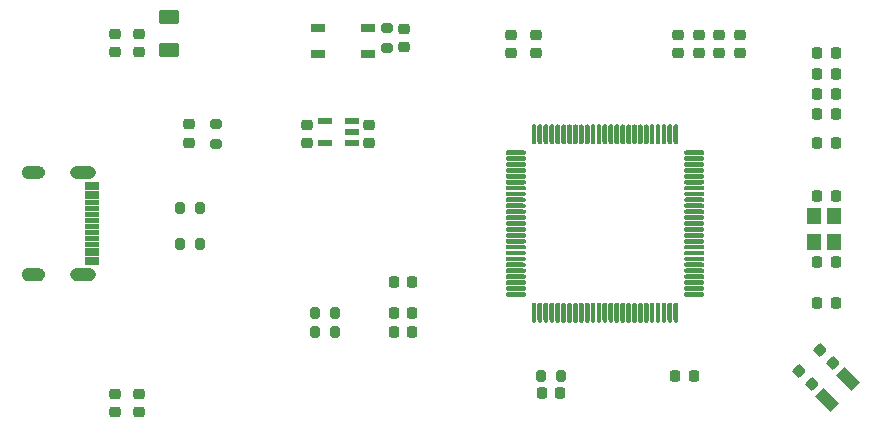
<source format=gtp>
%TF.GenerationSoftware,KiCad,Pcbnew,8.0.4*%
%TF.CreationDate,2024-08-23T17:26:40+08:00*%
%TF.ProjectId,UINIO-MCU-HC32F460PETB,55494e49-4f2d-44d4-9355-2d4843333246,Version 1.0.0*%
%TF.SameCoordinates,PX71f45d0PY4ce7800*%
%TF.FileFunction,Paste,Top*%
%TF.FilePolarity,Positive*%
%FSLAX46Y46*%
G04 Gerber Fmt 4.6, Leading zero omitted, Abs format (unit mm)*
G04 Created by KiCad (PCBNEW 8.0.4) date 2024-08-23 17:26:40*
%MOMM*%
%LPD*%
G01*
G04 APERTURE LIST*
G04 Aperture macros list*
%AMRoundRect*
0 Rectangle with rounded corners*
0 $1 Rounding radius*
0 $2 $3 $4 $5 $6 $7 $8 $9 X,Y pos of 4 corners*
0 Add a 4 corners polygon primitive as box body*
4,1,4,$2,$3,$4,$5,$6,$7,$8,$9,$2,$3,0*
0 Add four circle primitives for the rounded corners*
1,1,$1+$1,$2,$3*
1,1,$1+$1,$4,$5*
1,1,$1+$1,$6,$7*
1,1,$1+$1,$8,$9*
0 Add four rect primitives between the rounded corners*
20,1,$1+$1,$2,$3,$4,$5,0*
20,1,$1+$1,$4,$5,$6,$7,0*
20,1,$1+$1,$6,$7,$8,$9,0*
20,1,$1+$1,$8,$9,$2,$3,0*%
%AMRotRect*
0 Rectangle, with rotation*
0 The origin of the aperture is its center*
0 $1 length*
0 $2 width*
0 $3 Rotation angle, in degrees counterclockwise*
0 Add horizontal line*
21,1,$1,$2,0,0,$3*%
G04 Aperture macros list end*
%ADD10C,0.120000*%
%ADD11RoundRect,0.218750X0.218750X0.256250X-0.218750X0.256250X-0.218750X-0.256250X0.218750X-0.256250X0*%
%ADD12RoundRect,0.200000X0.200000X0.275000X-0.200000X0.275000X-0.200000X-0.275000X0.200000X-0.275000X0*%
%ADD13RoundRect,0.225000X0.250000X-0.225000X0.250000X0.225000X-0.250000X0.225000X-0.250000X-0.225000X0*%
%ADD14R,1.157000X0.490000*%
%ADD15R,1.175000X0.490000*%
%ADD16RoundRect,0.225000X-0.225000X-0.250000X0.225000X-0.250000X0.225000X0.250000X-0.225000X0.250000X0*%
%ADD17RoundRect,0.225000X0.225000X0.250000X-0.225000X0.250000X-0.225000X-0.250000X0.225000X-0.250000X0*%
%ADD18RoundRect,0.225000X-0.250000X0.225000X-0.250000X-0.225000X0.250000X-0.225000X0.250000X0.225000X0*%
%ADD19RoundRect,0.218750X-0.256250X0.218750X-0.256250X-0.218750X0.256250X-0.218750X0.256250X0.218750X0*%
%ADD20RoundRect,0.200000X-0.275000X0.200000X-0.275000X-0.200000X0.275000X-0.200000X0.275000X0.200000X0*%
%ADD21RotRect,1.000000X1.800000X45.000000*%
%ADD22R,1.150000X0.600000*%
%ADD23R,1.150000X0.300000*%
%ADD24RoundRect,0.200000X-0.200000X-0.275000X0.200000X-0.275000X0.200000X0.275000X-0.200000X0.275000X0*%
%ADD25R,1.200000X0.650000*%
%ADD26RoundRect,0.218750X0.256250X-0.218750X0.256250X0.218750X-0.256250X0.218750X-0.256250X-0.218750X0*%
%ADD27RoundRect,0.250000X-0.625000X0.375000X-0.625000X-0.375000X0.625000X-0.375000X0.625000X0.375000X0*%
%ADD28RoundRect,0.225000X-0.335876X-0.017678X-0.017678X-0.335876X0.335876X0.017678X0.017678X0.335876X0*%
%ADD29O,1.600000X0.300000*%
%ADD30O,0.300000X1.600000*%
%ADD31R,1.200000X1.400000*%
G04 APERTURE END LIST*
D10*
%TO.C,USB1*%
X-7853000Y-17545000D02*
X-9003000Y-17545000D01*
X-9003000Y-16945000D01*
X-7853000Y-16945000D01*
X-7853000Y-17545000D01*
G36*
X-7853000Y-17545000D02*
G01*
X-9003000Y-17545000D01*
X-9003000Y-16945000D01*
X-7853000Y-16945000D01*
X-7853000Y-17545000D01*
G37*
X-7853000Y-18345000D02*
X-9003000Y-18345000D01*
X-9003000Y-17745000D01*
X-7853000Y-17745000D01*
X-7853000Y-18345000D01*
G36*
X-7853000Y-18345000D02*
G01*
X-9003000Y-18345000D01*
X-9003000Y-17745000D01*
X-7853000Y-17745000D01*
X-7853000Y-18345000D01*
G37*
X-7853000Y-18845000D02*
X-9003000Y-18845000D01*
X-9003000Y-18545000D01*
X-7853000Y-18545000D01*
X-7853000Y-18845000D01*
G36*
X-7853000Y-18845000D02*
G01*
X-9003000Y-18845000D01*
X-9003000Y-18545000D01*
X-7853000Y-18545000D01*
X-7853000Y-18845000D01*
G37*
X-7853000Y-19345000D02*
X-9003000Y-19345000D01*
X-9003000Y-19045000D01*
X-7853000Y-19045000D01*
X-7853000Y-19345000D01*
G36*
X-7853000Y-19345000D02*
G01*
X-9003000Y-19345000D01*
X-9003000Y-19045000D01*
X-7853000Y-19045000D01*
X-7853000Y-19345000D01*
G37*
X-7853000Y-19845000D02*
X-9003000Y-19845000D01*
X-9003000Y-19545000D01*
X-7853000Y-19545000D01*
X-7853000Y-19845000D01*
G36*
X-7853000Y-19845000D02*
G01*
X-9003000Y-19845000D01*
X-9003000Y-19545000D01*
X-7853000Y-19545000D01*
X-7853000Y-19845000D01*
G37*
X-7853000Y-20345000D02*
X-9003000Y-20345000D01*
X-9003000Y-20045000D01*
X-7853000Y-20045000D01*
X-7853000Y-20345000D01*
G36*
X-7853000Y-20345000D02*
G01*
X-9003000Y-20345000D01*
X-9003000Y-20045000D01*
X-7853000Y-20045000D01*
X-7853000Y-20345000D01*
G37*
X-7853000Y-20845000D02*
X-9003000Y-20845000D01*
X-9003000Y-20545000D01*
X-7853000Y-20545000D01*
X-7853000Y-20845000D01*
G36*
X-7853000Y-20845000D02*
G01*
X-9003000Y-20845000D01*
X-9003000Y-20545000D01*
X-7853000Y-20545000D01*
X-7853000Y-20845000D01*
G37*
X-7853000Y-21345000D02*
X-9003000Y-21345000D01*
X-9003000Y-21045000D01*
X-7853000Y-21045000D01*
X-7853000Y-21345000D01*
G36*
X-7853000Y-21345000D02*
G01*
X-9003000Y-21345000D01*
X-9003000Y-21045000D01*
X-7853000Y-21045000D01*
X-7853000Y-21345000D01*
G37*
X-7853000Y-21845000D02*
X-9003000Y-21845000D01*
X-9003000Y-21545000D01*
X-7853000Y-21545000D01*
X-7853000Y-21845000D01*
G36*
X-7853000Y-21845000D02*
G01*
X-9003000Y-21845000D01*
X-9003000Y-21545000D01*
X-7853000Y-21545000D01*
X-7853000Y-21845000D01*
G37*
X-7853000Y-22345000D02*
X-9003000Y-22345000D01*
X-9003000Y-22045000D01*
X-7853000Y-22045000D01*
X-7853000Y-22345000D01*
G36*
X-7853000Y-22345000D02*
G01*
X-9003000Y-22345000D01*
X-9003000Y-22045000D01*
X-7853000Y-22045000D01*
X-7853000Y-22345000D01*
G37*
X-7853000Y-23145000D02*
X-9003000Y-23145000D01*
X-9003000Y-22545000D01*
X-7853000Y-22545000D01*
X-7853000Y-23145000D01*
G36*
X-7853000Y-23145000D02*
G01*
X-9003000Y-23145000D01*
X-9003000Y-22545000D01*
X-7853000Y-22545000D01*
X-7853000Y-23145000D01*
G37*
X-7853000Y-23945000D02*
X-9003000Y-23945000D01*
X-9003000Y-23345000D01*
X-7853000Y-23345000D01*
X-7853000Y-23945000D01*
G36*
X-7853000Y-23945000D02*
G01*
X-9003000Y-23945000D01*
X-9003000Y-23345000D01*
X-7853000Y-23345000D01*
X-7853000Y-23945000D01*
G37*
X-12843000Y-15630000D02*
X-12749000Y-15658000D01*
X-12663000Y-15704000D01*
X-12587000Y-15766000D01*
X-12525000Y-15842000D01*
X-12478000Y-15929000D01*
X-12450000Y-16022000D01*
X-12440000Y-16120000D01*
X-12450000Y-16218000D01*
X-12478000Y-16311000D01*
X-12525000Y-16398000D01*
X-12587000Y-16474000D01*
X-12663000Y-16536000D01*
X-12749000Y-16582000D01*
X-12843000Y-16610000D01*
X-12940000Y-16620000D01*
X-13840000Y-16620000D01*
X-13938000Y-16610000D01*
X-14032000Y-16582000D01*
X-14118000Y-16536000D01*
X-14194000Y-16474000D01*
X-14256000Y-16398000D01*
X-14302000Y-16311000D01*
X-14331000Y-16218000D01*
X-14340000Y-16120000D01*
X-14331000Y-16022000D01*
X-14302000Y-15929000D01*
X-14256000Y-15842000D01*
X-14194000Y-15766000D01*
X-14118000Y-15704000D01*
X-14032000Y-15658000D01*
X-13938000Y-15630000D01*
X-13840000Y-15620000D01*
X-12940000Y-15620000D01*
X-12843000Y-15630000D01*
G36*
X-12843000Y-15630000D02*
G01*
X-12749000Y-15658000D01*
X-12663000Y-15704000D01*
X-12587000Y-15766000D01*
X-12525000Y-15842000D01*
X-12478000Y-15929000D01*
X-12450000Y-16022000D01*
X-12440000Y-16120000D01*
X-12450000Y-16218000D01*
X-12478000Y-16311000D01*
X-12525000Y-16398000D01*
X-12587000Y-16474000D01*
X-12663000Y-16536000D01*
X-12749000Y-16582000D01*
X-12843000Y-16610000D01*
X-12940000Y-16620000D01*
X-13840000Y-16620000D01*
X-13938000Y-16610000D01*
X-14032000Y-16582000D01*
X-14118000Y-16536000D01*
X-14194000Y-16474000D01*
X-14256000Y-16398000D01*
X-14302000Y-16311000D01*
X-14331000Y-16218000D01*
X-14340000Y-16120000D01*
X-14331000Y-16022000D01*
X-14302000Y-15929000D01*
X-14256000Y-15842000D01*
X-14194000Y-15766000D01*
X-14118000Y-15704000D01*
X-14032000Y-15658000D01*
X-13938000Y-15630000D01*
X-13840000Y-15620000D01*
X-12940000Y-15620000D01*
X-12843000Y-15630000D01*
G37*
X-12843000Y-24280000D02*
X-12749000Y-24308000D01*
X-12663000Y-24354000D01*
X-12587000Y-24416000D01*
X-12525000Y-24492000D01*
X-12478000Y-24579000D01*
X-12450000Y-24672000D01*
X-12440000Y-24770000D01*
X-12450000Y-24868000D01*
X-12478000Y-24961000D01*
X-12525000Y-25048000D01*
X-12587000Y-25124000D01*
X-12663000Y-25186000D01*
X-12749000Y-25232000D01*
X-12843000Y-25260000D01*
X-12940000Y-25270000D01*
X-13840000Y-25270000D01*
X-13938000Y-25260000D01*
X-14032000Y-25232000D01*
X-14118000Y-25186000D01*
X-14194000Y-25124000D01*
X-14256000Y-25048000D01*
X-14302000Y-24961000D01*
X-14331000Y-24868000D01*
X-14340000Y-24770000D01*
X-14331000Y-24672000D01*
X-14302000Y-24579000D01*
X-14256000Y-24492000D01*
X-14194000Y-24416000D01*
X-14118000Y-24354000D01*
X-14032000Y-24308000D01*
X-13938000Y-24280000D01*
X-13840000Y-24270000D01*
X-12940000Y-24270000D01*
X-12843000Y-24280000D01*
G36*
X-12843000Y-24280000D02*
G01*
X-12749000Y-24308000D01*
X-12663000Y-24354000D01*
X-12587000Y-24416000D01*
X-12525000Y-24492000D01*
X-12478000Y-24579000D01*
X-12450000Y-24672000D01*
X-12440000Y-24770000D01*
X-12450000Y-24868000D01*
X-12478000Y-24961000D01*
X-12525000Y-25048000D01*
X-12587000Y-25124000D01*
X-12663000Y-25186000D01*
X-12749000Y-25232000D01*
X-12843000Y-25260000D01*
X-12940000Y-25270000D01*
X-13840000Y-25270000D01*
X-13938000Y-25260000D01*
X-14032000Y-25232000D01*
X-14118000Y-25186000D01*
X-14194000Y-25124000D01*
X-14256000Y-25048000D01*
X-14302000Y-24961000D01*
X-14331000Y-24868000D01*
X-14340000Y-24770000D01*
X-14331000Y-24672000D01*
X-14302000Y-24579000D01*
X-14256000Y-24492000D01*
X-14194000Y-24416000D01*
X-14118000Y-24354000D01*
X-14032000Y-24308000D01*
X-13938000Y-24280000D01*
X-13840000Y-24270000D01*
X-12940000Y-24270000D01*
X-12843000Y-24280000D01*
G37*
X-8543000Y-15630000D02*
X-8449000Y-15658000D01*
X-8363000Y-15704000D01*
X-8287000Y-15766000D01*
X-8225000Y-15842000D01*
X-8178000Y-15929000D01*
X-8150000Y-16022000D01*
X-8140000Y-16120000D01*
X-8150000Y-16218000D01*
X-8178000Y-16311000D01*
X-8225000Y-16398000D01*
X-8287000Y-16474000D01*
X-8363000Y-16536000D01*
X-8449000Y-16582000D01*
X-8543000Y-16610000D01*
X-8640000Y-16620000D01*
X-9740000Y-16620000D01*
X-9838000Y-16610000D01*
X-9932000Y-16582000D01*
X-10018000Y-16536000D01*
X-10094000Y-16474000D01*
X-10156000Y-16398000D01*
X-10202000Y-16311000D01*
X-10231000Y-16218000D01*
X-10240000Y-16120000D01*
X-10231000Y-16022000D01*
X-10202000Y-15929000D01*
X-10156000Y-15842000D01*
X-10094000Y-15766000D01*
X-10018000Y-15704000D01*
X-9932000Y-15658000D01*
X-9838000Y-15630000D01*
X-9740000Y-15620000D01*
X-8640000Y-15620000D01*
X-8543000Y-15630000D01*
G36*
X-8543000Y-15630000D02*
G01*
X-8449000Y-15658000D01*
X-8363000Y-15704000D01*
X-8287000Y-15766000D01*
X-8225000Y-15842000D01*
X-8178000Y-15929000D01*
X-8150000Y-16022000D01*
X-8140000Y-16120000D01*
X-8150000Y-16218000D01*
X-8178000Y-16311000D01*
X-8225000Y-16398000D01*
X-8287000Y-16474000D01*
X-8363000Y-16536000D01*
X-8449000Y-16582000D01*
X-8543000Y-16610000D01*
X-8640000Y-16620000D01*
X-9740000Y-16620000D01*
X-9838000Y-16610000D01*
X-9932000Y-16582000D01*
X-10018000Y-16536000D01*
X-10094000Y-16474000D01*
X-10156000Y-16398000D01*
X-10202000Y-16311000D01*
X-10231000Y-16218000D01*
X-10240000Y-16120000D01*
X-10231000Y-16022000D01*
X-10202000Y-15929000D01*
X-10156000Y-15842000D01*
X-10094000Y-15766000D01*
X-10018000Y-15704000D01*
X-9932000Y-15658000D01*
X-9838000Y-15630000D01*
X-9740000Y-15620000D01*
X-8640000Y-15620000D01*
X-8543000Y-15630000D01*
G37*
X-8543000Y-24280000D02*
X-8449000Y-24308000D01*
X-8363000Y-24354000D01*
X-8287000Y-24416000D01*
X-8225000Y-24492000D01*
X-8178000Y-24579000D01*
X-8150000Y-24672000D01*
X-8140000Y-24770000D01*
X-8150000Y-24868000D01*
X-8178000Y-24961000D01*
X-8225000Y-25048000D01*
X-8287000Y-25124000D01*
X-8363000Y-25186000D01*
X-8449000Y-25232000D01*
X-8543000Y-25260000D01*
X-8640000Y-25270000D01*
X-9740000Y-25270000D01*
X-9838000Y-25260000D01*
X-9932000Y-25232000D01*
X-10018000Y-25186000D01*
X-10094000Y-25124000D01*
X-10156000Y-25048000D01*
X-10202000Y-24961000D01*
X-10231000Y-24868000D01*
X-10240000Y-24770000D01*
X-10231000Y-24672000D01*
X-10202000Y-24579000D01*
X-10156000Y-24492000D01*
X-10094000Y-24416000D01*
X-10018000Y-24354000D01*
X-9932000Y-24308000D01*
X-9838000Y-24280000D01*
X-9740000Y-24270000D01*
X-8640000Y-24270000D01*
X-8543000Y-24280000D01*
G36*
X-8543000Y-24280000D02*
G01*
X-8449000Y-24308000D01*
X-8363000Y-24354000D01*
X-8287000Y-24416000D01*
X-8225000Y-24492000D01*
X-8178000Y-24579000D01*
X-8150000Y-24672000D01*
X-8140000Y-24770000D01*
X-8150000Y-24868000D01*
X-8178000Y-24961000D01*
X-8225000Y-25048000D01*
X-8287000Y-25124000D01*
X-8363000Y-25186000D01*
X-8449000Y-25232000D01*
X-8543000Y-25260000D01*
X-8640000Y-25270000D01*
X-9740000Y-25270000D01*
X-9838000Y-25260000D01*
X-9932000Y-25232000D01*
X-10018000Y-25186000D01*
X-10094000Y-25124000D01*
X-10156000Y-25048000D01*
X-10202000Y-24961000D01*
X-10231000Y-24868000D01*
X-10240000Y-24770000D01*
X-10231000Y-24672000D01*
X-10202000Y-24579000D01*
X-10156000Y-24492000D01*
X-10094000Y-24416000D01*
X-10018000Y-24354000D01*
X-9932000Y-24308000D01*
X-9838000Y-24280000D01*
X-9740000Y-24270000D01*
X-8640000Y-24270000D01*
X-8543000Y-24280000D01*
G37*
%TO.C,U2*%
X28116000Y-14296000D02*
X28124000Y-14297000D01*
X28132000Y-14298000D01*
X28140000Y-14300000D01*
X28147000Y-14303000D01*
X28155000Y-14305000D01*
X28162000Y-14308000D01*
X28169000Y-14312000D01*
X28176000Y-14316000D01*
X28183000Y-14320000D01*
X28190000Y-14325000D01*
X28196000Y-14330000D01*
X28202000Y-14335000D01*
X28208000Y-14340000D01*
X28213000Y-14346000D01*
X28218000Y-14352000D01*
X28223000Y-14359000D01*
X28227000Y-14365000D01*
X28231000Y-14372000D01*
X28235000Y-14379000D01*
X28238000Y-14387000D01*
X28241000Y-14394000D01*
X28244000Y-14402000D01*
X28246000Y-14409000D01*
X28248000Y-14417000D01*
X28249000Y-14425000D01*
X28250000Y-14433000D01*
X28250000Y-14441000D01*
X28250000Y-14449000D01*
X28250000Y-14457000D01*
X28249000Y-14465000D01*
X28248000Y-14473000D01*
X28246000Y-14481000D01*
X28244000Y-14488000D01*
X28241000Y-14496000D01*
X28238000Y-14503000D01*
X28235000Y-14511000D01*
X28231000Y-14518000D01*
X28227000Y-14525000D01*
X28223000Y-14531000D01*
X28218000Y-14538000D01*
X28213000Y-14544000D01*
X28208000Y-14550000D01*
X28202000Y-14555000D01*
X28196000Y-14561000D01*
X28190000Y-14565000D01*
X28183000Y-14570000D01*
X28176000Y-14574000D01*
X28169000Y-14578000D01*
X28162000Y-14582000D01*
X28155000Y-14585000D01*
X28147000Y-14587000D01*
X28140000Y-14590000D01*
X28132000Y-14592000D01*
X28124000Y-14593000D01*
X28116000Y-14594000D01*
X28108000Y-14595000D01*
X28100000Y-14595000D01*
X26800000Y-14595000D01*
X26792000Y-14595000D01*
X26784000Y-14594000D01*
X26776000Y-14593000D01*
X26768000Y-14592000D01*
X26761000Y-14590000D01*
X26753000Y-14587000D01*
X26745000Y-14585000D01*
X26738000Y-14582000D01*
X26731000Y-14578000D01*
X26724000Y-14574000D01*
X26717000Y-14570000D01*
X26711000Y-14565000D01*
X26704000Y-14561000D01*
X26698000Y-14555000D01*
X26693000Y-14550000D01*
X26687000Y-14544000D01*
X26682000Y-14538000D01*
X26677000Y-14531000D01*
X26673000Y-14525000D01*
X26669000Y-14518000D01*
X26665000Y-14511000D01*
X26662000Y-14503000D01*
X26659000Y-14496000D01*
X26656000Y-14488000D01*
X26654000Y-14481000D01*
X26653000Y-14473000D01*
X26651000Y-14465000D01*
X26651000Y-14457000D01*
X26650000Y-14449000D01*
X26650000Y-14441000D01*
X26651000Y-14433000D01*
X26651000Y-14425000D01*
X26653000Y-14417000D01*
X26654000Y-14409000D01*
X26656000Y-14402000D01*
X26659000Y-14394000D01*
X26662000Y-14387000D01*
X26665000Y-14379000D01*
X26669000Y-14372000D01*
X26673000Y-14365000D01*
X26677000Y-14359000D01*
X26682000Y-14352000D01*
X26687000Y-14346000D01*
X26693000Y-14340000D01*
X26698000Y-14335000D01*
X26704000Y-14330000D01*
X26711000Y-14325000D01*
X26717000Y-14320000D01*
X26724000Y-14316000D01*
X26731000Y-14312000D01*
X26738000Y-14308000D01*
X26745000Y-14305000D01*
X26753000Y-14303000D01*
X26761000Y-14300000D01*
X26768000Y-14298000D01*
X26776000Y-14297000D01*
X26784000Y-14296000D01*
X26792000Y-14295000D01*
X26800000Y-14295000D01*
X28100000Y-14295000D01*
X28108000Y-14295000D01*
X28116000Y-14296000D01*
G36*
X28116000Y-14296000D02*
G01*
X28124000Y-14297000D01*
X28132000Y-14298000D01*
X28140000Y-14300000D01*
X28147000Y-14303000D01*
X28155000Y-14305000D01*
X28162000Y-14308000D01*
X28169000Y-14312000D01*
X28176000Y-14316000D01*
X28183000Y-14320000D01*
X28190000Y-14325000D01*
X28196000Y-14330000D01*
X28202000Y-14335000D01*
X28208000Y-14340000D01*
X28213000Y-14346000D01*
X28218000Y-14352000D01*
X28223000Y-14359000D01*
X28227000Y-14365000D01*
X28231000Y-14372000D01*
X28235000Y-14379000D01*
X28238000Y-14387000D01*
X28241000Y-14394000D01*
X28244000Y-14402000D01*
X28246000Y-14409000D01*
X28248000Y-14417000D01*
X28249000Y-14425000D01*
X28250000Y-14433000D01*
X28250000Y-14441000D01*
X28250000Y-14449000D01*
X28250000Y-14457000D01*
X28249000Y-14465000D01*
X28248000Y-14473000D01*
X28246000Y-14481000D01*
X28244000Y-14488000D01*
X28241000Y-14496000D01*
X28238000Y-14503000D01*
X28235000Y-14511000D01*
X28231000Y-14518000D01*
X28227000Y-14525000D01*
X28223000Y-14531000D01*
X28218000Y-14538000D01*
X28213000Y-14544000D01*
X28208000Y-14550000D01*
X28202000Y-14555000D01*
X28196000Y-14561000D01*
X28190000Y-14565000D01*
X28183000Y-14570000D01*
X28176000Y-14574000D01*
X28169000Y-14578000D01*
X28162000Y-14582000D01*
X28155000Y-14585000D01*
X28147000Y-14587000D01*
X28140000Y-14590000D01*
X28132000Y-14592000D01*
X28124000Y-14593000D01*
X28116000Y-14594000D01*
X28108000Y-14595000D01*
X28100000Y-14595000D01*
X26800000Y-14595000D01*
X26792000Y-14595000D01*
X26784000Y-14594000D01*
X26776000Y-14593000D01*
X26768000Y-14592000D01*
X26761000Y-14590000D01*
X26753000Y-14587000D01*
X26745000Y-14585000D01*
X26738000Y-14582000D01*
X26731000Y-14578000D01*
X26724000Y-14574000D01*
X26717000Y-14570000D01*
X26711000Y-14565000D01*
X26704000Y-14561000D01*
X26698000Y-14555000D01*
X26693000Y-14550000D01*
X26687000Y-14544000D01*
X26682000Y-14538000D01*
X26677000Y-14531000D01*
X26673000Y-14525000D01*
X26669000Y-14518000D01*
X26665000Y-14511000D01*
X26662000Y-14503000D01*
X26659000Y-14496000D01*
X26656000Y-14488000D01*
X26654000Y-14481000D01*
X26653000Y-14473000D01*
X26651000Y-14465000D01*
X26651000Y-14457000D01*
X26650000Y-14449000D01*
X26650000Y-14441000D01*
X26651000Y-14433000D01*
X26651000Y-14425000D01*
X26653000Y-14417000D01*
X26654000Y-14409000D01*
X26656000Y-14402000D01*
X26659000Y-14394000D01*
X26662000Y-14387000D01*
X26665000Y-14379000D01*
X26669000Y-14372000D01*
X26673000Y-14365000D01*
X26677000Y-14359000D01*
X26682000Y-14352000D01*
X26687000Y-14346000D01*
X26693000Y-14340000D01*
X26698000Y-14335000D01*
X26704000Y-14330000D01*
X26711000Y-14325000D01*
X26717000Y-14320000D01*
X26724000Y-14316000D01*
X26731000Y-14312000D01*
X26738000Y-14308000D01*
X26745000Y-14305000D01*
X26753000Y-14303000D01*
X26761000Y-14300000D01*
X26768000Y-14298000D01*
X26776000Y-14297000D01*
X26784000Y-14296000D01*
X26792000Y-14295000D01*
X26800000Y-14295000D01*
X28100000Y-14295000D01*
X28108000Y-14295000D01*
X28116000Y-14296000D01*
G37*
X28116000Y-14796000D02*
X28124000Y-14797000D01*
X28132000Y-14798000D01*
X28140000Y-14800000D01*
X28147000Y-14802000D01*
X28155000Y-14805000D01*
X28162000Y-14808000D01*
X28169000Y-14812000D01*
X28176000Y-14816000D01*
X28183000Y-14820000D01*
X28190000Y-14824000D01*
X28196000Y-14829000D01*
X28202000Y-14835000D01*
X28208000Y-14840000D01*
X28213000Y-14846000D01*
X28218000Y-14852000D01*
X28223000Y-14859000D01*
X28227000Y-14865000D01*
X28231000Y-14872000D01*
X28235000Y-14879000D01*
X28238000Y-14887000D01*
X28241000Y-14894000D01*
X28244000Y-14902000D01*
X28246000Y-14909000D01*
X28248000Y-14917000D01*
X28249000Y-14925000D01*
X28250000Y-14933000D01*
X28250000Y-14941000D01*
X28250000Y-14949000D01*
X28250000Y-14957000D01*
X28249000Y-14965000D01*
X28248000Y-14973000D01*
X28246000Y-14980000D01*
X28244000Y-14988000D01*
X28241000Y-14996000D01*
X28238000Y-15003000D01*
X28235000Y-15010000D01*
X28231000Y-15018000D01*
X28227000Y-15024000D01*
X28223000Y-15031000D01*
X28218000Y-15038000D01*
X28213000Y-15044000D01*
X28208000Y-15050000D01*
X28202000Y-15055000D01*
X28196000Y-15060000D01*
X28190000Y-15065000D01*
X28183000Y-15070000D01*
X28176000Y-15074000D01*
X28169000Y-15078000D01*
X28162000Y-15081000D01*
X28155000Y-15085000D01*
X28147000Y-15087000D01*
X28140000Y-15090000D01*
X28132000Y-15092000D01*
X28124000Y-15093000D01*
X28116000Y-15094000D01*
X28108000Y-15095000D01*
X28100000Y-15095000D01*
X26800000Y-15095000D01*
X26792000Y-15095000D01*
X26784000Y-15094000D01*
X26776000Y-15093000D01*
X26768000Y-15092000D01*
X26761000Y-15090000D01*
X26753000Y-15087000D01*
X26745000Y-15085000D01*
X26738000Y-15081000D01*
X26731000Y-15078000D01*
X26724000Y-15074000D01*
X26717000Y-15070000D01*
X26711000Y-15065000D01*
X26704000Y-15060000D01*
X26698000Y-15055000D01*
X26693000Y-15050000D01*
X26687000Y-15044000D01*
X26682000Y-15038000D01*
X26677000Y-15031000D01*
X26673000Y-15024000D01*
X26669000Y-15018000D01*
X26665000Y-15010000D01*
X26662000Y-15003000D01*
X26659000Y-14996000D01*
X26656000Y-14988000D01*
X26654000Y-14980000D01*
X26653000Y-14973000D01*
X26651000Y-14965000D01*
X26651000Y-14957000D01*
X26650000Y-14949000D01*
X26650000Y-14941000D01*
X26651000Y-14933000D01*
X26651000Y-14925000D01*
X26653000Y-14917000D01*
X26654000Y-14909000D01*
X26656000Y-14902000D01*
X26659000Y-14894000D01*
X26662000Y-14887000D01*
X26665000Y-14879000D01*
X26669000Y-14872000D01*
X26673000Y-14865000D01*
X26677000Y-14859000D01*
X26682000Y-14852000D01*
X26687000Y-14846000D01*
X26693000Y-14840000D01*
X26698000Y-14835000D01*
X26704000Y-14829000D01*
X26711000Y-14824000D01*
X26717000Y-14820000D01*
X26724000Y-14816000D01*
X26731000Y-14812000D01*
X26738000Y-14808000D01*
X26745000Y-14805000D01*
X26753000Y-14802000D01*
X26761000Y-14800000D01*
X26768000Y-14798000D01*
X26776000Y-14797000D01*
X26784000Y-14796000D01*
X26792000Y-14795000D01*
X26800000Y-14795000D01*
X28100000Y-14795000D01*
X28108000Y-14795000D01*
X28116000Y-14796000D01*
G36*
X28116000Y-14796000D02*
G01*
X28124000Y-14797000D01*
X28132000Y-14798000D01*
X28140000Y-14800000D01*
X28147000Y-14802000D01*
X28155000Y-14805000D01*
X28162000Y-14808000D01*
X28169000Y-14812000D01*
X28176000Y-14816000D01*
X28183000Y-14820000D01*
X28190000Y-14824000D01*
X28196000Y-14829000D01*
X28202000Y-14835000D01*
X28208000Y-14840000D01*
X28213000Y-14846000D01*
X28218000Y-14852000D01*
X28223000Y-14859000D01*
X28227000Y-14865000D01*
X28231000Y-14872000D01*
X28235000Y-14879000D01*
X28238000Y-14887000D01*
X28241000Y-14894000D01*
X28244000Y-14902000D01*
X28246000Y-14909000D01*
X28248000Y-14917000D01*
X28249000Y-14925000D01*
X28250000Y-14933000D01*
X28250000Y-14941000D01*
X28250000Y-14949000D01*
X28250000Y-14957000D01*
X28249000Y-14965000D01*
X28248000Y-14973000D01*
X28246000Y-14980000D01*
X28244000Y-14988000D01*
X28241000Y-14996000D01*
X28238000Y-15003000D01*
X28235000Y-15010000D01*
X28231000Y-15018000D01*
X28227000Y-15024000D01*
X28223000Y-15031000D01*
X28218000Y-15038000D01*
X28213000Y-15044000D01*
X28208000Y-15050000D01*
X28202000Y-15055000D01*
X28196000Y-15060000D01*
X28190000Y-15065000D01*
X28183000Y-15070000D01*
X28176000Y-15074000D01*
X28169000Y-15078000D01*
X28162000Y-15081000D01*
X28155000Y-15085000D01*
X28147000Y-15087000D01*
X28140000Y-15090000D01*
X28132000Y-15092000D01*
X28124000Y-15093000D01*
X28116000Y-15094000D01*
X28108000Y-15095000D01*
X28100000Y-15095000D01*
X26800000Y-15095000D01*
X26792000Y-15095000D01*
X26784000Y-15094000D01*
X26776000Y-15093000D01*
X26768000Y-15092000D01*
X26761000Y-15090000D01*
X26753000Y-15087000D01*
X26745000Y-15085000D01*
X26738000Y-15081000D01*
X26731000Y-15078000D01*
X26724000Y-15074000D01*
X26717000Y-15070000D01*
X26711000Y-15065000D01*
X26704000Y-15060000D01*
X26698000Y-15055000D01*
X26693000Y-15050000D01*
X26687000Y-15044000D01*
X26682000Y-15038000D01*
X26677000Y-15031000D01*
X26673000Y-15024000D01*
X26669000Y-15018000D01*
X26665000Y-15010000D01*
X26662000Y-15003000D01*
X26659000Y-14996000D01*
X26656000Y-14988000D01*
X26654000Y-14980000D01*
X26653000Y-14973000D01*
X26651000Y-14965000D01*
X26651000Y-14957000D01*
X26650000Y-14949000D01*
X26650000Y-14941000D01*
X26651000Y-14933000D01*
X26651000Y-14925000D01*
X26653000Y-14917000D01*
X26654000Y-14909000D01*
X26656000Y-14902000D01*
X26659000Y-14894000D01*
X26662000Y-14887000D01*
X26665000Y-14879000D01*
X26669000Y-14872000D01*
X26673000Y-14865000D01*
X26677000Y-14859000D01*
X26682000Y-14852000D01*
X26687000Y-14846000D01*
X26693000Y-14840000D01*
X26698000Y-14835000D01*
X26704000Y-14829000D01*
X26711000Y-14824000D01*
X26717000Y-14820000D01*
X26724000Y-14816000D01*
X26731000Y-14812000D01*
X26738000Y-14808000D01*
X26745000Y-14805000D01*
X26753000Y-14802000D01*
X26761000Y-14800000D01*
X26768000Y-14798000D01*
X26776000Y-14797000D01*
X26784000Y-14796000D01*
X26792000Y-14795000D01*
X26800000Y-14795000D01*
X28100000Y-14795000D01*
X28108000Y-14795000D01*
X28116000Y-14796000D01*
G37*
X28116000Y-17296000D02*
X28124000Y-17297000D01*
X28132000Y-17298000D01*
X28140000Y-17300000D01*
X28147000Y-17303000D01*
X28155000Y-17305000D01*
X28162000Y-17308000D01*
X28169000Y-17312000D01*
X28176000Y-17316000D01*
X28183000Y-17320000D01*
X28190000Y-17325000D01*
X28196000Y-17330000D01*
X28202000Y-17335000D01*
X28208000Y-17340000D01*
X28213000Y-17346000D01*
X28218000Y-17352000D01*
X28223000Y-17359000D01*
X28227000Y-17365000D01*
X28231000Y-17372000D01*
X28235000Y-17379000D01*
X28238000Y-17387000D01*
X28241000Y-17394000D01*
X28244000Y-17402000D01*
X28246000Y-17409000D01*
X28248000Y-17417000D01*
X28249000Y-17425000D01*
X28250000Y-17433000D01*
X28250000Y-17441000D01*
X28250000Y-17449000D01*
X28250000Y-17457000D01*
X28249000Y-17465000D01*
X28248000Y-17473000D01*
X28246000Y-17481000D01*
X28244000Y-17488000D01*
X28241000Y-17496000D01*
X28238000Y-17503000D01*
X28235000Y-17511000D01*
X28231000Y-17518000D01*
X28227000Y-17525000D01*
X28223000Y-17531000D01*
X28218000Y-17538000D01*
X28213000Y-17544000D01*
X28208000Y-17550000D01*
X28202000Y-17555000D01*
X28196000Y-17560000D01*
X28190000Y-17565000D01*
X28183000Y-17570000D01*
X28176000Y-17574000D01*
X28169000Y-17578000D01*
X28162000Y-17582000D01*
X28155000Y-17585000D01*
X28147000Y-17587000D01*
X28140000Y-17590000D01*
X28132000Y-17592000D01*
X28124000Y-17593000D01*
X28116000Y-17594000D01*
X28108000Y-17595000D01*
X28100000Y-17595000D01*
X26800000Y-17595000D01*
X26792000Y-17595000D01*
X26784000Y-17594000D01*
X26776000Y-17593000D01*
X26768000Y-17592000D01*
X26761000Y-17590000D01*
X26753000Y-17587000D01*
X26745000Y-17585000D01*
X26738000Y-17582000D01*
X26731000Y-17578000D01*
X26724000Y-17574000D01*
X26717000Y-17570000D01*
X26711000Y-17565000D01*
X26704000Y-17560000D01*
X26698000Y-17555000D01*
X26693000Y-17550000D01*
X26687000Y-17544000D01*
X26682000Y-17538000D01*
X26677000Y-17531000D01*
X26673000Y-17525000D01*
X26669000Y-17518000D01*
X26665000Y-17511000D01*
X26662000Y-17503000D01*
X26659000Y-17496000D01*
X26656000Y-17488000D01*
X26654000Y-17481000D01*
X26653000Y-17473000D01*
X26651000Y-17465000D01*
X26651000Y-17457000D01*
X26650000Y-17449000D01*
X26650000Y-17441000D01*
X26651000Y-17433000D01*
X26651000Y-17425000D01*
X26653000Y-17417000D01*
X26654000Y-17409000D01*
X26656000Y-17402000D01*
X26659000Y-17394000D01*
X26662000Y-17387000D01*
X26665000Y-17379000D01*
X26669000Y-17372000D01*
X26673000Y-17365000D01*
X26677000Y-17359000D01*
X26682000Y-17352000D01*
X26687000Y-17346000D01*
X26693000Y-17340000D01*
X26698000Y-17335000D01*
X26704000Y-17330000D01*
X26711000Y-17325000D01*
X26717000Y-17320000D01*
X26724000Y-17316000D01*
X26731000Y-17312000D01*
X26738000Y-17308000D01*
X26745000Y-17305000D01*
X26753000Y-17303000D01*
X26761000Y-17300000D01*
X26768000Y-17298000D01*
X26776000Y-17297000D01*
X26784000Y-17296000D01*
X26792000Y-17295000D01*
X26800000Y-17295000D01*
X28100000Y-17295000D01*
X28108000Y-17295000D01*
X28116000Y-17296000D01*
G36*
X28116000Y-17296000D02*
G01*
X28124000Y-17297000D01*
X28132000Y-17298000D01*
X28140000Y-17300000D01*
X28147000Y-17303000D01*
X28155000Y-17305000D01*
X28162000Y-17308000D01*
X28169000Y-17312000D01*
X28176000Y-17316000D01*
X28183000Y-17320000D01*
X28190000Y-17325000D01*
X28196000Y-17330000D01*
X28202000Y-17335000D01*
X28208000Y-17340000D01*
X28213000Y-17346000D01*
X28218000Y-17352000D01*
X28223000Y-17359000D01*
X28227000Y-17365000D01*
X28231000Y-17372000D01*
X28235000Y-17379000D01*
X28238000Y-17387000D01*
X28241000Y-17394000D01*
X28244000Y-17402000D01*
X28246000Y-17409000D01*
X28248000Y-17417000D01*
X28249000Y-17425000D01*
X28250000Y-17433000D01*
X28250000Y-17441000D01*
X28250000Y-17449000D01*
X28250000Y-17457000D01*
X28249000Y-17465000D01*
X28248000Y-17473000D01*
X28246000Y-17481000D01*
X28244000Y-17488000D01*
X28241000Y-17496000D01*
X28238000Y-17503000D01*
X28235000Y-17511000D01*
X28231000Y-17518000D01*
X28227000Y-17525000D01*
X28223000Y-17531000D01*
X28218000Y-17538000D01*
X28213000Y-17544000D01*
X28208000Y-17550000D01*
X28202000Y-17555000D01*
X28196000Y-17560000D01*
X28190000Y-17565000D01*
X28183000Y-17570000D01*
X28176000Y-17574000D01*
X28169000Y-17578000D01*
X28162000Y-17582000D01*
X28155000Y-17585000D01*
X28147000Y-17587000D01*
X28140000Y-17590000D01*
X28132000Y-17592000D01*
X28124000Y-17593000D01*
X28116000Y-17594000D01*
X28108000Y-17595000D01*
X28100000Y-17595000D01*
X26800000Y-17595000D01*
X26792000Y-17595000D01*
X26784000Y-17594000D01*
X26776000Y-17593000D01*
X26768000Y-17592000D01*
X26761000Y-17590000D01*
X26753000Y-17587000D01*
X26745000Y-17585000D01*
X26738000Y-17582000D01*
X26731000Y-17578000D01*
X26724000Y-17574000D01*
X26717000Y-17570000D01*
X26711000Y-17565000D01*
X26704000Y-17560000D01*
X26698000Y-17555000D01*
X26693000Y-17550000D01*
X26687000Y-17544000D01*
X26682000Y-17538000D01*
X26677000Y-17531000D01*
X26673000Y-17525000D01*
X26669000Y-17518000D01*
X26665000Y-17511000D01*
X26662000Y-17503000D01*
X26659000Y-17496000D01*
X26656000Y-17488000D01*
X26654000Y-17481000D01*
X26653000Y-17473000D01*
X26651000Y-17465000D01*
X26651000Y-17457000D01*
X26650000Y-17449000D01*
X26650000Y-17441000D01*
X26651000Y-17433000D01*
X26651000Y-17425000D01*
X26653000Y-17417000D01*
X26654000Y-17409000D01*
X26656000Y-17402000D01*
X26659000Y-17394000D01*
X26662000Y-17387000D01*
X26665000Y-17379000D01*
X26669000Y-17372000D01*
X26673000Y-17365000D01*
X26677000Y-17359000D01*
X26682000Y-17352000D01*
X26687000Y-17346000D01*
X26693000Y-17340000D01*
X26698000Y-17335000D01*
X26704000Y-17330000D01*
X26711000Y-17325000D01*
X26717000Y-17320000D01*
X26724000Y-17316000D01*
X26731000Y-17312000D01*
X26738000Y-17308000D01*
X26745000Y-17305000D01*
X26753000Y-17303000D01*
X26761000Y-17300000D01*
X26768000Y-17298000D01*
X26776000Y-17297000D01*
X26784000Y-17296000D01*
X26792000Y-17295000D01*
X26800000Y-17295000D01*
X28100000Y-17295000D01*
X28108000Y-17295000D01*
X28116000Y-17296000D01*
G37*
X28116000Y-17796000D02*
X28124000Y-17797000D01*
X28132000Y-17798000D01*
X28140000Y-17800000D01*
X28147000Y-17802000D01*
X28155000Y-17805000D01*
X28162000Y-17808000D01*
X28169000Y-17812000D01*
X28176000Y-17816000D01*
X28183000Y-17820000D01*
X28190000Y-17824000D01*
X28196000Y-17829000D01*
X28202000Y-17835000D01*
X28208000Y-17840000D01*
X28213000Y-17846000D01*
X28218000Y-17852000D01*
X28223000Y-17859000D01*
X28227000Y-17865000D01*
X28231000Y-17872000D01*
X28235000Y-17879000D01*
X28238000Y-17887000D01*
X28241000Y-17894000D01*
X28244000Y-17902000D01*
X28246000Y-17909000D01*
X28248000Y-17917000D01*
X28249000Y-17925000D01*
X28250000Y-17933000D01*
X28250000Y-17941000D01*
X28250000Y-17949000D01*
X28250000Y-17957000D01*
X28249000Y-17965000D01*
X28248000Y-17973000D01*
X28246000Y-17980000D01*
X28244000Y-17988000D01*
X28241000Y-17996000D01*
X28238000Y-18003000D01*
X28235000Y-18010000D01*
X28231000Y-18018000D01*
X28227000Y-18024000D01*
X28223000Y-18031000D01*
X28218000Y-18038000D01*
X28213000Y-18044000D01*
X28208000Y-18050000D01*
X28202000Y-18055000D01*
X28196000Y-18060000D01*
X28190000Y-18065000D01*
X28183000Y-18070000D01*
X28176000Y-18074000D01*
X28169000Y-18078000D01*
X28162000Y-18081000D01*
X28155000Y-18085000D01*
X28147000Y-18087000D01*
X28140000Y-18090000D01*
X28132000Y-18092000D01*
X28124000Y-18093000D01*
X28116000Y-18094000D01*
X28108000Y-18095000D01*
X28100000Y-18095000D01*
X26800000Y-18095000D01*
X26792000Y-18095000D01*
X26784000Y-18094000D01*
X26776000Y-18093000D01*
X26768000Y-18092000D01*
X26761000Y-18090000D01*
X26753000Y-18087000D01*
X26745000Y-18085000D01*
X26738000Y-18081000D01*
X26731000Y-18078000D01*
X26724000Y-18074000D01*
X26717000Y-18070000D01*
X26711000Y-18065000D01*
X26704000Y-18060000D01*
X26698000Y-18055000D01*
X26693000Y-18050000D01*
X26687000Y-18044000D01*
X26682000Y-18038000D01*
X26677000Y-18031000D01*
X26673000Y-18024000D01*
X26669000Y-18018000D01*
X26665000Y-18010000D01*
X26662000Y-18003000D01*
X26659000Y-17996000D01*
X26656000Y-17988000D01*
X26654000Y-17980000D01*
X26653000Y-17973000D01*
X26651000Y-17965000D01*
X26651000Y-17957000D01*
X26650000Y-17949000D01*
X26650000Y-17941000D01*
X26651000Y-17933000D01*
X26651000Y-17925000D01*
X26653000Y-17917000D01*
X26654000Y-17909000D01*
X26656000Y-17902000D01*
X26659000Y-17894000D01*
X26662000Y-17887000D01*
X26665000Y-17879000D01*
X26669000Y-17872000D01*
X26673000Y-17865000D01*
X26677000Y-17859000D01*
X26682000Y-17852000D01*
X26687000Y-17846000D01*
X26693000Y-17840000D01*
X26698000Y-17835000D01*
X26704000Y-17829000D01*
X26711000Y-17824000D01*
X26717000Y-17820000D01*
X26724000Y-17816000D01*
X26731000Y-17812000D01*
X26738000Y-17808000D01*
X26745000Y-17805000D01*
X26753000Y-17802000D01*
X26761000Y-17800000D01*
X26768000Y-17798000D01*
X26776000Y-17797000D01*
X26784000Y-17796000D01*
X26792000Y-17795000D01*
X26800000Y-17795000D01*
X28100000Y-17795000D01*
X28108000Y-17795000D01*
X28116000Y-17796000D01*
G36*
X28116000Y-17796000D02*
G01*
X28124000Y-17797000D01*
X28132000Y-17798000D01*
X28140000Y-17800000D01*
X28147000Y-17802000D01*
X28155000Y-17805000D01*
X28162000Y-17808000D01*
X28169000Y-17812000D01*
X28176000Y-17816000D01*
X28183000Y-17820000D01*
X28190000Y-17824000D01*
X28196000Y-17829000D01*
X28202000Y-17835000D01*
X28208000Y-17840000D01*
X28213000Y-17846000D01*
X28218000Y-17852000D01*
X28223000Y-17859000D01*
X28227000Y-17865000D01*
X28231000Y-17872000D01*
X28235000Y-17879000D01*
X28238000Y-17887000D01*
X28241000Y-17894000D01*
X28244000Y-17902000D01*
X28246000Y-17909000D01*
X28248000Y-17917000D01*
X28249000Y-17925000D01*
X28250000Y-17933000D01*
X28250000Y-17941000D01*
X28250000Y-17949000D01*
X28250000Y-17957000D01*
X28249000Y-17965000D01*
X28248000Y-17973000D01*
X28246000Y-17980000D01*
X28244000Y-17988000D01*
X28241000Y-17996000D01*
X28238000Y-18003000D01*
X28235000Y-18010000D01*
X28231000Y-18018000D01*
X28227000Y-18024000D01*
X28223000Y-18031000D01*
X28218000Y-18038000D01*
X28213000Y-18044000D01*
X28208000Y-18050000D01*
X28202000Y-18055000D01*
X28196000Y-18060000D01*
X28190000Y-18065000D01*
X28183000Y-18070000D01*
X28176000Y-18074000D01*
X28169000Y-18078000D01*
X28162000Y-18081000D01*
X28155000Y-18085000D01*
X28147000Y-18087000D01*
X28140000Y-18090000D01*
X28132000Y-18092000D01*
X28124000Y-18093000D01*
X28116000Y-18094000D01*
X28108000Y-18095000D01*
X28100000Y-18095000D01*
X26800000Y-18095000D01*
X26792000Y-18095000D01*
X26784000Y-18094000D01*
X26776000Y-18093000D01*
X26768000Y-18092000D01*
X26761000Y-18090000D01*
X26753000Y-18087000D01*
X26745000Y-18085000D01*
X26738000Y-18081000D01*
X26731000Y-18078000D01*
X26724000Y-18074000D01*
X26717000Y-18070000D01*
X26711000Y-18065000D01*
X26704000Y-18060000D01*
X26698000Y-18055000D01*
X26693000Y-18050000D01*
X26687000Y-18044000D01*
X26682000Y-18038000D01*
X26677000Y-18031000D01*
X26673000Y-18024000D01*
X26669000Y-18018000D01*
X26665000Y-18010000D01*
X26662000Y-18003000D01*
X26659000Y-17996000D01*
X26656000Y-17988000D01*
X26654000Y-17980000D01*
X26653000Y-17973000D01*
X26651000Y-17965000D01*
X26651000Y-17957000D01*
X26650000Y-17949000D01*
X26650000Y-17941000D01*
X26651000Y-17933000D01*
X26651000Y-17925000D01*
X26653000Y-17917000D01*
X26654000Y-17909000D01*
X26656000Y-17902000D01*
X26659000Y-17894000D01*
X26662000Y-17887000D01*
X26665000Y-17879000D01*
X26669000Y-17872000D01*
X26673000Y-17865000D01*
X26677000Y-17859000D01*
X26682000Y-17852000D01*
X26687000Y-17846000D01*
X26693000Y-17840000D01*
X26698000Y-17835000D01*
X26704000Y-17829000D01*
X26711000Y-17824000D01*
X26717000Y-17820000D01*
X26724000Y-17816000D01*
X26731000Y-17812000D01*
X26738000Y-17808000D01*
X26745000Y-17805000D01*
X26753000Y-17802000D01*
X26761000Y-17800000D01*
X26768000Y-17798000D01*
X26776000Y-17797000D01*
X26784000Y-17796000D01*
X26792000Y-17795000D01*
X26800000Y-17795000D01*
X28100000Y-17795000D01*
X28108000Y-17795000D01*
X28116000Y-17796000D01*
G37*
X28116000Y-18796000D02*
X28124000Y-18797000D01*
X28132000Y-18798000D01*
X28140000Y-18800000D01*
X28147000Y-18802000D01*
X28155000Y-18805000D01*
X28162000Y-18808000D01*
X28169000Y-18812000D01*
X28176000Y-18816000D01*
X28183000Y-18820000D01*
X28190000Y-18824000D01*
X28196000Y-18829000D01*
X28202000Y-18835000D01*
X28208000Y-18840000D01*
X28213000Y-18846000D01*
X28218000Y-18852000D01*
X28223000Y-18859000D01*
X28227000Y-18865000D01*
X28231000Y-18872000D01*
X28235000Y-18879000D01*
X28238000Y-18887000D01*
X28241000Y-18894000D01*
X28244000Y-18902000D01*
X28246000Y-18909000D01*
X28248000Y-18917000D01*
X28249000Y-18925000D01*
X28250000Y-18933000D01*
X28250000Y-18941000D01*
X28250000Y-18949000D01*
X28250000Y-18957000D01*
X28249000Y-18965000D01*
X28248000Y-18973000D01*
X28246000Y-18980000D01*
X28244000Y-18988000D01*
X28241000Y-18996000D01*
X28238000Y-19003000D01*
X28235000Y-19010000D01*
X28231000Y-19018000D01*
X28227000Y-19024000D01*
X28223000Y-19031000D01*
X28218000Y-19038000D01*
X28213000Y-19044000D01*
X28208000Y-19050000D01*
X28202000Y-19055000D01*
X28196000Y-19060000D01*
X28190000Y-19065000D01*
X28183000Y-19070000D01*
X28176000Y-19074000D01*
X28169000Y-19078000D01*
X28162000Y-19081000D01*
X28155000Y-19085000D01*
X28147000Y-19087000D01*
X28140000Y-19090000D01*
X28132000Y-19092000D01*
X28124000Y-19093000D01*
X28116000Y-19094000D01*
X28108000Y-19095000D01*
X28100000Y-19095000D01*
X26800000Y-19095000D01*
X26792000Y-19095000D01*
X26784000Y-19094000D01*
X26776000Y-19093000D01*
X26768000Y-19092000D01*
X26761000Y-19090000D01*
X26753000Y-19087000D01*
X26745000Y-19085000D01*
X26738000Y-19081000D01*
X26731000Y-19078000D01*
X26724000Y-19074000D01*
X26717000Y-19070000D01*
X26711000Y-19065000D01*
X26704000Y-19060000D01*
X26698000Y-19055000D01*
X26693000Y-19050000D01*
X26687000Y-19044000D01*
X26682000Y-19038000D01*
X26677000Y-19031000D01*
X26673000Y-19024000D01*
X26669000Y-19018000D01*
X26665000Y-19010000D01*
X26662000Y-19003000D01*
X26659000Y-18996000D01*
X26656000Y-18988000D01*
X26654000Y-18980000D01*
X26653000Y-18973000D01*
X26651000Y-18965000D01*
X26651000Y-18957000D01*
X26650000Y-18949000D01*
X26650000Y-18941000D01*
X26651000Y-18933000D01*
X26651000Y-18925000D01*
X26653000Y-18917000D01*
X26654000Y-18909000D01*
X26656000Y-18902000D01*
X26659000Y-18894000D01*
X26662000Y-18887000D01*
X26665000Y-18879000D01*
X26669000Y-18872000D01*
X26673000Y-18865000D01*
X26677000Y-18859000D01*
X26682000Y-18852000D01*
X26687000Y-18846000D01*
X26693000Y-18840000D01*
X26698000Y-18835000D01*
X26704000Y-18829000D01*
X26711000Y-18824000D01*
X26717000Y-18820000D01*
X26724000Y-18816000D01*
X26731000Y-18812000D01*
X26738000Y-18808000D01*
X26745000Y-18805000D01*
X26753000Y-18802000D01*
X26761000Y-18800000D01*
X26768000Y-18798000D01*
X26776000Y-18797000D01*
X26784000Y-18796000D01*
X26792000Y-18795000D01*
X26800000Y-18795000D01*
X28100000Y-18795000D01*
X28108000Y-18795000D01*
X28116000Y-18796000D01*
G36*
X28116000Y-18796000D02*
G01*
X28124000Y-18797000D01*
X28132000Y-18798000D01*
X28140000Y-18800000D01*
X28147000Y-18802000D01*
X28155000Y-18805000D01*
X28162000Y-18808000D01*
X28169000Y-18812000D01*
X28176000Y-18816000D01*
X28183000Y-18820000D01*
X28190000Y-18824000D01*
X28196000Y-18829000D01*
X28202000Y-18835000D01*
X28208000Y-18840000D01*
X28213000Y-18846000D01*
X28218000Y-18852000D01*
X28223000Y-18859000D01*
X28227000Y-18865000D01*
X28231000Y-18872000D01*
X28235000Y-18879000D01*
X28238000Y-18887000D01*
X28241000Y-18894000D01*
X28244000Y-18902000D01*
X28246000Y-18909000D01*
X28248000Y-18917000D01*
X28249000Y-18925000D01*
X28250000Y-18933000D01*
X28250000Y-18941000D01*
X28250000Y-18949000D01*
X28250000Y-18957000D01*
X28249000Y-18965000D01*
X28248000Y-18973000D01*
X28246000Y-18980000D01*
X28244000Y-18988000D01*
X28241000Y-18996000D01*
X28238000Y-19003000D01*
X28235000Y-19010000D01*
X28231000Y-19018000D01*
X28227000Y-19024000D01*
X28223000Y-19031000D01*
X28218000Y-19038000D01*
X28213000Y-19044000D01*
X28208000Y-19050000D01*
X28202000Y-19055000D01*
X28196000Y-19060000D01*
X28190000Y-19065000D01*
X28183000Y-19070000D01*
X28176000Y-19074000D01*
X28169000Y-19078000D01*
X28162000Y-19081000D01*
X28155000Y-19085000D01*
X28147000Y-19087000D01*
X28140000Y-19090000D01*
X28132000Y-19092000D01*
X28124000Y-19093000D01*
X28116000Y-19094000D01*
X28108000Y-19095000D01*
X28100000Y-19095000D01*
X26800000Y-19095000D01*
X26792000Y-19095000D01*
X26784000Y-19094000D01*
X26776000Y-19093000D01*
X26768000Y-19092000D01*
X26761000Y-19090000D01*
X26753000Y-19087000D01*
X26745000Y-19085000D01*
X26738000Y-19081000D01*
X26731000Y-19078000D01*
X26724000Y-19074000D01*
X26717000Y-19070000D01*
X26711000Y-19065000D01*
X26704000Y-19060000D01*
X26698000Y-19055000D01*
X26693000Y-19050000D01*
X26687000Y-19044000D01*
X26682000Y-19038000D01*
X26677000Y-19031000D01*
X26673000Y-19024000D01*
X26669000Y-19018000D01*
X26665000Y-19010000D01*
X26662000Y-19003000D01*
X26659000Y-18996000D01*
X26656000Y-18988000D01*
X26654000Y-18980000D01*
X26653000Y-18973000D01*
X26651000Y-18965000D01*
X26651000Y-18957000D01*
X26650000Y-18949000D01*
X26650000Y-18941000D01*
X26651000Y-18933000D01*
X26651000Y-18925000D01*
X26653000Y-18917000D01*
X26654000Y-18909000D01*
X26656000Y-18902000D01*
X26659000Y-18894000D01*
X26662000Y-18887000D01*
X26665000Y-18879000D01*
X26669000Y-18872000D01*
X26673000Y-18865000D01*
X26677000Y-18859000D01*
X26682000Y-18852000D01*
X26687000Y-18846000D01*
X26693000Y-18840000D01*
X26698000Y-18835000D01*
X26704000Y-18829000D01*
X26711000Y-18824000D01*
X26717000Y-18820000D01*
X26724000Y-18816000D01*
X26731000Y-18812000D01*
X26738000Y-18808000D01*
X26745000Y-18805000D01*
X26753000Y-18802000D01*
X26761000Y-18800000D01*
X26768000Y-18798000D01*
X26776000Y-18797000D01*
X26784000Y-18796000D01*
X26792000Y-18795000D01*
X26800000Y-18795000D01*
X28100000Y-18795000D01*
X28108000Y-18795000D01*
X28116000Y-18796000D01*
G37*
X28116000Y-19296000D02*
X28124000Y-19297000D01*
X28132000Y-19298000D01*
X28140000Y-19300000D01*
X28147000Y-19303000D01*
X28155000Y-19305000D01*
X28162000Y-19308000D01*
X28169000Y-19312000D01*
X28176000Y-19316000D01*
X28183000Y-19320000D01*
X28190000Y-19325000D01*
X28196000Y-19330000D01*
X28202000Y-19335000D01*
X28208000Y-19340000D01*
X28213000Y-19346000D01*
X28218000Y-19352000D01*
X28223000Y-19359000D01*
X28227000Y-19365000D01*
X28231000Y-19372000D01*
X28235000Y-19379000D01*
X28238000Y-19387000D01*
X28241000Y-19394000D01*
X28244000Y-19402000D01*
X28246000Y-19409000D01*
X28248000Y-19417000D01*
X28249000Y-19425000D01*
X28250000Y-19433000D01*
X28250000Y-19441000D01*
X28250000Y-19449000D01*
X28250000Y-19457000D01*
X28249000Y-19465000D01*
X28248000Y-19473000D01*
X28246000Y-19481000D01*
X28244000Y-19488000D01*
X28241000Y-19496000D01*
X28238000Y-19503000D01*
X28235000Y-19511000D01*
X28231000Y-19518000D01*
X28227000Y-19525000D01*
X28223000Y-19531000D01*
X28218000Y-19538000D01*
X28213000Y-19544000D01*
X28208000Y-19550000D01*
X28202000Y-19555000D01*
X28196000Y-19560000D01*
X28190000Y-19565000D01*
X28183000Y-19570000D01*
X28176000Y-19574000D01*
X28169000Y-19578000D01*
X28162000Y-19582000D01*
X28155000Y-19585000D01*
X28147000Y-19587000D01*
X28140000Y-19590000D01*
X28132000Y-19592000D01*
X28124000Y-19593000D01*
X28116000Y-19594000D01*
X28108000Y-19595000D01*
X28100000Y-19595000D01*
X26800000Y-19595000D01*
X26792000Y-19595000D01*
X26784000Y-19594000D01*
X26776000Y-19593000D01*
X26768000Y-19592000D01*
X26761000Y-19590000D01*
X26753000Y-19587000D01*
X26745000Y-19585000D01*
X26738000Y-19582000D01*
X26731000Y-19578000D01*
X26724000Y-19574000D01*
X26717000Y-19570000D01*
X26711000Y-19565000D01*
X26704000Y-19560000D01*
X26698000Y-19555000D01*
X26693000Y-19550000D01*
X26687000Y-19544000D01*
X26682000Y-19538000D01*
X26677000Y-19531000D01*
X26673000Y-19525000D01*
X26669000Y-19518000D01*
X26665000Y-19511000D01*
X26662000Y-19503000D01*
X26659000Y-19496000D01*
X26656000Y-19488000D01*
X26654000Y-19481000D01*
X26653000Y-19473000D01*
X26651000Y-19465000D01*
X26651000Y-19457000D01*
X26650000Y-19449000D01*
X26650000Y-19441000D01*
X26651000Y-19433000D01*
X26651000Y-19425000D01*
X26653000Y-19417000D01*
X26654000Y-19409000D01*
X26656000Y-19402000D01*
X26659000Y-19394000D01*
X26662000Y-19387000D01*
X26665000Y-19379000D01*
X26669000Y-19372000D01*
X26673000Y-19365000D01*
X26677000Y-19359000D01*
X26682000Y-19352000D01*
X26687000Y-19346000D01*
X26693000Y-19340000D01*
X26698000Y-19335000D01*
X26704000Y-19330000D01*
X26711000Y-19325000D01*
X26717000Y-19320000D01*
X26724000Y-19316000D01*
X26731000Y-19312000D01*
X26738000Y-19308000D01*
X26745000Y-19305000D01*
X26753000Y-19303000D01*
X26761000Y-19300000D01*
X26768000Y-19298000D01*
X26776000Y-19297000D01*
X26784000Y-19296000D01*
X26792000Y-19295000D01*
X26800000Y-19295000D01*
X28100000Y-19295000D01*
X28108000Y-19295000D01*
X28116000Y-19296000D01*
G36*
X28116000Y-19296000D02*
G01*
X28124000Y-19297000D01*
X28132000Y-19298000D01*
X28140000Y-19300000D01*
X28147000Y-19303000D01*
X28155000Y-19305000D01*
X28162000Y-19308000D01*
X28169000Y-19312000D01*
X28176000Y-19316000D01*
X28183000Y-19320000D01*
X28190000Y-19325000D01*
X28196000Y-19330000D01*
X28202000Y-19335000D01*
X28208000Y-19340000D01*
X28213000Y-19346000D01*
X28218000Y-19352000D01*
X28223000Y-19359000D01*
X28227000Y-19365000D01*
X28231000Y-19372000D01*
X28235000Y-19379000D01*
X28238000Y-19387000D01*
X28241000Y-19394000D01*
X28244000Y-19402000D01*
X28246000Y-19409000D01*
X28248000Y-19417000D01*
X28249000Y-19425000D01*
X28250000Y-19433000D01*
X28250000Y-19441000D01*
X28250000Y-19449000D01*
X28250000Y-19457000D01*
X28249000Y-19465000D01*
X28248000Y-19473000D01*
X28246000Y-19481000D01*
X28244000Y-19488000D01*
X28241000Y-19496000D01*
X28238000Y-19503000D01*
X28235000Y-19511000D01*
X28231000Y-19518000D01*
X28227000Y-19525000D01*
X28223000Y-19531000D01*
X28218000Y-19538000D01*
X28213000Y-19544000D01*
X28208000Y-19550000D01*
X28202000Y-19555000D01*
X28196000Y-19560000D01*
X28190000Y-19565000D01*
X28183000Y-19570000D01*
X28176000Y-19574000D01*
X28169000Y-19578000D01*
X28162000Y-19582000D01*
X28155000Y-19585000D01*
X28147000Y-19587000D01*
X28140000Y-19590000D01*
X28132000Y-19592000D01*
X28124000Y-19593000D01*
X28116000Y-19594000D01*
X28108000Y-19595000D01*
X28100000Y-19595000D01*
X26800000Y-19595000D01*
X26792000Y-19595000D01*
X26784000Y-19594000D01*
X26776000Y-19593000D01*
X26768000Y-19592000D01*
X26761000Y-19590000D01*
X26753000Y-19587000D01*
X26745000Y-19585000D01*
X26738000Y-19582000D01*
X26731000Y-19578000D01*
X26724000Y-19574000D01*
X26717000Y-19570000D01*
X26711000Y-19565000D01*
X26704000Y-19560000D01*
X26698000Y-19555000D01*
X26693000Y-19550000D01*
X26687000Y-19544000D01*
X26682000Y-19538000D01*
X26677000Y-19531000D01*
X26673000Y-19525000D01*
X26669000Y-19518000D01*
X26665000Y-19511000D01*
X26662000Y-19503000D01*
X26659000Y-19496000D01*
X26656000Y-19488000D01*
X26654000Y-19481000D01*
X26653000Y-19473000D01*
X26651000Y-19465000D01*
X26651000Y-19457000D01*
X26650000Y-19449000D01*
X26650000Y-19441000D01*
X26651000Y-19433000D01*
X26651000Y-19425000D01*
X26653000Y-19417000D01*
X26654000Y-19409000D01*
X26656000Y-19402000D01*
X26659000Y-19394000D01*
X26662000Y-19387000D01*
X26665000Y-19379000D01*
X26669000Y-19372000D01*
X26673000Y-19365000D01*
X26677000Y-19359000D01*
X26682000Y-19352000D01*
X26687000Y-19346000D01*
X26693000Y-19340000D01*
X26698000Y-19335000D01*
X26704000Y-19330000D01*
X26711000Y-19325000D01*
X26717000Y-19320000D01*
X26724000Y-19316000D01*
X26731000Y-19312000D01*
X26738000Y-19308000D01*
X26745000Y-19305000D01*
X26753000Y-19303000D01*
X26761000Y-19300000D01*
X26768000Y-19298000D01*
X26776000Y-19297000D01*
X26784000Y-19296000D01*
X26792000Y-19295000D01*
X26800000Y-19295000D01*
X28100000Y-19295000D01*
X28108000Y-19295000D01*
X28116000Y-19296000D01*
G37*
X28116000Y-20796000D02*
X28124000Y-20797000D01*
X28132000Y-20798000D01*
X28140000Y-20800000D01*
X28147000Y-20802000D01*
X28155000Y-20805000D01*
X28162000Y-20808000D01*
X28169000Y-20812000D01*
X28176000Y-20816000D01*
X28183000Y-20820000D01*
X28190000Y-20824000D01*
X28196000Y-20829000D01*
X28202000Y-20835000D01*
X28208000Y-20840000D01*
X28213000Y-20846000D01*
X28218000Y-20852000D01*
X28223000Y-20859000D01*
X28227000Y-20865000D01*
X28231000Y-20872000D01*
X28235000Y-20879000D01*
X28238000Y-20887000D01*
X28241000Y-20894000D01*
X28244000Y-20902000D01*
X28246000Y-20909000D01*
X28248000Y-20917000D01*
X28249000Y-20925000D01*
X28250000Y-20933000D01*
X28250000Y-20941000D01*
X28250000Y-20949000D01*
X28250000Y-20957000D01*
X28249000Y-20965000D01*
X28248000Y-20973000D01*
X28246000Y-20980000D01*
X28244000Y-20988000D01*
X28241000Y-20996000D01*
X28238000Y-21003000D01*
X28235000Y-21010000D01*
X28231000Y-21018000D01*
X28227000Y-21024000D01*
X28223000Y-21031000D01*
X28218000Y-21038000D01*
X28213000Y-21044000D01*
X28208000Y-21050000D01*
X28202000Y-21055000D01*
X28196000Y-21060000D01*
X28190000Y-21065000D01*
X28183000Y-21070000D01*
X28176000Y-21074000D01*
X28169000Y-21078000D01*
X28162000Y-21081000D01*
X28155000Y-21085000D01*
X28147000Y-21087000D01*
X28140000Y-21090000D01*
X28132000Y-21092000D01*
X28124000Y-21093000D01*
X28116000Y-21094000D01*
X28108000Y-21095000D01*
X28100000Y-21095000D01*
X26800000Y-21095000D01*
X26792000Y-21095000D01*
X26784000Y-21094000D01*
X26776000Y-21093000D01*
X26768000Y-21092000D01*
X26761000Y-21090000D01*
X26753000Y-21087000D01*
X26745000Y-21085000D01*
X26738000Y-21081000D01*
X26731000Y-21078000D01*
X26724000Y-21074000D01*
X26717000Y-21070000D01*
X26711000Y-21065000D01*
X26704000Y-21060000D01*
X26698000Y-21055000D01*
X26693000Y-21050000D01*
X26687000Y-21044000D01*
X26682000Y-21038000D01*
X26677000Y-21031000D01*
X26673000Y-21024000D01*
X26669000Y-21018000D01*
X26665000Y-21010000D01*
X26662000Y-21003000D01*
X26659000Y-20996000D01*
X26656000Y-20988000D01*
X26654000Y-20980000D01*
X26653000Y-20973000D01*
X26651000Y-20965000D01*
X26651000Y-20957000D01*
X26650000Y-20949000D01*
X26650000Y-20941000D01*
X26651000Y-20933000D01*
X26651000Y-20925000D01*
X26653000Y-20917000D01*
X26654000Y-20909000D01*
X26656000Y-20902000D01*
X26659000Y-20894000D01*
X26662000Y-20887000D01*
X26665000Y-20879000D01*
X26669000Y-20872000D01*
X26673000Y-20865000D01*
X26677000Y-20859000D01*
X26682000Y-20852000D01*
X26687000Y-20846000D01*
X26693000Y-20840000D01*
X26698000Y-20835000D01*
X26704000Y-20829000D01*
X26711000Y-20824000D01*
X26717000Y-20820000D01*
X26724000Y-20816000D01*
X26731000Y-20812000D01*
X26738000Y-20808000D01*
X26745000Y-20805000D01*
X26753000Y-20802000D01*
X26761000Y-20800000D01*
X26768000Y-20798000D01*
X26776000Y-20797000D01*
X26784000Y-20796000D01*
X26792000Y-20795000D01*
X26800000Y-20795000D01*
X28100000Y-20795000D01*
X28108000Y-20795000D01*
X28116000Y-20796000D01*
G36*
X28116000Y-20796000D02*
G01*
X28124000Y-20797000D01*
X28132000Y-20798000D01*
X28140000Y-20800000D01*
X28147000Y-20802000D01*
X28155000Y-20805000D01*
X28162000Y-20808000D01*
X28169000Y-20812000D01*
X28176000Y-20816000D01*
X28183000Y-20820000D01*
X28190000Y-20824000D01*
X28196000Y-20829000D01*
X28202000Y-20835000D01*
X28208000Y-20840000D01*
X28213000Y-20846000D01*
X28218000Y-20852000D01*
X28223000Y-20859000D01*
X28227000Y-20865000D01*
X28231000Y-20872000D01*
X28235000Y-20879000D01*
X28238000Y-20887000D01*
X28241000Y-20894000D01*
X28244000Y-20902000D01*
X28246000Y-20909000D01*
X28248000Y-20917000D01*
X28249000Y-20925000D01*
X28250000Y-20933000D01*
X28250000Y-20941000D01*
X28250000Y-20949000D01*
X28250000Y-20957000D01*
X28249000Y-20965000D01*
X28248000Y-20973000D01*
X28246000Y-20980000D01*
X28244000Y-20988000D01*
X28241000Y-20996000D01*
X28238000Y-21003000D01*
X28235000Y-21010000D01*
X28231000Y-21018000D01*
X28227000Y-21024000D01*
X28223000Y-21031000D01*
X28218000Y-21038000D01*
X28213000Y-21044000D01*
X28208000Y-21050000D01*
X28202000Y-21055000D01*
X28196000Y-21060000D01*
X28190000Y-21065000D01*
X28183000Y-21070000D01*
X28176000Y-21074000D01*
X28169000Y-21078000D01*
X28162000Y-21081000D01*
X28155000Y-21085000D01*
X28147000Y-21087000D01*
X28140000Y-21090000D01*
X28132000Y-21092000D01*
X28124000Y-21093000D01*
X28116000Y-21094000D01*
X28108000Y-21095000D01*
X28100000Y-21095000D01*
X26800000Y-21095000D01*
X26792000Y-21095000D01*
X26784000Y-21094000D01*
X26776000Y-21093000D01*
X26768000Y-21092000D01*
X26761000Y-21090000D01*
X26753000Y-21087000D01*
X26745000Y-21085000D01*
X26738000Y-21081000D01*
X26731000Y-21078000D01*
X26724000Y-21074000D01*
X26717000Y-21070000D01*
X26711000Y-21065000D01*
X26704000Y-21060000D01*
X26698000Y-21055000D01*
X26693000Y-21050000D01*
X26687000Y-21044000D01*
X26682000Y-21038000D01*
X26677000Y-21031000D01*
X26673000Y-21024000D01*
X26669000Y-21018000D01*
X26665000Y-21010000D01*
X26662000Y-21003000D01*
X26659000Y-20996000D01*
X26656000Y-20988000D01*
X26654000Y-20980000D01*
X26653000Y-20973000D01*
X26651000Y-20965000D01*
X26651000Y-20957000D01*
X26650000Y-20949000D01*
X26650000Y-20941000D01*
X26651000Y-20933000D01*
X26651000Y-20925000D01*
X26653000Y-20917000D01*
X26654000Y-20909000D01*
X26656000Y-20902000D01*
X26659000Y-20894000D01*
X26662000Y-20887000D01*
X26665000Y-20879000D01*
X26669000Y-20872000D01*
X26673000Y-20865000D01*
X26677000Y-20859000D01*
X26682000Y-20852000D01*
X26687000Y-20846000D01*
X26693000Y-20840000D01*
X26698000Y-20835000D01*
X26704000Y-20829000D01*
X26711000Y-20824000D01*
X26717000Y-20820000D01*
X26724000Y-20816000D01*
X26731000Y-20812000D01*
X26738000Y-20808000D01*
X26745000Y-20805000D01*
X26753000Y-20802000D01*
X26761000Y-20800000D01*
X26768000Y-20798000D01*
X26776000Y-20797000D01*
X26784000Y-20796000D01*
X26792000Y-20795000D01*
X26800000Y-20795000D01*
X28100000Y-20795000D01*
X28108000Y-20795000D01*
X28116000Y-20796000D01*
G37*
X28116000Y-21796000D02*
X28124000Y-21797000D01*
X28132000Y-21798000D01*
X28140000Y-21800000D01*
X28147000Y-21803000D01*
X28155000Y-21805000D01*
X28162000Y-21809000D01*
X28169000Y-21812000D01*
X28176000Y-21816000D01*
X28183000Y-21820000D01*
X28190000Y-21825000D01*
X28196000Y-21830000D01*
X28202000Y-21835000D01*
X28208000Y-21840000D01*
X28213000Y-21846000D01*
X28218000Y-21852000D01*
X28223000Y-21859000D01*
X28227000Y-21866000D01*
X28231000Y-21872000D01*
X28235000Y-21880000D01*
X28238000Y-21887000D01*
X28241000Y-21894000D01*
X28244000Y-21902000D01*
X28246000Y-21910000D01*
X28248000Y-21917000D01*
X28249000Y-21925000D01*
X28250000Y-21933000D01*
X28250000Y-21941000D01*
X28250000Y-21949000D01*
X28250000Y-21957000D01*
X28249000Y-21965000D01*
X28248000Y-21973000D01*
X28246000Y-21981000D01*
X28244000Y-21988000D01*
X28241000Y-21996000D01*
X28238000Y-22003000D01*
X28235000Y-22011000D01*
X28231000Y-22018000D01*
X28227000Y-22025000D01*
X28223000Y-22031000D01*
X28218000Y-22038000D01*
X28213000Y-22044000D01*
X28208000Y-22050000D01*
X28202000Y-22055000D01*
X28196000Y-22061000D01*
X28190000Y-22066000D01*
X28183000Y-22070000D01*
X28176000Y-22074000D01*
X28169000Y-22078000D01*
X28162000Y-22082000D01*
X28155000Y-22085000D01*
X28147000Y-22088000D01*
X28140000Y-22090000D01*
X28132000Y-22092000D01*
X28124000Y-22093000D01*
X28116000Y-22094000D01*
X28108000Y-22095000D01*
X28100000Y-22095000D01*
X26800000Y-22095000D01*
X26792000Y-22095000D01*
X26784000Y-22094000D01*
X26776000Y-22093000D01*
X26768000Y-22092000D01*
X26761000Y-22090000D01*
X26753000Y-22088000D01*
X26745000Y-22085000D01*
X26738000Y-22082000D01*
X26731000Y-22078000D01*
X26724000Y-22074000D01*
X26717000Y-22070000D01*
X26711000Y-22066000D01*
X26704000Y-22061000D01*
X26698000Y-22055000D01*
X26693000Y-22050000D01*
X26687000Y-22044000D01*
X26682000Y-22038000D01*
X26677000Y-22031000D01*
X26673000Y-22025000D01*
X26669000Y-22018000D01*
X26665000Y-22011000D01*
X26662000Y-22003000D01*
X26659000Y-21996000D01*
X26656000Y-21988000D01*
X26654000Y-21981000D01*
X26653000Y-21973000D01*
X26651000Y-21965000D01*
X26651000Y-21957000D01*
X26650000Y-21949000D01*
X26650000Y-21941000D01*
X26651000Y-21933000D01*
X26651000Y-21925000D01*
X26653000Y-21917000D01*
X26654000Y-21910000D01*
X26656000Y-21902000D01*
X26659000Y-21894000D01*
X26662000Y-21887000D01*
X26665000Y-21880000D01*
X26669000Y-21872000D01*
X26673000Y-21866000D01*
X26677000Y-21859000D01*
X26682000Y-21852000D01*
X26687000Y-21846000D01*
X26693000Y-21840000D01*
X26698000Y-21835000D01*
X26704000Y-21830000D01*
X26711000Y-21825000D01*
X26717000Y-21820000D01*
X26724000Y-21816000D01*
X26731000Y-21812000D01*
X26738000Y-21809000D01*
X26745000Y-21805000D01*
X26753000Y-21803000D01*
X26761000Y-21800000D01*
X26768000Y-21798000D01*
X26776000Y-21797000D01*
X26784000Y-21796000D01*
X26792000Y-21795000D01*
X26800000Y-21795000D01*
X28100000Y-21795000D01*
X28108000Y-21795000D01*
X28116000Y-21796000D01*
G36*
X28116000Y-21796000D02*
G01*
X28124000Y-21797000D01*
X28132000Y-21798000D01*
X28140000Y-21800000D01*
X28147000Y-21803000D01*
X28155000Y-21805000D01*
X28162000Y-21809000D01*
X28169000Y-21812000D01*
X28176000Y-21816000D01*
X28183000Y-21820000D01*
X28190000Y-21825000D01*
X28196000Y-21830000D01*
X28202000Y-21835000D01*
X28208000Y-21840000D01*
X28213000Y-21846000D01*
X28218000Y-21852000D01*
X28223000Y-21859000D01*
X28227000Y-21866000D01*
X28231000Y-21872000D01*
X28235000Y-21880000D01*
X28238000Y-21887000D01*
X28241000Y-21894000D01*
X28244000Y-21902000D01*
X28246000Y-21910000D01*
X28248000Y-21917000D01*
X28249000Y-21925000D01*
X28250000Y-21933000D01*
X28250000Y-21941000D01*
X28250000Y-21949000D01*
X28250000Y-21957000D01*
X28249000Y-21965000D01*
X28248000Y-21973000D01*
X28246000Y-21981000D01*
X28244000Y-21988000D01*
X28241000Y-21996000D01*
X28238000Y-22003000D01*
X28235000Y-22011000D01*
X28231000Y-22018000D01*
X28227000Y-22025000D01*
X28223000Y-22031000D01*
X28218000Y-22038000D01*
X28213000Y-22044000D01*
X28208000Y-22050000D01*
X28202000Y-22055000D01*
X28196000Y-22061000D01*
X28190000Y-22066000D01*
X28183000Y-22070000D01*
X28176000Y-22074000D01*
X28169000Y-22078000D01*
X28162000Y-22082000D01*
X28155000Y-22085000D01*
X28147000Y-22088000D01*
X28140000Y-22090000D01*
X28132000Y-22092000D01*
X28124000Y-22093000D01*
X28116000Y-22094000D01*
X28108000Y-22095000D01*
X28100000Y-22095000D01*
X26800000Y-22095000D01*
X26792000Y-22095000D01*
X26784000Y-22094000D01*
X26776000Y-22093000D01*
X26768000Y-22092000D01*
X26761000Y-22090000D01*
X26753000Y-22088000D01*
X26745000Y-22085000D01*
X26738000Y-22082000D01*
X26731000Y-22078000D01*
X26724000Y-22074000D01*
X26717000Y-22070000D01*
X26711000Y-22066000D01*
X26704000Y-22061000D01*
X26698000Y-22055000D01*
X26693000Y-22050000D01*
X26687000Y-22044000D01*
X26682000Y-22038000D01*
X26677000Y-22031000D01*
X26673000Y-22025000D01*
X26669000Y-22018000D01*
X26665000Y-22011000D01*
X26662000Y-22003000D01*
X26659000Y-21996000D01*
X26656000Y-21988000D01*
X26654000Y-21981000D01*
X26653000Y-21973000D01*
X26651000Y-21965000D01*
X26651000Y-21957000D01*
X26650000Y-21949000D01*
X26650000Y-21941000D01*
X26651000Y-21933000D01*
X26651000Y-21925000D01*
X26653000Y-21917000D01*
X26654000Y-21910000D01*
X26656000Y-21902000D01*
X26659000Y-21894000D01*
X26662000Y-21887000D01*
X26665000Y-21880000D01*
X26669000Y-21872000D01*
X26673000Y-21866000D01*
X26677000Y-21859000D01*
X26682000Y-21852000D01*
X26687000Y-21846000D01*
X26693000Y-21840000D01*
X26698000Y-21835000D01*
X26704000Y-21830000D01*
X26711000Y-21825000D01*
X26717000Y-21820000D01*
X26724000Y-21816000D01*
X26731000Y-21812000D01*
X26738000Y-21809000D01*
X26745000Y-21805000D01*
X26753000Y-21803000D01*
X26761000Y-21800000D01*
X26768000Y-21798000D01*
X26776000Y-21797000D01*
X26784000Y-21796000D01*
X26792000Y-21795000D01*
X26800000Y-21795000D01*
X28100000Y-21795000D01*
X28108000Y-21795000D01*
X28116000Y-21796000D01*
G37*
X28116000Y-22796000D02*
X28124000Y-22797000D01*
X28132000Y-22798000D01*
X28140000Y-22800000D01*
X28147000Y-22803000D01*
X28155000Y-22805000D01*
X28162000Y-22809000D01*
X28169000Y-22812000D01*
X28176000Y-22816000D01*
X28183000Y-22820000D01*
X28190000Y-22825000D01*
X28196000Y-22830000D01*
X28202000Y-22835000D01*
X28208000Y-22840000D01*
X28213000Y-22846000D01*
X28218000Y-22852000D01*
X28223000Y-22859000D01*
X28227000Y-22866000D01*
X28231000Y-22872000D01*
X28235000Y-22880000D01*
X28238000Y-22887000D01*
X28241000Y-22894000D01*
X28244000Y-22902000D01*
X28246000Y-22910000D01*
X28248000Y-22917000D01*
X28249000Y-22925000D01*
X28250000Y-22933000D01*
X28250000Y-22941000D01*
X28250000Y-22949000D01*
X28250000Y-22957000D01*
X28249000Y-22965000D01*
X28248000Y-22973000D01*
X28246000Y-22981000D01*
X28244000Y-22988000D01*
X28241000Y-22996000D01*
X28238000Y-23003000D01*
X28235000Y-23011000D01*
X28231000Y-23018000D01*
X28227000Y-23025000D01*
X28223000Y-23031000D01*
X28218000Y-23038000D01*
X28213000Y-23044000D01*
X28208000Y-23050000D01*
X28202000Y-23055000D01*
X28196000Y-23061000D01*
X28190000Y-23066000D01*
X28183000Y-23070000D01*
X28176000Y-23074000D01*
X28169000Y-23078000D01*
X28162000Y-23082000D01*
X28155000Y-23085000D01*
X28147000Y-23088000D01*
X28140000Y-23090000D01*
X28132000Y-23092000D01*
X28124000Y-23093000D01*
X28116000Y-23094000D01*
X28108000Y-23095000D01*
X28100000Y-23095000D01*
X26800000Y-23095000D01*
X26792000Y-23095000D01*
X26784000Y-23094000D01*
X26776000Y-23093000D01*
X26768000Y-23092000D01*
X26761000Y-23090000D01*
X26753000Y-23088000D01*
X26745000Y-23085000D01*
X26738000Y-23082000D01*
X26731000Y-23078000D01*
X26724000Y-23074000D01*
X26717000Y-23070000D01*
X26711000Y-23066000D01*
X26704000Y-23061000D01*
X26698000Y-23055000D01*
X26693000Y-23050000D01*
X26687000Y-23044000D01*
X26682000Y-23038000D01*
X26677000Y-23031000D01*
X26673000Y-23025000D01*
X26669000Y-23018000D01*
X26665000Y-23011000D01*
X26662000Y-23003000D01*
X26659000Y-22996000D01*
X26656000Y-22988000D01*
X26654000Y-22981000D01*
X26653000Y-22973000D01*
X26651000Y-22965000D01*
X26651000Y-22957000D01*
X26650000Y-22949000D01*
X26650000Y-22941000D01*
X26651000Y-22933000D01*
X26651000Y-22925000D01*
X26653000Y-22917000D01*
X26654000Y-22910000D01*
X26656000Y-22902000D01*
X26659000Y-22894000D01*
X26662000Y-22887000D01*
X26665000Y-22880000D01*
X26669000Y-22872000D01*
X26673000Y-22866000D01*
X26677000Y-22859000D01*
X26682000Y-22852000D01*
X26687000Y-22846000D01*
X26693000Y-22840000D01*
X26698000Y-22835000D01*
X26704000Y-22830000D01*
X26711000Y-22825000D01*
X26717000Y-22820000D01*
X26724000Y-22816000D01*
X26731000Y-22812000D01*
X26738000Y-22809000D01*
X26745000Y-22805000D01*
X26753000Y-22803000D01*
X26761000Y-22800000D01*
X26768000Y-22798000D01*
X26776000Y-22797000D01*
X26784000Y-22796000D01*
X26792000Y-22795000D01*
X26800000Y-22795000D01*
X28100000Y-22795000D01*
X28108000Y-22795000D01*
X28116000Y-22796000D01*
G36*
X28116000Y-22796000D02*
G01*
X28124000Y-22797000D01*
X28132000Y-22798000D01*
X28140000Y-22800000D01*
X28147000Y-22803000D01*
X28155000Y-22805000D01*
X28162000Y-22809000D01*
X28169000Y-22812000D01*
X28176000Y-22816000D01*
X28183000Y-22820000D01*
X28190000Y-22825000D01*
X28196000Y-22830000D01*
X28202000Y-22835000D01*
X28208000Y-22840000D01*
X28213000Y-22846000D01*
X28218000Y-22852000D01*
X28223000Y-22859000D01*
X28227000Y-22866000D01*
X28231000Y-22872000D01*
X28235000Y-22880000D01*
X28238000Y-22887000D01*
X28241000Y-22894000D01*
X28244000Y-22902000D01*
X28246000Y-22910000D01*
X28248000Y-22917000D01*
X28249000Y-22925000D01*
X28250000Y-22933000D01*
X28250000Y-22941000D01*
X28250000Y-22949000D01*
X28250000Y-22957000D01*
X28249000Y-22965000D01*
X28248000Y-22973000D01*
X28246000Y-22981000D01*
X28244000Y-22988000D01*
X28241000Y-22996000D01*
X28238000Y-23003000D01*
X28235000Y-23011000D01*
X28231000Y-23018000D01*
X28227000Y-23025000D01*
X28223000Y-23031000D01*
X28218000Y-23038000D01*
X28213000Y-23044000D01*
X28208000Y-23050000D01*
X28202000Y-23055000D01*
X28196000Y-23061000D01*
X28190000Y-23066000D01*
X28183000Y-23070000D01*
X28176000Y-23074000D01*
X28169000Y-23078000D01*
X28162000Y-23082000D01*
X28155000Y-23085000D01*
X28147000Y-23088000D01*
X28140000Y-23090000D01*
X28132000Y-23092000D01*
X28124000Y-23093000D01*
X28116000Y-23094000D01*
X28108000Y-23095000D01*
X28100000Y-23095000D01*
X26800000Y-23095000D01*
X26792000Y-23095000D01*
X26784000Y-23094000D01*
X26776000Y-23093000D01*
X26768000Y-23092000D01*
X26761000Y-23090000D01*
X26753000Y-23088000D01*
X26745000Y-23085000D01*
X26738000Y-23082000D01*
X26731000Y-23078000D01*
X26724000Y-23074000D01*
X26717000Y-23070000D01*
X26711000Y-23066000D01*
X26704000Y-23061000D01*
X26698000Y-23055000D01*
X26693000Y-23050000D01*
X26687000Y-23044000D01*
X26682000Y-23038000D01*
X26677000Y-23031000D01*
X26673000Y-23025000D01*
X26669000Y-23018000D01*
X26665000Y-23011000D01*
X26662000Y-23003000D01*
X26659000Y-22996000D01*
X26656000Y-22988000D01*
X26654000Y-22981000D01*
X26653000Y-22973000D01*
X26651000Y-22965000D01*
X26651000Y-22957000D01*
X26650000Y-22949000D01*
X26650000Y-22941000D01*
X26651000Y-22933000D01*
X26651000Y-22925000D01*
X26653000Y-22917000D01*
X26654000Y-22910000D01*
X26656000Y-22902000D01*
X26659000Y-22894000D01*
X26662000Y-22887000D01*
X26665000Y-22880000D01*
X26669000Y-22872000D01*
X26673000Y-22866000D01*
X26677000Y-22859000D01*
X26682000Y-22852000D01*
X26687000Y-22846000D01*
X26693000Y-22840000D01*
X26698000Y-22835000D01*
X26704000Y-22830000D01*
X26711000Y-22825000D01*
X26717000Y-22820000D01*
X26724000Y-22816000D01*
X26731000Y-22812000D01*
X26738000Y-22809000D01*
X26745000Y-22805000D01*
X26753000Y-22803000D01*
X26761000Y-22800000D01*
X26768000Y-22798000D01*
X26776000Y-22797000D01*
X26784000Y-22796000D01*
X26792000Y-22795000D01*
X26800000Y-22795000D01*
X28100000Y-22795000D01*
X28108000Y-22795000D01*
X28116000Y-22796000D01*
G37*
X28116000Y-23796000D02*
X28124000Y-23797000D01*
X28132000Y-23798000D01*
X28140000Y-23800000D01*
X28147000Y-23803000D01*
X28155000Y-23805000D01*
X28162000Y-23809000D01*
X28169000Y-23812000D01*
X28176000Y-23816000D01*
X28183000Y-23820000D01*
X28190000Y-23825000D01*
X28196000Y-23830000D01*
X28202000Y-23835000D01*
X28208000Y-23840000D01*
X28213000Y-23846000D01*
X28218000Y-23852000D01*
X28223000Y-23859000D01*
X28227000Y-23866000D01*
X28231000Y-23872000D01*
X28235000Y-23880000D01*
X28238000Y-23887000D01*
X28241000Y-23894000D01*
X28244000Y-23902000D01*
X28246000Y-23910000D01*
X28248000Y-23917000D01*
X28249000Y-23925000D01*
X28250000Y-23933000D01*
X28250000Y-23941000D01*
X28250000Y-23949000D01*
X28250000Y-23957000D01*
X28249000Y-23965000D01*
X28248000Y-23973000D01*
X28246000Y-23981000D01*
X28244000Y-23988000D01*
X28241000Y-23996000D01*
X28238000Y-24003000D01*
X28235000Y-24011000D01*
X28231000Y-24018000D01*
X28227000Y-24025000D01*
X28223000Y-24031000D01*
X28218000Y-24038000D01*
X28213000Y-24044000D01*
X28208000Y-24050000D01*
X28202000Y-24055000D01*
X28196000Y-24061000D01*
X28190000Y-24066000D01*
X28183000Y-24070000D01*
X28176000Y-24074000D01*
X28169000Y-24078000D01*
X28162000Y-24082000D01*
X28155000Y-24085000D01*
X28147000Y-24088000D01*
X28140000Y-24090000D01*
X28132000Y-24092000D01*
X28124000Y-24093000D01*
X28116000Y-24094000D01*
X28108000Y-24095000D01*
X28100000Y-24095000D01*
X26800000Y-24095000D01*
X26792000Y-24095000D01*
X26784000Y-24094000D01*
X26776000Y-24093000D01*
X26768000Y-24092000D01*
X26761000Y-24090000D01*
X26753000Y-24088000D01*
X26745000Y-24085000D01*
X26738000Y-24082000D01*
X26731000Y-24078000D01*
X26724000Y-24074000D01*
X26717000Y-24070000D01*
X26711000Y-24066000D01*
X26704000Y-24061000D01*
X26698000Y-24055000D01*
X26693000Y-24050000D01*
X26687000Y-24044000D01*
X26682000Y-24038000D01*
X26677000Y-24031000D01*
X26673000Y-24025000D01*
X26669000Y-24018000D01*
X26665000Y-24011000D01*
X26662000Y-24003000D01*
X26659000Y-23996000D01*
X26656000Y-23988000D01*
X26654000Y-23981000D01*
X26653000Y-23973000D01*
X26651000Y-23965000D01*
X26651000Y-23957000D01*
X26650000Y-23949000D01*
X26650000Y-23941000D01*
X26651000Y-23933000D01*
X26651000Y-23925000D01*
X26653000Y-23917000D01*
X26654000Y-23910000D01*
X26656000Y-23902000D01*
X26659000Y-23894000D01*
X26662000Y-23887000D01*
X26665000Y-23880000D01*
X26669000Y-23872000D01*
X26673000Y-23866000D01*
X26677000Y-23859000D01*
X26682000Y-23852000D01*
X26687000Y-23846000D01*
X26693000Y-23840000D01*
X26698000Y-23835000D01*
X26704000Y-23830000D01*
X26711000Y-23825000D01*
X26717000Y-23820000D01*
X26724000Y-23816000D01*
X26731000Y-23812000D01*
X26738000Y-23809000D01*
X26745000Y-23805000D01*
X26753000Y-23803000D01*
X26761000Y-23800000D01*
X26768000Y-23798000D01*
X26776000Y-23797000D01*
X26784000Y-23796000D01*
X26792000Y-23795000D01*
X26800000Y-23795000D01*
X28100000Y-23795000D01*
X28108000Y-23795000D01*
X28116000Y-23796000D01*
G36*
X28116000Y-23796000D02*
G01*
X28124000Y-23797000D01*
X28132000Y-23798000D01*
X28140000Y-23800000D01*
X28147000Y-23803000D01*
X28155000Y-23805000D01*
X28162000Y-23809000D01*
X28169000Y-23812000D01*
X28176000Y-23816000D01*
X28183000Y-23820000D01*
X28190000Y-23825000D01*
X28196000Y-23830000D01*
X28202000Y-23835000D01*
X28208000Y-23840000D01*
X28213000Y-23846000D01*
X28218000Y-23852000D01*
X28223000Y-23859000D01*
X28227000Y-23866000D01*
X28231000Y-23872000D01*
X28235000Y-23880000D01*
X28238000Y-23887000D01*
X28241000Y-23894000D01*
X28244000Y-23902000D01*
X28246000Y-23910000D01*
X28248000Y-23917000D01*
X28249000Y-23925000D01*
X28250000Y-23933000D01*
X28250000Y-23941000D01*
X28250000Y-23949000D01*
X28250000Y-23957000D01*
X28249000Y-23965000D01*
X28248000Y-23973000D01*
X28246000Y-23981000D01*
X28244000Y-23988000D01*
X28241000Y-23996000D01*
X28238000Y-24003000D01*
X28235000Y-24011000D01*
X28231000Y-24018000D01*
X28227000Y-24025000D01*
X28223000Y-24031000D01*
X28218000Y-24038000D01*
X28213000Y-24044000D01*
X28208000Y-24050000D01*
X28202000Y-24055000D01*
X28196000Y-24061000D01*
X28190000Y-24066000D01*
X28183000Y-24070000D01*
X28176000Y-24074000D01*
X28169000Y-24078000D01*
X28162000Y-24082000D01*
X28155000Y-24085000D01*
X28147000Y-24088000D01*
X28140000Y-24090000D01*
X28132000Y-24092000D01*
X28124000Y-24093000D01*
X28116000Y-24094000D01*
X28108000Y-24095000D01*
X28100000Y-24095000D01*
X26800000Y-24095000D01*
X26792000Y-24095000D01*
X26784000Y-24094000D01*
X26776000Y-24093000D01*
X26768000Y-24092000D01*
X26761000Y-24090000D01*
X26753000Y-24088000D01*
X26745000Y-24085000D01*
X26738000Y-24082000D01*
X26731000Y-24078000D01*
X26724000Y-24074000D01*
X26717000Y-24070000D01*
X26711000Y-24066000D01*
X26704000Y-24061000D01*
X26698000Y-24055000D01*
X26693000Y-24050000D01*
X26687000Y-24044000D01*
X26682000Y-24038000D01*
X26677000Y-24031000D01*
X26673000Y-24025000D01*
X26669000Y-24018000D01*
X26665000Y-24011000D01*
X26662000Y-24003000D01*
X26659000Y-23996000D01*
X26656000Y-23988000D01*
X26654000Y-23981000D01*
X26653000Y-23973000D01*
X26651000Y-23965000D01*
X26651000Y-23957000D01*
X26650000Y-23949000D01*
X26650000Y-23941000D01*
X26651000Y-23933000D01*
X26651000Y-23925000D01*
X26653000Y-23917000D01*
X26654000Y-23910000D01*
X26656000Y-23902000D01*
X26659000Y-23894000D01*
X26662000Y-23887000D01*
X26665000Y-23880000D01*
X26669000Y-23872000D01*
X26673000Y-23866000D01*
X26677000Y-23859000D01*
X26682000Y-23852000D01*
X26687000Y-23846000D01*
X26693000Y-23840000D01*
X26698000Y-23835000D01*
X26704000Y-23830000D01*
X26711000Y-23825000D01*
X26717000Y-23820000D01*
X26724000Y-23816000D01*
X26731000Y-23812000D01*
X26738000Y-23809000D01*
X26745000Y-23805000D01*
X26753000Y-23803000D01*
X26761000Y-23800000D01*
X26768000Y-23798000D01*
X26776000Y-23797000D01*
X26784000Y-23796000D01*
X26792000Y-23795000D01*
X26800000Y-23795000D01*
X28100000Y-23795000D01*
X28108000Y-23795000D01*
X28116000Y-23796000D01*
G37*
X28116000Y-24296000D02*
X28124000Y-24297000D01*
X28132000Y-24298000D01*
X28140000Y-24300000D01*
X28147000Y-24303000D01*
X28155000Y-24305000D01*
X28162000Y-24308000D01*
X28169000Y-24312000D01*
X28176000Y-24316000D01*
X28183000Y-24320000D01*
X28190000Y-24325000D01*
X28196000Y-24329000D01*
X28202000Y-24335000D01*
X28208000Y-24340000D01*
X28213000Y-24346000D01*
X28218000Y-24352000D01*
X28223000Y-24359000D01*
X28227000Y-24365000D01*
X28231000Y-24372000D01*
X28235000Y-24379000D01*
X28238000Y-24387000D01*
X28241000Y-24394000D01*
X28244000Y-24402000D01*
X28246000Y-24409000D01*
X28248000Y-24417000D01*
X28249000Y-24425000D01*
X28250000Y-24433000D01*
X28250000Y-24441000D01*
X28250000Y-24449000D01*
X28250000Y-24457000D01*
X28249000Y-24465000D01*
X28248000Y-24473000D01*
X28246000Y-24481000D01*
X28244000Y-24488000D01*
X28241000Y-24496000D01*
X28238000Y-24503000D01*
X28235000Y-24511000D01*
X28231000Y-24518000D01*
X28227000Y-24525000D01*
X28223000Y-24531000D01*
X28218000Y-24538000D01*
X28213000Y-24544000D01*
X28208000Y-24550000D01*
X28202000Y-24555000D01*
X28196000Y-24560000D01*
X28190000Y-24565000D01*
X28183000Y-24570000D01*
X28176000Y-24574000D01*
X28169000Y-24578000D01*
X28162000Y-24582000D01*
X28155000Y-24585000D01*
X28147000Y-24587000D01*
X28140000Y-24590000D01*
X28132000Y-24592000D01*
X28124000Y-24593000D01*
X28116000Y-24594000D01*
X28108000Y-24595000D01*
X28100000Y-24595000D01*
X26800000Y-24595000D01*
X26792000Y-24595000D01*
X26784000Y-24594000D01*
X26776000Y-24593000D01*
X26768000Y-24592000D01*
X26761000Y-24590000D01*
X26753000Y-24587000D01*
X26745000Y-24585000D01*
X26738000Y-24582000D01*
X26731000Y-24578000D01*
X26724000Y-24574000D01*
X26717000Y-24570000D01*
X26711000Y-24565000D01*
X26704000Y-24560000D01*
X26698000Y-24555000D01*
X26693000Y-24550000D01*
X26687000Y-24544000D01*
X26682000Y-24538000D01*
X26677000Y-24531000D01*
X26673000Y-24525000D01*
X26669000Y-24518000D01*
X26665000Y-24511000D01*
X26662000Y-24503000D01*
X26659000Y-24496000D01*
X26656000Y-24488000D01*
X26654000Y-24481000D01*
X26653000Y-24473000D01*
X26651000Y-24465000D01*
X26651000Y-24457000D01*
X26650000Y-24449000D01*
X26650000Y-24441000D01*
X26651000Y-24433000D01*
X26651000Y-24425000D01*
X26653000Y-24417000D01*
X26654000Y-24409000D01*
X26656000Y-24402000D01*
X26659000Y-24394000D01*
X26662000Y-24387000D01*
X26665000Y-24379000D01*
X26669000Y-24372000D01*
X26673000Y-24365000D01*
X26677000Y-24359000D01*
X26682000Y-24352000D01*
X26687000Y-24346000D01*
X26693000Y-24340000D01*
X26698000Y-24335000D01*
X26704000Y-24329000D01*
X26711000Y-24325000D01*
X26717000Y-24320000D01*
X26724000Y-24316000D01*
X26731000Y-24312000D01*
X26738000Y-24308000D01*
X26745000Y-24305000D01*
X26753000Y-24303000D01*
X26761000Y-24300000D01*
X26768000Y-24298000D01*
X26776000Y-24297000D01*
X26784000Y-24296000D01*
X26792000Y-24295000D01*
X26800000Y-24295000D01*
X28100000Y-24295000D01*
X28108000Y-24295000D01*
X28116000Y-24296000D01*
G36*
X28116000Y-24296000D02*
G01*
X28124000Y-24297000D01*
X28132000Y-24298000D01*
X28140000Y-24300000D01*
X28147000Y-24303000D01*
X28155000Y-24305000D01*
X28162000Y-24308000D01*
X28169000Y-24312000D01*
X28176000Y-24316000D01*
X28183000Y-24320000D01*
X28190000Y-24325000D01*
X28196000Y-24329000D01*
X28202000Y-24335000D01*
X28208000Y-24340000D01*
X28213000Y-24346000D01*
X28218000Y-24352000D01*
X28223000Y-24359000D01*
X28227000Y-24365000D01*
X28231000Y-24372000D01*
X28235000Y-24379000D01*
X28238000Y-24387000D01*
X28241000Y-24394000D01*
X28244000Y-24402000D01*
X28246000Y-24409000D01*
X28248000Y-24417000D01*
X28249000Y-24425000D01*
X28250000Y-24433000D01*
X28250000Y-24441000D01*
X28250000Y-24449000D01*
X28250000Y-24457000D01*
X28249000Y-24465000D01*
X28248000Y-24473000D01*
X28246000Y-24481000D01*
X28244000Y-24488000D01*
X28241000Y-24496000D01*
X28238000Y-24503000D01*
X28235000Y-24511000D01*
X28231000Y-24518000D01*
X28227000Y-24525000D01*
X28223000Y-24531000D01*
X28218000Y-24538000D01*
X28213000Y-24544000D01*
X28208000Y-24550000D01*
X28202000Y-24555000D01*
X28196000Y-24560000D01*
X28190000Y-24565000D01*
X28183000Y-24570000D01*
X28176000Y-24574000D01*
X28169000Y-24578000D01*
X28162000Y-24582000D01*
X28155000Y-24585000D01*
X28147000Y-24587000D01*
X28140000Y-24590000D01*
X28132000Y-24592000D01*
X28124000Y-24593000D01*
X28116000Y-24594000D01*
X28108000Y-24595000D01*
X28100000Y-24595000D01*
X26800000Y-24595000D01*
X26792000Y-24595000D01*
X26784000Y-24594000D01*
X26776000Y-24593000D01*
X26768000Y-24592000D01*
X26761000Y-24590000D01*
X26753000Y-24587000D01*
X26745000Y-24585000D01*
X26738000Y-24582000D01*
X26731000Y-24578000D01*
X26724000Y-24574000D01*
X26717000Y-24570000D01*
X26711000Y-24565000D01*
X26704000Y-24560000D01*
X26698000Y-24555000D01*
X26693000Y-24550000D01*
X26687000Y-24544000D01*
X26682000Y-24538000D01*
X26677000Y-24531000D01*
X26673000Y-24525000D01*
X26669000Y-24518000D01*
X26665000Y-24511000D01*
X26662000Y-24503000D01*
X26659000Y-24496000D01*
X26656000Y-24488000D01*
X26654000Y-24481000D01*
X26653000Y-24473000D01*
X26651000Y-24465000D01*
X26651000Y-24457000D01*
X26650000Y-24449000D01*
X26650000Y-24441000D01*
X26651000Y-24433000D01*
X26651000Y-24425000D01*
X26653000Y-24417000D01*
X26654000Y-24409000D01*
X26656000Y-24402000D01*
X26659000Y-24394000D01*
X26662000Y-24387000D01*
X26665000Y-24379000D01*
X26669000Y-24372000D01*
X26673000Y-24365000D01*
X26677000Y-24359000D01*
X26682000Y-24352000D01*
X26687000Y-24346000D01*
X26693000Y-24340000D01*
X26698000Y-24335000D01*
X26704000Y-24329000D01*
X26711000Y-24325000D01*
X26717000Y-24320000D01*
X26724000Y-24316000D01*
X26731000Y-24312000D01*
X26738000Y-24308000D01*
X26745000Y-24305000D01*
X26753000Y-24303000D01*
X26761000Y-24300000D01*
X26768000Y-24298000D01*
X26776000Y-24297000D01*
X26784000Y-24296000D01*
X26792000Y-24295000D01*
X26800000Y-24295000D01*
X28100000Y-24295000D01*
X28108000Y-24295000D01*
X28116000Y-24296000D01*
G37*
X28116000Y-24796000D02*
X28124000Y-24797000D01*
X28132000Y-24798000D01*
X28140000Y-24800000D01*
X28147000Y-24803000D01*
X28155000Y-24805000D01*
X28162000Y-24809000D01*
X28169000Y-24812000D01*
X28176000Y-24816000D01*
X28183000Y-24820000D01*
X28190000Y-24825000D01*
X28196000Y-24830000D01*
X28202000Y-24835000D01*
X28208000Y-24840000D01*
X28213000Y-24846000D01*
X28218000Y-24852000D01*
X28223000Y-24859000D01*
X28227000Y-24866000D01*
X28231000Y-24872000D01*
X28235000Y-24880000D01*
X28238000Y-24887000D01*
X28241000Y-24894000D01*
X28244000Y-24902000D01*
X28246000Y-24910000D01*
X28248000Y-24917000D01*
X28249000Y-24925000D01*
X28250000Y-24933000D01*
X28250000Y-24941000D01*
X28250000Y-24949000D01*
X28250000Y-24957000D01*
X28249000Y-24965000D01*
X28248000Y-24973000D01*
X28246000Y-24981000D01*
X28244000Y-24988000D01*
X28241000Y-24996000D01*
X28238000Y-25003000D01*
X28235000Y-25011000D01*
X28231000Y-25018000D01*
X28227000Y-25025000D01*
X28223000Y-25031000D01*
X28218000Y-25038000D01*
X28213000Y-25044000D01*
X28208000Y-25050000D01*
X28202000Y-25055000D01*
X28196000Y-25061000D01*
X28190000Y-25066000D01*
X28183000Y-25070000D01*
X28176000Y-25074000D01*
X28169000Y-25078000D01*
X28162000Y-25082000D01*
X28155000Y-25085000D01*
X28147000Y-25088000D01*
X28140000Y-25090000D01*
X28132000Y-25092000D01*
X28124000Y-25093000D01*
X28116000Y-25094000D01*
X28108000Y-25095000D01*
X28100000Y-25095000D01*
X26800000Y-25095000D01*
X26792000Y-25095000D01*
X26784000Y-25094000D01*
X26776000Y-25093000D01*
X26768000Y-25092000D01*
X26761000Y-25090000D01*
X26753000Y-25088000D01*
X26745000Y-25085000D01*
X26738000Y-25082000D01*
X26731000Y-25078000D01*
X26724000Y-25074000D01*
X26717000Y-25070000D01*
X26711000Y-25066000D01*
X26704000Y-25061000D01*
X26698000Y-25055000D01*
X26693000Y-25050000D01*
X26687000Y-25044000D01*
X26682000Y-25038000D01*
X26677000Y-25031000D01*
X26673000Y-25025000D01*
X26669000Y-25018000D01*
X26665000Y-25011000D01*
X26662000Y-25003000D01*
X26659000Y-24996000D01*
X26656000Y-24988000D01*
X26654000Y-24981000D01*
X26653000Y-24973000D01*
X26651000Y-24965000D01*
X26651000Y-24957000D01*
X26650000Y-24949000D01*
X26650000Y-24941000D01*
X26651000Y-24933000D01*
X26651000Y-24925000D01*
X26653000Y-24917000D01*
X26654000Y-24910000D01*
X26656000Y-24902000D01*
X26659000Y-24894000D01*
X26662000Y-24887000D01*
X26665000Y-24880000D01*
X26669000Y-24872000D01*
X26673000Y-24866000D01*
X26677000Y-24859000D01*
X26682000Y-24852000D01*
X26687000Y-24846000D01*
X26693000Y-24840000D01*
X26698000Y-24835000D01*
X26704000Y-24830000D01*
X26711000Y-24825000D01*
X26717000Y-24820000D01*
X26724000Y-24816000D01*
X26731000Y-24812000D01*
X26738000Y-24809000D01*
X26745000Y-24805000D01*
X26753000Y-24803000D01*
X26761000Y-24800000D01*
X26768000Y-24798000D01*
X26776000Y-24797000D01*
X26784000Y-24796000D01*
X26792000Y-24795000D01*
X26800000Y-24795000D01*
X28100000Y-24795000D01*
X28108000Y-24795000D01*
X28116000Y-24796000D01*
G36*
X28116000Y-24796000D02*
G01*
X28124000Y-24797000D01*
X28132000Y-24798000D01*
X28140000Y-24800000D01*
X28147000Y-24803000D01*
X28155000Y-24805000D01*
X28162000Y-24809000D01*
X28169000Y-24812000D01*
X28176000Y-24816000D01*
X28183000Y-24820000D01*
X28190000Y-24825000D01*
X28196000Y-24830000D01*
X28202000Y-24835000D01*
X28208000Y-24840000D01*
X28213000Y-24846000D01*
X28218000Y-24852000D01*
X28223000Y-24859000D01*
X28227000Y-24866000D01*
X28231000Y-24872000D01*
X28235000Y-24880000D01*
X28238000Y-24887000D01*
X28241000Y-24894000D01*
X28244000Y-24902000D01*
X28246000Y-24910000D01*
X28248000Y-24917000D01*
X28249000Y-24925000D01*
X28250000Y-24933000D01*
X28250000Y-24941000D01*
X28250000Y-24949000D01*
X28250000Y-24957000D01*
X28249000Y-24965000D01*
X28248000Y-24973000D01*
X28246000Y-24981000D01*
X28244000Y-24988000D01*
X28241000Y-24996000D01*
X28238000Y-25003000D01*
X28235000Y-25011000D01*
X28231000Y-25018000D01*
X28227000Y-25025000D01*
X28223000Y-25031000D01*
X28218000Y-25038000D01*
X28213000Y-25044000D01*
X28208000Y-25050000D01*
X28202000Y-25055000D01*
X28196000Y-25061000D01*
X28190000Y-25066000D01*
X28183000Y-25070000D01*
X28176000Y-25074000D01*
X28169000Y-25078000D01*
X28162000Y-25082000D01*
X28155000Y-25085000D01*
X28147000Y-25088000D01*
X28140000Y-25090000D01*
X28132000Y-25092000D01*
X28124000Y-25093000D01*
X28116000Y-25094000D01*
X28108000Y-25095000D01*
X28100000Y-25095000D01*
X26800000Y-25095000D01*
X26792000Y-25095000D01*
X26784000Y-25094000D01*
X26776000Y-25093000D01*
X26768000Y-25092000D01*
X26761000Y-25090000D01*
X26753000Y-25088000D01*
X26745000Y-25085000D01*
X26738000Y-25082000D01*
X26731000Y-25078000D01*
X26724000Y-25074000D01*
X26717000Y-25070000D01*
X26711000Y-25066000D01*
X26704000Y-25061000D01*
X26698000Y-25055000D01*
X26693000Y-25050000D01*
X26687000Y-25044000D01*
X26682000Y-25038000D01*
X26677000Y-25031000D01*
X26673000Y-25025000D01*
X26669000Y-25018000D01*
X26665000Y-25011000D01*
X26662000Y-25003000D01*
X26659000Y-24996000D01*
X26656000Y-24988000D01*
X26654000Y-24981000D01*
X26653000Y-24973000D01*
X26651000Y-24965000D01*
X26651000Y-24957000D01*
X26650000Y-24949000D01*
X26650000Y-24941000D01*
X26651000Y-24933000D01*
X26651000Y-24925000D01*
X26653000Y-24917000D01*
X26654000Y-24910000D01*
X26656000Y-24902000D01*
X26659000Y-24894000D01*
X26662000Y-24887000D01*
X26665000Y-24880000D01*
X26669000Y-24872000D01*
X26673000Y-24866000D01*
X26677000Y-24859000D01*
X26682000Y-24852000D01*
X26687000Y-24846000D01*
X26693000Y-24840000D01*
X26698000Y-24835000D01*
X26704000Y-24830000D01*
X26711000Y-24825000D01*
X26717000Y-24820000D01*
X26724000Y-24816000D01*
X26731000Y-24812000D01*
X26738000Y-24809000D01*
X26745000Y-24805000D01*
X26753000Y-24803000D01*
X26761000Y-24800000D01*
X26768000Y-24798000D01*
X26776000Y-24797000D01*
X26784000Y-24796000D01*
X26792000Y-24795000D01*
X26800000Y-24795000D01*
X28100000Y-24795000D01*
X28108000Y-24795000D01*
X28116000Y-24796000D01*
G37*
X28116000Y-25296000D02*
X28124000Y-25297000D01*
X28132000Y-25298000D01*
X28140000Y-25300000D01*
X28147000Y-25303000D01*
X28155000Y-25305000D01*
X28162000Y-25308000D01*
X28169000Y-25312000D01*
X28176000Y-25316000D01*
X28183000Y-25320000D01*
X28190000Y-25325000D01*
X28196000Y-25329000D01*
X28202000Y-25335000D01*
X28208000Y-25340000D01*
X28213000Y-25346000D01*
X28218000Y-25352000D01*
X28223000Y-25359000D01*
X28227000Y-25365000D01*
X28231000Y-25372000D01*
X28235000Y-25379000D01*
X28238000Y-25387000D01*
X28241000Y-25394000D01*
X28244000Y-25402000D01*
X28246000Y-25409000D01*
X28248000Y-25417000D01*
X28249000Y-25425000D01*
X28250000Y-25433000D01*
X28250000Y-25441000D01*
X28250000Y-25449000D01*
X28250000Y-25457000D01*
X28249000Y-25465000D01*
X28248000Y-25473000D01*
X28246000Y-25481000D01*
X28244000Y-25488000D01*
X28241000Y-25496000D01*
X28238000Y-25503000D01*
X28235000Y-25511000D01*
X28231000Y-25518000D01*
X28227000Y-25525000D01*
X28223000Y-25531000D01*
X28218000Y-25538000D01*
X28213000Y-25544000D01*
X28208000Y-25550000D01*
X28202000Y-25555000D01*
X28196000Y-25560000D01*
X28190000Y-25565000D01*
X28183000Y-25570000D01*
X28176000Y-25574000D01*
X28169000Y-25578000D01*
X28162000Y-25582000D01*
X28155000Y-25585000D01*
X28147000Y-25587000D01*
X28140000Y-25590000D01*
X28132000Y-25592000D01*
X28124000Y-25593000D01*
X28116000Y-25594000D01*
X28108000Y-25595000D01*
X28100000Y-25595000D01*
X26800000Y-25595000D01*
X26792000Y-25595000D01*
X26784000Y-25594000D01*
X26776000Y-25593000D01*
X26768000Y-25592000D01*
X26761000Y-25590000D01*
X26753000Y-25587000D01*
X26745000Y-25585000D01*
X26738000Y-25582000D01*
X26731000Y-25578000D01*
X26724000Y-25574000D01*
X26717000Y-25570000D01*
X26711000Y-25565000D01*
X26704000Y-25560000D01*
X26698000Y-25555000D01*
X26693000Y-25550000D01*
X26687000Y-25544000D01*
X26682000Y-25538000D01*
X26677000Y-25531000D01*
X26673000Y-25525000D01*
X26669000Y-25518000D01*
X26665000Y-25511000D01*
X26662000Y-25503000D01*
X26659000Y-25496000D01*
X26656000Y-25488000D01*
X26654000Y-25481000D01*
X26653000Y-25473000D01*
X26651000Y-25465000D01*
X26651000Y-25457000D01*
X26650000Y-25449000D01*
X26650000Y-25441000D01*
X26651000Y-25433000D01*
X26651000Y-25425000D01*
X26653000Y-25417000D01*
X26654000Y-25409000D01*
X26656000Y-25402000D01*
X26659000Y-25394000D01*
X26662000Y-25387000D01*
X26665000Y-25379000D01*
X26669000Y-25372000D01*
X26673000Y-25365000D01*
X26677000Y-25359000D01*
X26682000Y-25352000D01*
X26687000Y-25346000D01*
X26693000Y-25340000D01*
X26698000Y-25335000D01*
X26704000Y-25329000D01*
X26711000Y-25325000D01*
X26717000Y-25320000D01*
X26724000Y-25316000D01*
X26731000Y-25312000D01*
X26738000Y-25308000D01*
X26745000Y-25305000D01*
X26753000Y-25303000D01*
X26761000Y-25300000D01*
X26768000Y-25298000D01*
X26776000Y-25297000D01*
X26784000Y-25296000D01*
X26792000Y-25295000D01*
X26800000Y-25295000D01*
X28100000Y-25295000D01*
X28108000Y-25295000D01*
X28116000Y-25296000D01*
G36*
X28116000Y-25296000D02*
G01*
X28124000Y-25297000D01*
X28132000Y-25298000D01*
X28140000Y-25300000D01*
X28147000Y-25303000D01*
X28155000Y-25305000D01*
X28162000Y-25308000D01*
X28169000Y-25312000D01*
X28176000Y-25316000D01*
X28183000Y-25320000D01*
X28190000Y-25325000D01*
X28196000Y-25329000D01*
X28202000Y-25335000D01*
X28208000Y-25340000D01*
X28213000Y-25346000D01*
X28218000Y-25352000D01*
X28223000Y-25359000D01*
X28227000Y-25365000D01*
X28231000Y-25372000D01*
X28235000Y-25379000D01*
X28238000Y-25387000D01*
X28241000Y-25394000D01*
X28244000Y-25402000D01*
X28246000Y-25409000D01*
X28248000Y-25417000D01*
X28249000Y-25425000D01*
X28250000Y-25433000D01*
X28250000Y-25441000D01*
X28250000Y-25449000D01*
X28250000Y-25457000D01*
X28249000Y-25465000D01*
X28248000Y-25473000D01*
X28246000Y-25481000D01*
X28244000Y-25488000D01*
X28241000Y-25496000D01*
X28238000Y-25503000D01*
X28235000Y-25511000D01*
X28231000Y-25518000D01*
X28227000Y-25525000D01*
X28223000Y-25531000D01*
X28218000Y-25538000D01*
X28213000Y-25544000D01*
X28208000Y-25550000D01*
X28202000Y-25555000D01*
X28196000Y-25560000D01*
X28190000Y-25565000D01*
X28183000Y-25570000D01*
X28176000Y-25574000D01*
X28169000Y-25578000D01*
X28162000Y-25582000D01*
X28155000Y-25585000D01*
X28147000Y-25587000D01*
X28140000Y-25590000D01*
X28132000Y-25592000D01*
X28124000Y-25593000D01*
X28116000Y-25594000D01*
X28108000Y-25595000D01*
X28100000Y-25595000D01*
X26800000Y-25595000D01*
X26792000Y-25595000D01*
X26784000Y-25594000D01*
X26776000Y-25593000D01*
X26768000Y-25592000D01*
X26761000Y-25590000D01*
X26753000Y-25587000D01*
X26745000Y-25585000D01*
X26738000Y-25582000D01*
X26731000Y-25578000D01*
X26724000Y-25574000D01*
X26717000Y-25570000D01*
X26711000Y-25565000D01*
X26704000Y-25560000D01*
X26698000Y-25555000D01*
X26693000Y-25550000D01*
X26687000Y-25544000D01*
X26682000Y-25538000D01*
X26677000Y-25531000D01*
X26673000Y-25525000D01*
X26669000Y-25518000D01*
X26665000Y-25511000D01*
X26662000Y-25503000D01*
X26659000Y-25496000D01*
X26656000Y-25488000D01*
X26654000Y-25481000D01*
X26653000Y-25473000D01*
X26651000Y-25465000D01*
X26651000Y-25457000D01*
X26650000Y-25449000D01*
X26650000Y-25441000D01*
X26651000Y-25433000D01*
X26651000Y-25425000D01*
X26653000Y-25417000D01*
X26654000Y-25409000D01*
X26656000Y-25402000D01*
X26659000Y-25394000D01*
X26662000Y-25387000D01*
X26665000Y-25379000D01*
X26669000Y-25372000D01*
X26673000Y-25365000D01*
X26677000Y-25359000D01*
X26682000Y-25352000D01*
X26687000Y-25346000D01*
X26693000Y-25340000D01*
X26698000Y-25335000D01*
X26704000Y-25329000D01*
X26711000Y-25325000D01*
X26717000Y-25320000D01*
X26724000Y-25316000D01*
X26731000Y-25312000D01*
X26738000Y-25308000D01*
X26745000Y-25305000D01*
X26753000Y-25303000D01*
X26761000Y-25300000D01*
X26768000Y-25298000D01*
X26776000Y-25297000D01*
X26784000Y-25296000D01*
X26792000Y-25295000D01*
X26800000Y-25295000D01*
X28100000Y-25295000D01*
X28108000Y-25295000D01*
X28116000Y-25296000D01*
G37*
X28116000Y-25796000D02*
X28124000Y-25797000D01*
X28132000Y-25798000D01*
X28140000Y-25800000D01*
X28147000Y-25803000D01*
X28155000Y-25805000D01*
X28162000Y-25809000D01*
X28169000Y-25812000D01*
X28176000Y-25816000D01*
X28183000Y-25820000D01*
X28190000Y-25825000D01*
X28196000Y-25830000D01*
X28202000Y-25835000D01*
X28208000Y-25840000D01*
X28213000Y-25846000D01*
X28218000Y-25852000D01*
X28223000Y-25859000D01*
X28227000Y-25866000D01*
X28231000Y-25872000D01*
X28235000Y-25880000D01*
X28238000Y-25887000D01*
X28241000Y-25894000D01*
X28244000Y-25902000D01*
X28246000Y-25910000D01*
X28248000Y-25917000D01*
X28249000Y-25925000D01*
X28250000Y-25933000D01*
X28250000Y-25941000D01*
X28250000Y-25949000D01*
X28250000Y-25957000D01*
X28249000Y-25965000D01*
X28248000Y-25973000D01*
X28246000Y-25981000D01*
X28244000Y-25988000D01*
X28241000Y-25996000D01*
X28238000Y-26003000D01*
X28235000Y-26011000D01*
X28231000Y-26018000D01*
X28227000Y-26025000D01*
X28223000Y-26031000D01*
X28218000Y-26038000D01*
X28213000Y-26044000D01*
X28208000Y-26050000D01*
X28202000Y-26055000D01*
X28196000Y-26061000D01*
X28190000Y-26066000D01*
X28183000Y-26070000D01*
X28176000Y-26074000D01*
X28169000Y-26078000D01*
X28162000Y-26082000D01*
X28155000Y-26085000D01*
X28147000Y-26088000D01*
X28140000Y-26090000D01*
X28132000Y-26092000D01*
X28124000Y-26093000D01*
X28116000Y-26094000D01*
X28108000Y-26095000D01*
X28100000Y-26095000D01*
X26800000Y-26095000D01*
X26792000Y-26095000D01*
X26784000Y-26094000D01*
X26776000Y-26093000D01*
X26768000Y-26092000D01*
X26761000Y-26090000D01*
X26753000Y-26088000D01*
X26745000Y-26085000D01*
X26738000Y-26082000D01*
X26731000Y-26078000D01*
X26724000Y-26074000D01*
X26717000Y-26070000D01*
X26711000Y-26066000D01*
X26704000Y-26061000D01*
X26698000Y-26055000D01*
X26693000Y-26050000D01*
X26687000Y-26044000D01*
X26682000Y-26038000D01*
X26677000Y-26031000D01*
X26673000Y-26025000D01*
X26669000Y-26018000D01*
X26665000Y-26011000D01*
X26662000Y-26003000D01*
X26659000Y-25996000D01*
X26656000Y-25988000D01*
X26654000Y-25981000D01*
X26653000Y-25973000D01*
X26651000Y-25965000D01*
X26651000Y-25957000D01*
X26650000Y-25949000D01*
X26650000Y-25941000D01*
X26651000Y-25933000D01*
X26651000Y-25925000D01*
X26653000Y-25917000D01*
X26654000Y-25910000D01*
X26656000Y-25902000D01*
X26659000Y-25894000D01*
X26662000Y-25887000D01*
X26665000Y-25880000D01*
X26669000Y-25872000D01*
X26673000Y-25866000D01*
X26677000Y-25859000D01*
X26682000Y-25852000D01*
X26687000Y-25846000D01*
X26693000Y-25840000D01*
X26698000Y-25835000D01*
X26704000Y-25830000D01*
X26711000Y-25825000D01*
X26717000Y-25820000D01*
X26724000Y-25816000D01*
X26731000Y-25812000D01*
X26738000Y-25809000D01*
X26745000Y-25805000D01*
X26753000Y-25803000D01*
X26761000Y-25800000D01*
X26768000Y-25798000D01*
X26776000Y-25797000D01*
X26784000Y-25796000D01*
X26792000Y-25795000D01*
X26800000Y-25795000D01*
X28100000Y-25795000D01*
X28108000Y-25795000D01*
X28116000Y-25796000D01*
G36*
X28116000Y-25796000D02*
G01*
X28124000Y-25797000D01*
X28132000Y-25798000D01*
X28140000Y-25800000D01*
X28147000Y-25803000D01*
X28155000Y-25805000D01*
X28162000Y-25809000D01*
X28169000Y-25812000D01*
X28176000Y-25816000D01*
X28183000Y-25820000D01*
X28190000Y-25825000D01*
X28196000Y-25830000D01*
X28202000Y-25835000D01*
X28208000Y-25840000D01*
X28213000Y-25846000D01*
X28218000Y-25852000D01*
X28223000Y-25859000D01*
X28227000Y-25866000D01*
X28231000Y-25872000D01*
X28235000Y-25880000D01*
X28238000Y-25887000D01*
X28241000Y-25894000D01*
X28244000Y-25902000D01*
X28246000Y-25910000D01*
X28248000Y-25917000D01*
X28249000Y-25925000D01*
X28250000Y-25933000D01*
X28250000Y-25941000D01*
X28250000Y-25949000D01*
X28250000Y-25957000D01*
X28249000Y-25965000D01*
X28248000Y-25973000D01*
X28246000Y-25981000D01*
X28244000Y-25988000D01*
X28241000Y-25996000D01*
X28238000Y-26003000D01*
X28235000Y-26011000D01*
X28231000Y-26018000D01*
X28227000Y-26025000D01*
X28223000Y-26031000D01*
X28218000Y-26038000D01*
X28213000Y-26044000D01*
X28208000Y-26050000D01*
X28202000Y-26055000D01*
X28196000Y-26061000D01*
X28190000Y-26066000D01*
X28183000Y-26070000D01*
X28176000Y-26074000D01*
X28169000Y-26078000D01*
X28162000Y-26082000D01*
X28155000Y-26085000D01*
X28147000Y-26088000D01*
X28140000Y-26090000D01*
X28132000Y-26092000D01*
X28124000Y-26093000D01*
X28116000Y-26094000D01*
X28108000Y-26095000D01*
X28100000Y-26095000D01*
X26800000Y-26095000D01*
X26792000Y-26095000D01*
X26784000Y-26094000D01*
X26776000Y-26093000D01*
X26768000Y-26092000D01*
X26761000Y-26090000D01*
X26753000Y-26088000D01*
X26745000Y-26085000D01*
X26738000Y-26082000D01*
X26731000Y-26078000D01*
X26724000Y-26074000D01*
X26717000Y-26070000D01*
X26711000Y-26066000D01*
X26704000Y-26061000D01*
X26698000Y-26055000D01*
X26693000Y-26050000D01*
X26687000Y-26044000D01*
X26682000Y-26038000D01*
X26677000Y-26031000D01*
X26673000Y-26025000D01*
X26669000Y-26018000D01*
X26665000Y-26011000D01*
X26662000Y-26003000D01*
X26659000Y-25996000D01*
X26656000Y-25988000D01*
X26654000Y-25981000D01*
X26653000Y-25973000D01*
X26651000Y-25965000D01*
X26651000Y-25957000D01*
X26650000Y-25949000D01*
X26650000Y-25941000D01*
X26651000Y-25933000D01*
X26651000Y-25925000D01*
X26653000Y-25917000D01*
X26654000Y-25910000D01*
X26656000Y-25902000D01*
X26659000Y-25894000D01*
X26662000Y-25887000D01*
X26665000Y-25880000D01*
X26669000Y-25872000D01*
X26673000Y-25866000D01*
X26677000Y-25859000D01*
X26682000Y-25852000D01*
X26687000Y-25846000D01*
X26693000Y-25840000D01*
X26698000Y-25835000D01*
X26704000Y-25830000D01*
X26711000Y-25825000D01*
X26717000Y-25820000D01*
X26724000Y-25816000D01*
X26731000Y-25812000D01*
X26738000Y-25809000D01*
X26745000Y-25805000D01*
X26753000Y-25803000D01*
X26761000Y-25800000D01*
X26768000Y-25798000D01*
X26776000Y-25797000D01*
X26784000Y-25796000D01*
X26792000Y-25795000D01*
X26800000Y-25795000D01*
X28100000Y-25795000D01*
X28108000Y-25795000D01*
X28116000Y-25796000D01*
G37*
X28116000Y-26296000D02*
X28124000Y-26297000D01*
X28132000Y-26298000D01*
X28140000Y-26300000D01*
X28147000Y-26303000D01*
X28155000Y-26305000D01*
X28162000Y-26308000D01*
X28169000Y-26312000D01*
X28176000Y-26316000D01*
X28183000Y-26320000D01*
X28190000Y-26325000D01*
X28196000Y-26329000D01*
X28202000Y-26335000D01*
X28208000Y-26340000D01*
X28213000Y-26346000D01*
X28218000Y-26352000D01*
X28223000Y-26359000D01*
X28227000Y-26365000D01*
X28231000Y-26372000D01*
X28235000Y-26379000D01*
X28238000Y-26387000D01*
X28241000Y-26394000D01*
X28244000Y-26402000D01*
X28246000Y-26409000D01*
X28248000Y-26417000D01*
X28249000Y-26425000D01*
X28250000Y-26433000D01*
X28250000Y-26441000D01*
X28250000Y-26449000D01*
X28250000Y-26457000D01*
X28249000Y-26465000D01*
X28248000Y-26473000D01*
X28246000Y-26481000D01*
X28244000Y-26488000D01*
X28241000Y-26496000D01*
X28238000Y-26503000D01*
X28235000Y-26511000D01*
X28231000Y-26518000D01*
X28227000Y-26525000D01*
X28223000Y-26531000D01*
X28218000Y-26538000D01*
X28213000Y-26544000D01*
X28208000Y-26550000D01*
X28202000Y-26555000D01*
X28196000Y-26560000D01*
X28190000Y-26565000D01*
X28183000Y-26570000D01*
X28176000Y-26574000D01*
X28169000Y-26578000D01*
X28162000Y-26582000D01*
X28155000Y-26585000D01*
X28147000Y-26587000D01*
X28140000Y-26590000D01*
X28132000Y-26592000D01*
X28124000Y-26593000D01*
X28116000Y-26594000D01*
X28108000Y-26595000D01*
X28100000Y-26595000D01*
X26800000Y-26595000D01*
X26792000Y-26595000D01*
X26784000Y-26594000D01*
X26776000Y-26593000D01*
X26768000Y-26592000D01*
X26761000Y-26590000D01*
X26753000Y-26587000D01*
X26745000Y-26585000D01*
X26738000Y-26582000D01*
X26731000Y-26578000D01*
X26724000Y-26574000D01*
X26717000Y-26570000D01*
X26711000Y-26565000D01*
X26704000Y-26560000D01*
X26698000Y-26555000D01*
X26693000Y-26550000D01*
X26687000Y-26544000D01*
X26682000Y-26538000D01*
X26677000Y-26531000D01*
X26673000Y-26525000D01*
X26669000Y-26518000D01*
X26665000Y-26511000D01*
X26662000Y-26503000D01*
X26659000Y-26496000D01*
X26656000Y-26488000D01*
X26654000Y-26481000D01*
X26653000Y-26473000D01*
X26651000Y-26465000D01*
X26651000Y-26457000D01*
X26650000Y-26449000D01*
X26650000Y-26441000D01*
X26651000Y-26433000D01*
X26651000Y-26425000D01*
X26653000Y-26417000D01*
X26654000Y-26409000D01*
X26656000Y-26402000D01*
X26659000Y-26394000D01*
X26662000Y-26387000D01*
X26665000Y-26379000D01*
X26669000Y-26372000D01*
X26673000Y-26365000D01*
X26677000Y-26359000D01*
X26682000Y-26352000D01*
X26687000Y-26346000D01*
X26693000Y-26340000D01*
X26698000Y-26335000D01*
X26704000Y-26329000D01*
X26711000Y-26325000D01*
X26717000Y-26320000D01*
X26724000Y-26316000D01*
X26731000Y-26312000D01*
X26738000Y-26308000D01*
X26745000Y-26305000D01*
X26753000Y-26303000D01*
X26761000Y-26300000D01*
X26768000Y-26298000D01*
X26776000Y-26297000D01*
X26784000Y-26296000D01*
X26792000Y-26295000D01*
X26800000Y-26295000D01*
X28100000Y-26295000D01*
X28108000Y-26295000D01*
X28116000Y-26296000D01*
G36*
X28116000Y-26296000D02*
G01*
X28124000Y-26297000D01*
X28132000Y-26298000D01*
X28140000Y-26300000D01*
X28147000Y-26303000D01*
X28155000Y-26305000D01*
X28162000Y-26308000D01*
X28169000Y-26312000D01*
X28176000Y-26316000D01*
X28183000Y-26320000D01*
X28190000Y-26325000D01*
X28196000Y-26329000D01*
X28202000Y-26335000D01*
X28208000Y-26340000D01*
X28213000Y-26346000D01*
X28218000Y-26352000D01*
X28223000Y-26359000D01*
X28227000Y-26365000D01*
X28231000Y-26372000D01*
X28235000Y-26379000D01*
X28238000Y-26387000D01*
X28241000Y-26394000D01*
X28244000Y-26402000D01*
X28246000Y-26409000D01*
X28248000Y-26417000D01*
X28249000Y-26425000D01*
X28250000Y-26433000D01*
X28250000Y-26441000D01*
X28250000Y-26449000D01*
X28250000Y-26457000D01*
X28249000Y-26465000D01*
X28248000Y-26473000D01*
X28246000Y-26481000D01*
X28244000Y-26488000D01*
X28241000Y-26496000D01*
X28238000Y-26503000D01*
X28235000Y-26511000D01*
X28231000Y-26518000D01*
X28227000Y-26525000D01*
X28223000Y-26531000D01*
X28218000Y-26538000D01*
X28213000Y-26544000D01*
X28208000Y-26550000D01*
X28202000Y-26555000D01*
X28196000Y-26560000D01*
X28190000Y-26565000D01*
X28183000Y-26570000D01*
X28176000Y-26574000D01*
X28169000Y-26578000D01*
X28162000Y-26582000D01*
X28155000Y-26585000D01*
X28147000Y-26587000D01*
X28140000Y-26590000D01*
X28132000Y-26592000D01*
X28124000Y-26593000D01*
X28116000Y-26594000D01*
X28108000Y-26595000D01*
X28100000Y-26595000D01*
X26800000Y-26595000D01*
X26792000Y-26595000D01*
X26784000Y-26594000D01*
X26776000Y-26593000D01*
X26768000Y-26592000D01*
X26761000Y-26590000D01*
X26753000Y-26587000D01*
X26745000Y-26585000D01*
X26738000Y-26582000D01*
X26731000Y-26578000D01*
X26724000Y-26574000D01*
X26717000Y-26570000D01*
X26711000Y-26565000D01*
X26704000Y-26560000D01*
X26698000Y-26555000D01*
X26693000Y-26550000D01*
X26687000Y-26544000D01*
X26682000Y-26538000D01*
X26677000Y-26531000D01*
X26673000Y-26525000D01*
X26669000Y-26518000D01*
X26665000Y-26511000D01*
X26662000Y-26503000D01*
X26659000Y-26496000D01*
X26656000Y-26488000D01*
X26654000Y-26481000D01*
X26653000Y-26473000D01*
X26651000Y-26465000D01*
X26651000Y-26457000D01*
X26650000Y-26449000D01*
X26650000Y-26441000D01*
X26651000Y-26433000D01*
X26651000Y-26425000D01*
X26653000Y-26417000D01*
X26654000Y-26409000D01*
X26656000Y-26402000D01*
X26659000Y-26394000D01*
X26662000Y-26387000D01*
X26665000Y-26379000D01*
X26669000Y-26372000D01*
X26673000Y-26365000D01*
X26677000Y-26359000D01*
X26682000Y-26352000D01*
X26687000Y-26346000D01*
X26693000Y-26340000D01*
X26698000Y-26335000D01*
X26704000Y-26329000D01*
X26711000Y-26325000D01*
X26717000Y-26320000D01*
X26724000Y-26316000D01*
X26731000Y-26312000D01*
X26738000Y-26308000D01*
X26745000Y-26305000D01*
X26753000Y-26303000D01*
X26761000Y-26300000D01*
X26768000Y-26298000D01*
X26776000Y-26297000D01*
X26784000Y-26296000D01*
X26792000Y-26295000D01*
X26800000Y-26295000D01*
X28100000Y-26295000D01*
X28108000Y-26295000D01*
X28116000Y-26296000D01*
G37*
X28116000Y-15296000D02*
X28124000Y-15297000D01*
X28132000Y-15298000D01*
X28140000Y-15300000D01*
X28147000Y-15303000D01*
X28155000Y-15305000D01*
X28162000Y-15308000D01*
X28169000Y-15312000D01*
X28176000Y-15316000D01*
X28183000Y-15320000D01*
X28190000Y-15325000D01*
X28196000Y-15330000D01*
X28202000Y-15335000D01*
X28208000Y-15340000D01*
X28213000Y-15346000D01*
X28218000Y-15352000D01*
X28223000Y-15359000D01*
X28227000Y-15365000D01*
X28231000Y-15372000D01*
X28235000Y-15379000D01*
X28238000Y-15387000D01*
X28241000Y-15394000D01*
X28244000Y-15402000D01*
X28246000Y-15409000D01*
X28248000Y-15417000D01*
X28249000Y-15425000D01*
X28250000Y-15433000D01*
X28250000Y-15441000D01*
X28250000Y-15449000D01*
X28250000Y-15457000D01*
X28249000Y-15465000D01*
X28248000Y-15473000D01*
X28246000Y-15481000D01*
X28244000Y-15488000D01*
X28241000Y-15496000D01*
X28238000Y-15503000D01*
X28235000Y-15511000D01*
X28231000Y-15518000D01*
X28227000Y-15525000D01*
X28223000Y-15531000D01*
X28218000Y-15538000D01*
X28213000Y-15544000D01*
X28208000Y-15550000D01*
X28202000Y-15555000D01*
X28196000Y-15561000D01*
X28190000Y-15565000D01*
X28183000Y-15570000D01*
X28176000Y-15574000D01*
X28169000Y-15578000D01*
X28162000Y-15582000D01*
X28155000Y-15585000D01*
X28147000Y-15587000D01*
X28140000Y-15590000D01*
X28132000Y-15592000D01*
X28124000Y-15593000D01*
X28116000Y-15594000D01*
X28108000Y-15595000D01*
X28100000Y-15595000D01*
X26800000Y-15595000D01*
X26792000Y-15595000D01*
X26784000Y-15594000D01*
X26776000Y-15593000D01*
X26768000Y-15592000D01*
X26761000Y-15590000D01*
X26753000Y-15587000D01*
X26745000Y-15585000D01*
X26738000Y-15582000D01*
X26731000Y-15578000D01*
X26724000Y-15574000D01*
X26717000Y-15570000D01*
X26711000Y-15565000D01*
X26704000Y-15561000D01*
X26698000Y-15555000D01*
X26693000Y-15550000D01*
X26687000Y-15544000D01*
X26682000Y-15538000D01*
X26677000Y-15531000D01*
X26673000Y-15525000D01*
X26669000Y-15518000D01*
X26665000Y-15511000D01*
X26662000Y-15503000D01*
X26659000Y-15496000D01*
X26656000Y-15488000D01*
X26654000Y-15481000D01*
X26653000Y-15473000D01*
X26651000Y-15465000D01*
X26651000Y-15457000D01*
X26650000Y-15449000D01*
X26650000Y-15441000D01*
X26651000Y-15433000D01*
X26651000Y-15425000D01*
X26653000Y-15417000D01*
X26654000Y-15409000D01*
X26656000Y-15402000D01*
X26659000Y-15394000D01*
X26662000Y-15387000D01*
X26665000Y-15379000D01*
X26669000Y-15372000D01*
X26673000Y-15365000D01*
X26677000Y-15359000D01*
X26682000Y-15352000D01*
X26687000Y-15346000D01*
X26693000Y-15340000D01*
X26698000Y-15335000D01*
X26704000Y-15330000D01*
X26711000Y-15325000D01*
X26717000Y-15320000D01*
X26724000Y-15316000D01*
X26731000Y-15312000D01*
X26738000Y-15308000D01*
X26745000Y-15305000D01*
X26753000Y-15303000D01*
X26761000Y-15300000D01*
X26768000Y-15298000D01*
X26776000Y-15297000D01*
X26784000Y-15296000D01*
X26792000Y-15295000D01*
X26800000Y-15295000D01*
X28100000Y-15295000D01*
X28108000Y-15295000D01*
X28116000Y-15296000D01*
G36*
X28116000Y-15296000D02*
G01*
X28124000Y-15297000D01*
X28132000Y-15298000D01*
X28140000Y-15300000D01*
X28147000Y-15303000D01*
X28155000Y-15305000D01*
X28162000Y-15308000D01*
X28169000Y-15312000D01*
X28176000Y-15316000D01*
X28183000Y-15320000D01*
X28190000Y-15325000D01*
X28196000Y-15330000D01*
X28202000Y-15335000D01*
X28208000Y-15340000D01*
X28213000Y-15346000D01*
X28218000Y-15352000D01*
X28223000Y-15359000D01*
X28227000Y-15365000D01*
X28231000Y-15372000D01*
X28235000Y-15379000D01*
X28238000Y-15387000D01*
X28241000Y-15394000D01*
X28244000Y-15402000D01*
X28246000Y-15409000D01*
X28248000Y-15417000D01*
X28249000Y-15425000D01*
X28250000Y-15433000D01*
X28250000Y-15441000D01*
X28250000Y-15449000D01*
X28250000Y-15457000D01*
X28249000Y-15465000D01*
X28248000Y-15473000D01*
X28246000Y-15481000D01*
X28244000Y-15488000D01*
X28241000Y-15496000D01*
X28238000Y-15503000D01*
X28235000Y-15511000D01*
X28231000Y-15518000D01*
X28227000Y-15525000D01*
X28223000Y-15531000D01*
X28218000Y-15538000D01*
X28213000Y-15544000D01*
X28208000Y-15550000D01*
X28202000Y-15555000D01*
X28196000Y-15561000D01*
X28190000Y-15565000D01*
X28183000Y-15570000D01*
X28176000Y-15574000D01*
X28169000Y-15578000D01*
X28162000Y-15582000D01*
X28155000Y-15585000D01*
X28147000Y-15587000D01*
X28140000Y-15590000D01*
X28132000Y-15592000D01*
X28124000Y-15593000D01*
X28116000Y-15594000D01*
X28108000Y-15595000D01*
X28100000Y-15595000D01*
X26800000Y-15595000D01*
X26792000Y-15595000D01*
X26784000Y-15594000D01*
X26776000Y-15593000D01*
X26768000Y-15592000D01*
X26761000Y-15590000D01*
X26753000Y-15587000D01*
X26745000Y-15585000D01*
X26738000Y-15582000D01*
X26731000Y-15578000D01*
X26724000Y-15574000D01*
X26717000Y-15570000D01*
X26711000Y-15565000D01*
X26704000Y-15561000D01*
X26698000Y-15555000D01*
X26693000Y-15550000D01*
X26687000Y-15544000D01*
X26682000Y-15538000D01*
X26677000Y-15531000D01*
X26673000Y-15525000D01*
X26669000Y-15518000D01*
X26665000Y-15511000D01*
X26662000Y-15503000D01*
X26659000Y-15496000D01*
X26656000Y-15488000D01*
X26654000Y-15481000D01*
X26653000Y-15473000D01*
X26651000Y-15465000D01*
X26651000Y-15457000D01*
X26650000Y-15449000D01*
X26650000Y-15441000D01*
X26651000Y-15433000D01*
X26651000Y-15425000D01*
X26653000Y-15417000D01*
X26654000Y-15409000D01*
X26656000Y-15402000D01*
X26659000Y-15394000D01*
X26662000Y-15387000D01*
X26665000Y-15379000D01*
X26669000Y-15372000D01*
X26673000Y-15365000D01*
X26677000Y-15359000D01*
X26682000Y-15352000D01*
X26687000Y-15346000D01*
X26693000Y-15340000D01*
X26698000Y-15335000D01*
X26704000Y-15330000D01*
X26711000Y-15325000D01*
X26717000Y-15320000D01*
X26724000Y-15316000D01*
X26731000Y-15312000D01*
X26738000Y-15308000D01*
X26745000Y-15305000D01*
X26753000Y-15303000D01*
X26761000Y-15300000D01*
X26768000Y-15298000D01*
X26776000Y-15297000D01*
X26784000Y-15296000D01*
X26792000Y-15295000D01*
X26800000Y-15295000D01*
X28100000Y-15295000D01*
X28108000Y-15295000D01*
X28116000Y-15296000D01*
G37*
X28116000Y-15796000D02*
X28124000Y-15797000D01*
X28132000Y-15798000D01*
X28140000Y-15800000D01*
X28147000Y-15802000D01*
X28155000Y-15805000D01*
X28162000Y-15808000D01*
X28169000Y-15812000D01*
X28176000Y-15816000D01*
X28183000Y-15820000D01*
X28190000Y-15824000D01*
X28196000Y-15829000D01*
X28202000Y-15835000D01*
X28208000Y-15840000D01*
X28213000Y-15846000D01*
X28218000Y-15852000D01*
X28223000Y-15859000D01*
X28227000Y-15865000D01*
X28231000Y-15872000D01*
X28235000Y-15879000D01*
X28238000Y-15887000D01*
X28241000Y-15894000D01*
X28244000Y-15902000D01*
X28246000Y-15909000D01*
X28248000Y-15917000D01*
X28249000Y-15925000D01*
X28250000Y-15933000D01*
X28250000Y-15941000D01*
X28250000Y-15949000D01*
X28250000Y-15957000D01*
X28249000Y-15965000D01*
X28248000Y-15973000D01*
X28246000Y-15980000D01*
X28244000Y-15988000D01*
X28241000Y-15996000D01*
X28238000Y-16003000D01*
X28235000Y-16010000D01*
X28231000Y-16018000D01*
X28227000Y-16024000D01*
X28223000Y-16031000D01*
X28218000Y-16038000D01*
X28213000Y-16044000D01*
X28208000Y-16050000D01*
X28202000Y-16055000D01*
X28196000Y-16060000D01*
X28190000Y-16065000D01*
X28183000Y-16070000D01*
X28176000Y-16074000D01*
X28169000Y-16078000D01*
X28162000Y-16081000D01*
X28155000Y-16085000D01*
X28147000Y-16087000D01*
X28140000Y-16090000D01*
X28132000Y-16092000D01*
X28124000Y-16093000D01*
X28116000Y-16094000D01*
X28108000Y-16095000D01*
X28100000Y-16095000D01*
X26800000Y-16095000D01*
X26792000Y-16095000D01*
X26784000Y-16094000D01*
X26776000Y-16093000D01*
X26768000Y-16092000D01*
X26761000Y-16090000D01*
X26753000Y-16087000D01*
X26745000Y-16085000D01*
X26738000Y-16081000D01*
X26731000Y-16078000D01*
X26724000Y-16074000D01*
X26717000Y-16070000D01*
X26711000Y-16065000D01*
X26704000Y-16060000D01*
X26698000Y-16055000D01*
X26693000Y-16050000D01*
X26687000Y-16044000D01*
X26682000Y-16038000D01*
X26677000Y-16031000D01*
X26673000Y-16024000D01*
X26669000Y-16018000D01*
X26665000Y-16010000D01*
X26662000Y-16003000D01*
X26659000Y-15996000D01*
X26656000Y-15988000D01*
X26654000Y-15980000D01*
X26653000Y-15973000D01*
X26651000Y-15965000D01*
X26651000Y-15957000D01*
X26650000Y-15949000D01*
X26650000Y-15941000D01*
X26651000Y-15933000D01*
X26651000Y-15925000D01*
X26653000Y-15917000D01*
X26654000Y-15909000D01*
X26656000Y-15902000D01*
X26659000Y-15894000D01*
X26662000Y-15887000D01*
X26665000Y-15879000D01*
X26669000Y-15872000D01*
X26673000Y-15865000D01*
X26677000Y-15859000D01*
X26682000Y-15852000D01*
X26687000Y-15846000D01*
X26693000Y-15840000D01*
X26698000Y-15835000D01*
X26704000Y-15829000D01*
X26711000Y-15824000D01*
X26717000Y-15820000D01*
X26724000Y-15816000D01*
X26731000Y-15812000D01*
X26738000Y-15808000D01*
X26745000Y-15805000D01*
X26753000Y-15802000D01*
X26761000Y-15800000D01*
X26768000Y-15798000D01*
X26776000Y-15797000D01*
X26784000Y-15796000D01*
X26792000Y-15795000D01*
X26800000Y-15795000D01*
X28100000Y-15795000D01*
X28108000Y-15795000D01*
X28116000Y-15796000D01*
G36*
X28116000Y-15796000D02*
G01*
X28124000Y-15797000D01*
X28132000Y-15798000D01*
X28140000Y-15800000D01*
X28147000Y-15802000D01*
X28155000Y-15805000D01*
X28162000Y-15808000D01*
X28169000Y-15812000D01*
X28176000Y-15816000D01*
X28183000Y-15820000D01*
X28190000Y-15824000D01*
X28196000Y-15829000D01*
X28202000Y-15835000D01*
X28208000Y-15840000D01*
X28213000Y-15846000D01*
X28218000Y-15852000D01*
X28223000Y-15859000D01*
X28227000Y-15865000D01*
X28231000Y-15872000D01*
X28235000Y-15879000D01*
X28238000Y-15887000D01*
X28241000Y-15894000D01*
X28244000Y-15902000D01*
X28246000Y-15909000D01*
X28248000Y-15917000D01*
X28249000Y-15925000D01*
X28250000Y-15933000D01*
X28250000Y-15941000D01*
X28250000Y-15949000D01*
X28250000Y-15957000D01*
X28249000Y-15965000D01*
X28248000Y-15973000D01*
X28246000Y-15980000D01*
X28244000Y-15988000D01*
X28241000Y-15996000D01*
X28238000Y-16003000D01*
X28235000Y-16010000D01*
X28231000Y-16018000D01*
X28227000Y-16024000D01*
X28223000Y-16031000D01*
X28218000Y-16038000D01*
X28213000Y-16044000D01*
X28208000Y-16050000D01*
X28202000Y-16055000D01*
X28196000Y-16060000D01*
X28190000Y-16065000D01*
X28183000Y-16070000D01*
X28176000Y-16074000D01*
X28169000Y-16078000D01*
X28162000Y-16081000D01*
X28155000Y-16085000D01*
X28147000Y-16087000D01*
X28140000Y-16090000D01*
X28132000Y-16092000D01*
X28124000Y-16093000D01*
X28116000Y-16094000D01*
X28108000Y-16095000D01*
X28100000Y-16095000D01*
X26800000Y-16095000D01*
X26792000Y-16095000D01*
X26784000Y-16094000D01*
X26776000Y-16093000D01*
X26768000Y-16092000D01*
X26761000Y-16090000D01*
X26753000Y-16087000D01*
X26745000Y-16085000D01*
X26738000Y-16081000D01*
X26731000Y-16078000D01*
X26724000Y-16074000D01*
X26717000Y-16070000D01*
X26711000Y-16065000D01*
X26704000Y-16060000D01*
X26698000Y-16055000D01*
X26693000Y-16050000D01*
X26687000Y-16044000D01*
X26682000Y-16038000D01*
X26677000Y-16031000D01*
X26673000Y-16024000D01*
X26669000Y-16018000D01*
X26665000Y-16010000D01*
X26662000Y-16003000D01*
X26659000Y-15996000D01*
X26656000Y-15988000D01*
X26654000Y-15980000D01*
X26653000Y-15973000D01*
X26651000Y-15965000D01*
X26651000Y-15957000D01*
X26650000Y-15949000D01*
X26650000Y-15941000D01*
X26651000Y-15933000D01*
X26651000Y-15925000D01*
X26653000Y-15917000D01*
X26654000Y-15909000D01*
X26656000Y-15902000D01*
X26659000Y-15894000D01*
X26662000Y-15887000D01*
X26665000Y-15879000D01*
X26669000Y-15872000D01*
X26673000Y-15865000D01*
X26677000Y-15859000D01*
X26682000Y-15852000D01*
X26687000Y-15846000D01*
X26693000Y-15840000D01*
X26698000Y-15835000D01*
X26704000Y-15829000D01*
X26711000Y-15824000D01*
X26717000Y-15820000D01*
X26724000Y-15816000D01*
X26731000Y-15812000D01*
X26738000Y-15808000D01*
X26745000Y-15805000D01*
X26753000Y-15802000D01*
X26761000Y-15800000D01*
X26768000Y-15798000D01*
X26776000Y-15797000D01*
X26784000Y-15796000D01*
X26792000Y-15795000D01*
X26800000Y-15795000D01*
X28100000Y-15795000D01*
X28108000Y-15795000D01*
X28116000Y-15796000D01*
G37*
X28116000Y-16296000D02*
X28124000Y-16297000D01*
X28132000Y-16298000D01*
X28140000Y-16300000D01*
X28147000Y-16303000D01*
X28155000Y-16305000D01*
X28162000Y-16308000D01*
X28169000Y-16312000D01*
X28176000Y-16316000D01*
X28183000Y-16320000D01*
X28190000Y-16325000D01*
X28196000Y-16330000D01*
X28202000Y-16335000D01*
X28208000Y-16340000D01*
X28213000Y-16346000D01*
X28218000Y-16352000D01*
X28223000Y-16359000D01*
X28227000Y-16365000D01*
X28231000Y-16372000D01*
X28235000Y-16379000D01*
X28238000Y-16387000D01*
X28241000Y-16394000D01*
X28244000Y-16402000D01*
X28246000Y-16409000D01*
X28248000Y-16417000D01*
X28249000Y-16425000D01*
X28250000Y-16433000D01*
X28250000Y-16441000D01*
X28250000Y-16449000D01*
X28250000Y-16457000D01*
X28249000Y-16465000D01*
X28248000Y-16473000D01*
X28246000Y-16481000D01*
X28244000Y-16488000D01*
X28241000Y-16496000D01*
X28238000Y-16503000D01*
X28235000Y-16511000D01*
X28231000Y-16518000D01*
X28227000Y-16525000D01*
X28223000Y-16531000D01*
X28218000Y-16538000D01*
X28213000Y-16544000D01*
X28208000Y-16550000D01*
X28202000Y-16555000D01*
X28196000Y-16561000D01*
X28190000Y-16565000D01*
X28183000Y-16570000D01*
X28176000Y-16574000D01*
X28169000Y-16578000D01*
X28162000Y-16582000D01*
X28155000Y-16585000D01*
X28147000Y-16587000D01*
X28140000Y-16590000D01*
X28132000Y-16592000D01*
X28124000Y-16593000D01*
X28116000Y-16594000D01*
X28108000Y-16595000D01*
X28100000Y-16595000D01*
X26800000Y-16595000D01*
X26792000Y-16595000D01*
X26784000Y-16594000D01*
X26776000Y-16593000D01*
X26768000Y-16592000D01*
X26761000Y-16590000D01*
X26753000Y-16587000D01*
X26745000Y-16585000D01*
X26738000Y-16582000D01*
X26731000Y-16578000D01*
X26724000Y-16574000D01*
X26717000Y-16570000D01*
X26711000Y-16565000D01*
X26704000Y-16561000D01*
X26698000Y-16555000D01*
X26693000Y-16550000D01*
X26687000Y-16544000D01*
X26682000Y-16538000D01*
X26677000Y-16531000D01*
X26673000Y-16525000D01*
X26669000Y-16518000D01*
X26665000Y-16511000D01*
X26662000Y-16503000D01*
X26659000Y-16496000D01*
X26656000Y-16488000D01*
X26654000Y-16481000D01*
X26653000Y-16473000D01*
X26651000Y-16465000D01*
X26651000Y-16457000D01*
X26650000Y-16449000D01*
X26650000Y-16441000D01*
X26651000Y-16433000D01*
X26651000Y-16425000D01*
X26653000Y-16417000D01*
X26654000Y-16409000D01*
X26656000Y-16402000D01*
X26659000Y-16394000D01*
X26662000Y-16387000D01*
X26665000Y-16379000D01*
X26669000Y-16372000D01*
X26673000Y-16365000D01*
X26677000Y-16359000D01*
X26682000Y-16352000D01*
X26687000Y-16346000D01*
X26693000Y-16340000D01*
X26698000Y-16335000D01*
X26704000Y-16330000D01*
X26711000Y-16325000D01*
X26717000Y-16320000D01*
X26724000Y-16316000D01*
X26731000Y-16312000D01*
X26738000Y-16308000D01*
X26745000Y-16305000D01*
X26753000Y-16303000D01*
X26761000Y-16300000D01*
X26768000Y-16298000D01*
X26776000Y-16297000D01*
X26784000Y-16296000D01*
X26792000Y-16295000D01*
X26800000Y-16295000D01*
X28100000Y-16295000D01*
X28108000Y-16295000D01*
X28116000Y-16296000D01*
G36*
X28116000Y-16296000D02*
G01*
X28124000Y-16297000D01*
X28132000Y-16298000D01*
X28140000Y-16300000D01*
X28147000Y-16303000D01*
X28155000Y-16305000D01*
X28162000Y-16308000D01*
X28169000Y-16312000D01*
X28176000Y-16316000D01*
X28183000Y-16320000D01*
X28190000Y-16325000D01*
X28196000Y-16330000D01*
X28202000Y-16335000D01*
X28208000Y-16340000D01*
X28213000Y-16346000D01*
X28218000Y-16352000D01*
X28223000Y-16359000D01*
X28227000Y-16365000D01*
X28231000Y-16372000D01*
X28235000Y-16379000D01*
X28238000Y-16387000D01*
X28241000Y-16394000D01*
X28244000Y-16402000D01*
X28246000Y-16409000D01*
X28248000Y-16417000D01*
X28249000Y-16425000D01*
X28250000Y-16433000D01*
X28250000Y-16441000D01*
X28250000Y-16449000D01*
X28250000Y-16457000D01*
X28249000Y-16465000D01*
X28248000Y-16473000D01*
X28246000Y-16481000D01*
X28244000Y-16488000D01*
X28241000Y-16496000D01*
X28238000Y-16503000D01*
X28235000Y-16511000D01*
X28231000Y-16518000D01*
X28227000Y-16525000D01*
X28223000Y-16531000D01*
X28218000Y-16538000D01*
X28213000Y-16544000D01*
X28208000Y-16550000D01*
X28202000Y-16555000D01*
X28196000Y-16561000D01*
X28190000Y-16565000D01*
X28183000Y-16570000D01*
X28176000Y-16574000D01*
X28169000Y-16578000D01*
X28162000Y-16582000D01*
X28155000Y-16585000D01*
X28147000Y-16587000D01*
X28140000Y-16590000D01*
X28132000Y-16592000D01*
X28124000Y-16593000D01*
X28116000Y-16594000D01*
X28108000Y-16595000D01*
X28100000Y-16595000D01*
X26800000Y-16595000D01*
X26792000Y-16595000D01*
X26784000Y-16594000D01*
X26776000Y-16593000D01*
X26768000Y-16592000D01*
X26761000Y-16590000D01*
X26753000Y-16587000D01*
X26745000Y-16585000D01*
X26738000Y-16582000D01*
X26731000Y-16578000D01*
X26724000Y-16574000D01*
X26717000Y-16570000D01*
X26711000Y-16565000D01*
X26704000Y-16561000D01*
X26698000Y-16555000D01*
X26693000Y-16550000D01*
X26687000Y-16544000D01*
X26682000Y-16538000D01*
X26677000Y-16531000D01*
X26673000Y-16525000D01*
X26669000Y-16518000D01*
X26665000Y-16511000D01*
X26662000Y-16503000D01*
X26659000Y-16496000D01*
X26656000Y-16488000D01*
X26654000Y-16481000D01*
X26653000Y-16473000D01*
X26651000Y-16465000D01*
X26651000Y-16457000D01*
X26650000Y-16449000D01*
X26650000Y-16441000D01*
X26651000Y-16433000D01*
X26651000Y-16425000D01*
X26653000Y-16417000D01*
X26654000Y-16409000D01*
X26656000Y-16402000D01*
X26659000Y-16394000D01*
X26662000Y-16387000D01*
X26665000Y-16379000D01*
X26669000Y-16372000D01*
X26673000Y-16365000D01*
X26677000Y-16359000D01*
X26682000Y-16352000D01*
X26687000Y-16346000D01*
X26693000Y-16340000D01*
X26698000Y-16335000D01*
X26704000Y-16330000D01*
X26711000Y-16325000D01*
X26717000Y-16320000D01*
X26724000Y-16316000D01*
X26731000Y-16312000D01*
X26738000Y-16308000D01*
X26745000Y-16305000D01*
X26753000Y-16303000D01*
X26761000Y-16300000D01*
X26768000Y-16298000D01*
X26776000Y-16297000D01*
X26784000Y-16296000D01*
X26792000Y-16295000D01*
X26800000Y-16295000D01*
X28100000Y-16295000D01*
X28108000Y-16295000D01*
X28116000Y-16296000D01*
G37*
X28116000Y-16796000D02*
X28124000Y-16797000D01*
X28132000Y-16798000D01*
X28140000Y-16800000D01*
X28147000Y-16802000D01*
X28155000Y-16805000D01*
X28162000Y-16808000D01*
X28169000Y-16812000D01*
X28176000Y-16816000D01*
X28183000Y-16820000D01*
X28190000Y-16824000D01*
X28196000Y-16829000D01*
X28202000Y-16835000D01*
X28208000Y-16840000D01*
X28213000Y-16846000D01*
X28218000Y-16852000D01*
X28223000Y-16859000D01*
X28227000Y-16865000D01*
X28231000Y-16872000D01*
X28235000Y-16879000D01*
X28238000Y-16887000D01*
X28241000Y-16894000D01*
X28244000Y-16902000D01*
X28246000Y-16909000D01*
X28248000Y-16917000D01*
X28249000Y-16925000D01*
X28250000Y-16933000D01*
X28250000Y-16941000D01*
X28250000Y-16949000D01*
X28250000Y-16957000D01*
X28249000Y-16965000D01*
X28248000Y-16973000D01*
X28246000Y-16980000D01*
X28244000Y-16988000D01*
X28241000Y-16996000D01*
X28238000Y-17003000D01*
X28235000Y-17010000D01*
X28231000Y-17018000D01*
X28227000Y-17024000D01*
X28223000Y-17031000D01*
X28218000Y-17038000D01*
X28213000Y-17044000D01*
X28208000Y-17050000D01*
X28202000Y-17055000D01*
X28196000Y-17060000D01*
X28190000Y-17065000D01*
X28183000Y-17070000D01*
X28176000Y-17074000D01*
X28169000Y-17078000D01*
X28162000Y-17081000D01*
X28155000Y-17085000D01*
X28147000Y-17087000D01*
X28140000Y-17090000D01*
X28132000Y-17092000D01*
X28124000Y-17093000D01*
X28116000Y-17094000D01*
X28108000Y-17095000D01*
X28100000Y-17095000D01*
X26800000Y-17095000D01*
X26792000Y-17095000D01*
X26784000Y-17094000D01*
X26776000Y-17093000D01*
X26768000Y-17092000D01*
X26761000Y-17090000D01*
X26753000Y-17087000D01*
X26745000Y-17085000D01*
X26738000Y-17081000D01*
X26731000Y-17078000D01*
X26724000Y-17074000D01*
X26717000Y-17070000D01*
X26711000Y-17065000D01*
X26704000Y-17060000D01*
X26698000Y-17055000D01*
X26693000Y-17050000D01*
X26687000Y-17044000D01*
X26682000Y-17038000D01*
X26677000Y-17031000D01*
X26673000Y-17024000D01*
X26669000Y-17018000D01*
X26665000Y-17010000D01*
X26662000Y-17003000D01*
X26659000Y-16996000D01*
X26656000Y-16988000D01*
X26654000Y-16980000D01*
X26653000Y-16973000D01*
X26651000Y-16965000D01*
X26651000Y-16957000D01*
X26650000Y-16949000D01*
X26650000Y-16941000D01*
X26651000Y-16933000D01*
X26651000Y-16925000D01*
X26653000Y-16917000D01*
X26654000Y-16909000D01*
X26656000Y-16902000D01*
X26659000Y-16894000D01*
X26662000Y-16887000D01*
X26665000Y-16879000D01*
X26669000Y-16872000D01*
X26673000Y-16865000D01*
X26677000Y-16859000D01*
X26682000Y-16852000D01*
X26687000Y-16846000D01*
X26693000Y-16840000D01*
X26698000Y-16835000D01*
X26704000Y-16829000D01*
X26711000Y-16824000D01*
X26717000Y-16820000D01*
X26724000Y-16816000D01*
X26731000Y-16812000D01*
X26738000Y-16808000D01*
X26745000Y-16805000D01*
X26753000Y-16802000D01*
X26761000Y-16800000D01*
X26768000Y-16798000D01*
X26776000Y-16797000D01*
X26784000Y-16796000D01*
X26792000Y-16795000D01*
X26800000Y-16795000D01*
X28100000Y-16795000D01*
X28108000Y-16795000D01*
X28116000Y-16796000D01*
G36*
X28116000Y-16796000D02*
G01*
X28124000Y-16797000D01*
X28132000Y-16798000D01*
X28140000Y-16800000D01*
X28147000Y-16802000D01*
X28155000Y-16805000D01*
X28162000Y-16808000D01*
X28169000Y-16812000D01*
X28176000Y-16816000D01*
X28183000Y-16820000D01*
X28190000Y-16824000D01*
X28196000Y-16829000D01*
X28202000Y-16835000D01*
X28208000Y-16840000D01*
X28213000Y-16846000D01*
X28218000Y-16852000D01*
X28223000Y-16859000D01*
X28227000Y-16865000D01*
X28231000Y-16872000D01*
X28235000Y-16879000D01*
X28238000Y-16887000D01*
X28241000Y-16894000D01*
X28244000Y-16902000D01*
X28246000Y-16909000D01*
X28248000Y-16917000D01*
X28249000Y-16925000D01*
X28250000Y-16933000D01*
X28250000Y-16941000D01*
X28250000Y-16949000D01*
X28250000Y-16957000D01*
X28249000Y-16965000D01*
X28248000Y-16973000D01*
X28246000Y-16980000D01*
X28244000Y-16988000D01*
X28241000Y-16996000D01*
X28238000Y-17003000D01*
X28235000Y-17010000D01*
X28231000Y-17018000D01*
X28227000Y-17024000D01*
X28223000Y-17031000D01*
X28218000Y-17038000D01*
X28213000Y-17044000D01*
X28208000Y-17050000D01*
X28202000Y-17055000D01*
X28196000Y-17060000D01*
X28190000Y-17065000D01*
X28183000Y-17070000D01*
X28176000Y-17074000D01*
X28169000Y-17078000D01*
X28162000Y-17081000D01*
X28155000Y-17085000D01*
X28147000Y-17087000D01*
X28140000Y-17090000D01*
X28132000Y-17092000D01*
X28124000Y-17093000D01*
X28116000Y-17094000D01*
X28108000Y-17095000D01*
X28100000Y-17095000D01*
X26800000Y-17095000D01*
X26792000Y-17095000D01*
X26784000Y-17094000D01*
X26776000Y-17093000D01*
X26768000Y-17092000D01*
X26761000Y-17090000D01*
X26753000Y-17087000D01*
X26745000Y-17085000D01*
X26738000Y-17081000D01*
X26731000Y-17078000D01*
X26724000Y-17074000D01*
X26717000Y-17070000D01*
X26711000Y-17065000D01*
X26704000Y-17060000D01*
X26698000Y-17055000D01*
X26693000Y-17050000D01*
X26687000Y-17044000D01*
X26682000Y-17038000D01*
X26677000Y-17031000D01*
X26673000Y-17024000D01*
X26669000Y-17018000D01*
X26665000Y-17010000D01*
X26662000Y-17003000D01*
X26659000Y-16996000D01*
X26656000Y-16988000D01*
X26654000Y-16980000D01*
X26653000Y-16973000D01*
X26651000Y-16965000D01*
X26651000Y-16957000D01*
X26650000Y-16949000D01*
X26650000Y-16941000D01*
X26651000Y-16933000D01*
X26651000Y-16925000D01*
X26653000Y-16917000D01*
X26654000Y-16909000D01*
X26656000Y-16902000D01*
X26659000Y-16894000D01*
X26662000Y-16887000D01*
X26665000Y-16879000D01*
X26669000Y-16872000D01*
X26673000Y-16865000D01*
X26677000Y-16859000D01*
X26682000Y-16852000D01*
X26687000Y-16846000D01*
X26693000Y-16840000D01*
X26698000Y-16835000D01*
X26704000Y-16829000D01*
X26711000Y-16824000D01*
X26717000Y-16820000D01*
X26724000Y-16816000D01*
X26731000Y-16812000D01*
X26738000Y-16808000D01*
X26745000Y-16805000D01*
X26753000Y-16802000D01*
X26761000Y-16800000D01*
X26768000Y-16798000D01*
X26776000Y-16797000D01*
X26784000Y-16796000D01*
X26792000Y-16795000D01*
X26800000Y-16795000D01*
X28100000Y-16795000D01*
X28108000Y-16795000D01*
X28116000Y-16796000D01*
G37*
X28116000Y-18296000D02*
X28124000Y-18297000D01*
X28132000Y-18298000D01*
X28140000Y-18300000D01*
X28147000Y-18303000D01*
X28155000Y-18305000D01*
X28162000Y-18308000D01*
X28169000Y-18312000D01*
X28176000Y-18316000D01*
X28183000Y-18320000D01*
X28190000Y-18325000D01*
X28196000Y-18330000D01*
X28202000Y-18335000D01*
X28208000Y-18340000D01*
X28213000Y-18346000D01*
X28218000Y-18352000D01*
X28223000Y-18359000D01*
X28227000Y-18365000D01*
X28231000Y-18372000D01*
X28235000Y-18379000D01*
X28238000Y-18387000D01*
X28241000Y-18394000D01*
X28244000Y-18402000D01*
X28246000Y-18409000D01*
X28248000Y-18417000D01*
X28249000Y-18425000D01*
X28250000Y-18433000D01*
X28250000Y-18441000D01*
X28250000Y-18449000D01*
X28250000Y-18457000D01*
X28249000Y-18465000D01*
X28248000Y-18473000D01*
X28246000Y-18481000D01*
X28244000Y-18488000D01*
X28241000Y-18496000D01*
X28238000Y-18503000D01*
X28235000Y-18511000D01*
X28231000Y-18518000D01*
X28227000Y-18525000D01*
X28223000Y-18531000D01*
X28218000Y-18538000D01*
X28213000Y-18544000D01*
X28208000Y-18550000D01*
X28202000Y-18555000D01*
X28196000Y-18560000D01*
X28190000Y-18565000D01*
X28183000Y-18570000D01*
X28176000Y-18574000D01*
X28169000Y-18578000D01*
X28162000Y-18582000D01*
X28155000Y-18585000D01*
X28147000Y-18587000D01*
X28140000Y-18590000D01*
X28132000Y-18592000D01*
X28124000Y-18593000D01*
X28116000Y-18594000D01*
X28108000Y-18595000D01*
X28100000Y-18595000D01*
X26800000Y-18595000D01*
X26792000Y-18595000D01*
X26784000Y-18594000D01*
X26776000Y-18593000D01*
X26768000Y-18592000D01*
X26761000Y-18590000D01*
X26753000Y-18587000D01*
X26745000Y-18585000D01*
X26738000Y-18582000D01*
X26731000Y-18578000D01*
X26724000Y-18574000D01*
X26717000Y-18570000D01*
X26711000Y-18565000D01*
X26704000Y-18560000D01*
X26698000Y-18555000D01*
X26693000Y-18550000D01*
X26687000Y-18544000D01*
X26682000Y-18538000D01*
X26677000Y-18531000D01*
X26673000Y-18525000D01*
X26669000Y-18518000D01*
X26665000Y-18511000D01*
X26662000Y-18503000D01*
X26659000Y-18496000D01*
X26656000Y-18488000D01*
X26654000Y-18481000D01*
X26653000Y-18473000D01*
X26651000Y-18465000D01*
X26651000Y-18457000D01*
X26650000Y-18449000D01*
X26650000Y-18441000D01*
X26651000Y-18433000D01*
X26651000Y-18425000D01*
X26653000Y-18417000D01*
X26654000Y-18409000D01*
X26656000Y-18402000D01*
X26659000Y-18394000D01*
X26662000Y-18387000D01*
X26665000Y-18379000D01*
X26669000Y-18372000D01*
X26673000Y-18365000D01*
X26677000Y-18359000D01*
X26682000Y-18352000D01*
X26687000Y-18346000D01*
X26693000Y-18340000D01*
X26698000Y-18335000D01*
X26704000Y-18330000D01*
X26711000Y-18325000D01*
X26717000Y-18320000D01*
X26724000Y-18316000D01*
X26731000Y-18312000D01*
X26738000Y-18308000D01*
X26745000Y-18305000D01*
X26753000Y-18303000D01*
X26761000Y-18300000D01*
X26768000Y-18298000D01*
X26776000Y-18297000D01*
X26784000Y-18296000D01*
X26792000Y-18295000D01*
X26800000Y-18295000D01*
X28100000Y-18295000D01*
X28108000Y-18295000D01*
X28116000Y-18296000D01*
G36*
X28116000Y-18296000D02*
G01*
X28124000Y-18297000D01*
X28132000Y-18298000D01*
X28140000Y-18300000D01*
X28147000Y-18303000D01*
X28155000Y-18305000D01*
X28162000Y-18308000D01*
X28169000Y-18312000D01*
X28176000Y-18316000D01*
X28183000Y-18320000D01*
X28190000Y-18325000D01*
X28196000Y-18330000D01*
X28202000Y-18335000D01*
X28208000Y-18340000D01*
X28213000Y-18346000D01*
X28218000Y-18352000D01*
X28223000Y-18359000D01*
X28227000Y-18365000D01*
X28231000Y-18372000D01*
X28235000Y-18379000D01*
X28238000Y-18387000D01*
X28241000Y-18394000D01*
X28244000Y-18402000D01*
X28246000Y-18409000D01*
X28248000Y-18417000D01*
X28249000Y-18425000D01*
X28250000Y-18433000D01*
X28250000Y-18441000D01*
X28250000Y-18449000D01*
X28250000Y-18457000D01*
X28249000Y-18465000D01*
X28248000Y-18473000D01*
X28246000Y-18481000D01*
X28244000Y-18488000D01*
X28241000Y-18496000D01*
X28238000Y-18503000D01*
X28235000Y-18511000D01*
X28231000Y-18518000D01*
X28227000Y-18525000D01*
X28223000Y-18531000D01*
X28218000Y-18538000D01*
X28213000Y-18544000D01*
X28208000Y-18550000D01*
X28202000Y-18555000D01*
X28196000Y-18560000D01*
X28190000Y-18565000D01*
X28183000Y-18570000D01*
X28176000Y-18574000D01*
X28169000Y-18578000D01*
X28162000Y-18582000D01*
X28155000Y-18585000D01*
X28147000Y-18587000D01*
X28140000Y-18590000D01*
X28132000Y-18592000D01*
X28124000Y-18593000D01*
X28116000Y-18594000D01*
X28108000Y-18595000D01*
X28100000Y-18595000D01*
X26800000Y-18595000D01*
X26792000Y-18595000D01*
X26784000Y-18594000D01*
X26776000Y-18593000D01*
X26768000Y-18592000D01*
X26761000Y-18590000D01*
X26753000Y-18587000D01*
X26745000Y-18585000D01*
X26738000Y-18582000D01*
X26731000Y-18578000D01*
X26724000Y-18574000D01*
X26717000Y-18570000D01*
X26711000Y-18565000D01*
X26704000Y-18560000D01*
X26698000Y-18555000D01*
X26693000Y-18550000D01*
X26687000Y-18544000D01*
X26682000Y-18538000D01*
X26677000Y-18531000D01*
X26673000Y-18525000D01*
X26669000Y-18518000D01*
X26665000Y-18511000D01*
X26662000Y-18503000D01*
X26659000Y-18496000D01*
X26656000Y-18488000D01*
X26654000Y-18481000D01*
X26653000Y-18473000D01*
X26651000Y-18465000D01*
X26651000Y-18457000D01*
X26650000Y-18449000D01*
X26650000Y-18441000D01*
X26651000Y-18433000D01*
X26651000Y-18425000D01*
X26653000Y-18417000D01*
X26654000Y-18409000D01*
X26656000Y-18402000D01*
X26659000Y-18394000D01*
X26662000Y-18387000D01*
X26665000Y-18379000D01*
X26669000Y-18372000D01*
X26673000Y-18365000D01*
X26677000Y-18359000D01*
X26682000Y-18352000D01*
X26687000Y-18346000D01*
X26693000Y-18340000D01*
X26698000Y-18335000D01*
X26704000Y-18330000D01*
X26711000Y-18325000D01*
X26717000Y-18320000D01*
X26724000Y-18316000D01*
X26731000Y-18312000D01*
X26738000Y-18308000D01*
X26745000Y-18305000D01*
X26753000Y-18303000D01*
X26761000Y-18300000D01*
X26768000Y-18298000D01*
X26776000Y-18297000D01*
X26784000Y-18296000D01*
X26792000Y-18295000D01*
X26800000Y-18295000D01*
X28100000Y-18295000D01*
X28108000Y-18295000D01*
X28116000Y-18296000D01*
G37*
X28116000Y-19796000D02*
X28124000Y-19797000D01*
X28132000Y-19798000D01*
X28140000Y-19800000D01*
X28147000Y-19802000D01*
X28155000Y-19805000D01*
X28162000Y-19808000D01*
X28169000Y-19812000D01*
X28176000Y-19816000D01*
X28183000Y-19820000D01*
X28190000Y-19824000D01*
X28196000Y-19829000D01*
X28202000Y-19835000D01*
X28208000Y-19840000D01*
X28213000Y-19846000D01*
X28218000Y-19852000D01*
X28223000Y-19859000D01*
X28227000Y-19865000D01*
X28231000Y-19872000D01*
X28235000Y-19879000D01*
X28238000Y-19887000D01*
X28241000Y-19894000D01*
X28244000Y-19902000D01*
X28246000Y-19909000D01*
X28248000Y-19917000D01*
X28249000Y-19925000D01*
X28250000Y-19933000D01*
X28250000Y-19941000D01*
X28250000Y-19949000D01*
X28250000Y-19957000D01*
X28249000Y-19965000D01*
X28248000Y-19973000D01*
X28246000Y-19980000D01*
X28244000Y-19988000D01*
X28241000Y-19996000D01*
X28238000Y-20003000D01*
X28235000Y-20010000D01*
X28231000Y-20018000D01*
X28227000Y-20024000D01*
X28223000Y-20031000D01*
X28218000Y-20038000D01*
X28213000Y-20044000D01*
X28208000Y-20050000D01*
X28202000Y-20055000D01*
X28196000Y-20060000D01*
X28190000Y-20065000D01*
X28183000Y-20070000D01*
X28176000Y-20074000D01*
X28169000Y-20078000D01*
X28162000Y-20081000D01*
X28155000Y-20085000D01*
X28147000Y-20087000D01*
X28140000Y-20090000D01*
X28132000Y-20092000D01*
X28124000Y-20093000D01*
X28116000Y-20094000D01*
X28108000Y-20095000D01*
X28100000Y-20095000D01*
X26800000Y-20095000D01*
X26792000Y-20095000D01*
X26784000Y-20094000D01*
X26776000Y-20093000D01*
X26768000Y-20092000D01*
X26761000Y-20090000D01*
X26753000Y-20087000D01*
X26745000Y-20085000D01*
X26738000Y-20081000D01*
X26731000Y-20078000D01*
X26724000Y-20074000D01*
X26717000Y-20070000D01*
X26711000Y-20065000D01*
X26704000Y-20060000D01*
X26698000Y-20055000D01*
X26693000Y-20050000D01*
X26687000Y-20044000D01*
X26682000Y-20038000D01*
X26677000Y-20031000D01*
X26673000Y-20024000D01*
X26669000Y-20018000D01*
X26665000Y-20010000D01*
X26662000Y-20003000D01*
X26659000Y-19996000D01*
X26656000Y-19988000D01*
X26654000Y-19980000D01*
X26653000Y-19973000D01*
X26651000Y-19965000D01*
X26651000Y-19957000D01*
X26650000Y-19949000D01*
X26650000Y-19941000D01*
X26651000Y-19933000D01*
X26651000Y-19925000D01*
X26653000Y-19917000D01*
X26654000Y-19909000D01*
X26656000Y-19902000D01*
X26659000Y-19894000D01*
X26662000Y-19887000D01*
X26665000Y-19879000D01*
X26669000Y-19872000D01*
X26673000Y-19865000D01*
X26677000Y-19859000D01*
X26682000Y-19852000D01*
X26687000Y-19846000D01*
X26693000Y-19840000D01*
X26698000Y-19835000D01*
X26704000Y-19829000D01*
X26711000Y-19824000D01*
X26717000Y-19820000D01*
X26724000Y-19816000D01*
X26731000Y-19812000D01*
X26738000Y-19808000D01*
X26745000Y-19805000D01*
X26753000Y-19802000D01*
X26761000Y-19800000D01*
X26768000Y-19798000D01*
X26776000Y-19797000D01*
X26784000Y-19796000D01*
X26792000Y-19795000D01*
X26800000Y-19795000D01*
X28100000Y-19795000D01*
X28108000Y-19795000D01*
X28116000Y-19796000D01*
G36*
X28116000Y-19796000D02*
G01*
X28124000Y-19797000D01*
X28132000Y-19798000D01*
X28140000Y-19800000D01*
X28147000Y-19802000D01*
X28155000Y-19805000D01*
X28162000Y-19808000D01*
X28169000Y-19812000D01*
X28176000Y-19816000D01*
X28183000Y-19820000D01*
X28190000Y-19824000D01*
X28196000Y-19829000D01*
X28202000Y-19835000D01*
X28208000Y-19840000D01*
X28213000Y-19846000D01*
X28218000Y-19852000D01*
X28223000Y-19859000D01*
X28227000Y-19865000D01*
X28231000Y-19872000D01*
X28235000Y-19879000D01*
X28238000Y-19887000D01*
X28241000Y-19894000D01*
X28244000Y-19902000D01*
X28246000Y-19909000D01*
X28248000Y-19917000D01*
X28249000Y-19925000D01*
X28250000Y-19933000D01*
X28250000Y-19941000D01*
X28250000Y-19949000D01*
X28250000Y-19957000D01*
X28249000Y-19965000D01*
X28248000Y-19973000D01*
X28246000Y-19980000D01*
X28244000Y-19988000D01*
X28241000Y-19996000D01*
X28238000Y-20003000D01*
X28235000Y-20010000D01*
X28231000Y-20018000D01*
X28227000Y-20024000D01*
X28223000Y-20031000D01*
X28218000Y-20038000D01*
X28213000Y-20044000D01*
X28208000Y-20050000D01*
X28202000Y-20055000D01*
X28196000Y-20060000D01*
X28190000Y-20065000D01*
X28183000Y-20070000D01*
X28176000Y-20074000D01*
X28169000Y-20078000D01*
X28162000Y-20081000D01*
X28155000Y-20085000D01*
X28147000Y-20087000D01*
X28140000Y-20090000D01*
X28132000Y-20092000D01*
X28124000Y-20093000D01*
X28116000Y-20094000D01*
X28108000Y-20095000D01*
X28100000Y-20095000D01*
X26800000Y-20095000D01*
X26792000Y-20095000D01*
X26784000Y-20094000D01*
X26776000Y-20093000D01*
X26768000Y-20092000D01*
X26761000Y-20090000D01*
X26753000Y-20087000D01*
X26745000Y-20085000D01*
X26738000Y-20081000D01*
X26731000Y-20078000D01*
X26724000Y-20074000D01*
X26717000Y-20070000D01*
X26711000Y-20065000D01*
X26704000Y-20060000D01*
X26698000Y-20055000D01*
X26693000Y-20050000D01*
X26687000Y-20044000D01*
X26682000Y-20038000D01*
X26677000Y-20031000D01*
X26673000Y-20024000D01*
X26669000Y-20018000D01*
X26665000Y-20010000D01*
X26662000Y-20003000D01*
X26659000Y-19996000D01*
X26656000Y-19988000D01*
X26654000Y-19980000D01*
X26653000Y-19973000D01*
X26651000Y-19965000D01*
X26651000Y-19957000D01*
X26650000Y-19949000D01*
X26650000Y-19941000D01*
X26651000Y-19933000D01*
X26651000Y-19925000D01*
X26653000Y-19917000D01*
X26654000Y-19909000D01*
X26656000Y-19902000D01*
X26659000Y-19894000D01*
X26662000Y-19887000D01*
X26665000Y-19879000D01*
X26669000Y-19872000D01*
X26673000Y-19865000D01*
X26677000Y-19859000D01*
X26682000Y-19852000D01*
X26687000Y-19846000D01*
X26693000Y-19840000D01*
X26698000Y-19835000D01*
X26704000Y-19829000D01*
X26711000Y-19824000D01*
X26717000Y-19820000D01*
X26724000Y-19816000D01*
X26731000Y-19812000D01*
X26738000Y-19808000D01*
X26745000Y-19805000D01*
X26753000Y-19802000D01*
X26761000Y-19800000D01*
X26768000Y-19798000D01*
X26776000Y-19797000D01*
X26784000Y-19796000D01*
X26792000Y-19795000D01*
X26800000Y-19795000D01*
X28100000Y-19795000D01*
X28108000Y-19795000D01*
X28116000Y-19796000D01*
G37*
X28116000Y-20296000D02*
X28124000Y-20297000D01*
X28132000Y-20298000D01*
X28140000Y-20300000D01*
X28147000Y-20303000D01*
X28155000Y-20305000D01*
X28162000Y-20308000D01*
X28169000Y-20312000D01*
X28176000Y-20316000D01*
X28183000Y-20320000D01*
X28190000Y-20325000D01*
X28196000Y-20330000D01*
X28202000Y-20335000D01*
X28208000Y-20340000D01*
X28213000Y-20346000D01*
X28218000Y-20352000D01*
X28223000Y-20359000D01*
X28227000Y-20365000D01*
X28231000Y-20372000D01*
X28235000Y-20379000D01*
X28238000Y-20387000D01*
X28241000Y-20394000D01*
X28244000Y-20402000D01*
X28246000Y-20409000D01*
X28248000Y-20417000D01*
X28249000Y-20425000D01*
X28250000Y-20433000D01*
X28250000Y-20441000D01*
X28250000Y-20449000D01*
X28250000Y-20457000D01*
X28249000Y-20465000D01*
X28248000Y-20473000D01*
X28246000Y-20481000D01*
X28244000Y-20488000D01*
X28241000Y-20496000D01*
X28238000Y-20503000D01*
X28235000Y-20511000D01*
X28231000Y-20518000D01*
X28227000Y-20525000D01*
X28223000Y-20531000D01*
X28218000Y-20538000D01*
X28213000Y-20544000D01*
X28208000Y-20550000D01*
X28202000Y-20555000D01*
X28196000Y-20560000D01*
X28190000Y-20565000D01*
X28183000Y-20570000D01*
X28176000Y-20574000D01*
X28169000Y-20578000D01*
X28162000Y-20582000D01*
X28155000Y-20585000D01*
X28147000Y-20587000D01*
X28140000Y-20590000D01*
X28132000Y-20592000D01*
X28124000Y-20593000D01*
X28116000Y-20594000D01*
X28108000Y-20595000D01*
X28100000Y-20595000D01*
X26800000Y-20595000D01*
X26792000Y-20595000D01*
X26784000Y-20594000D01*
X26776000Y-20593000D01*
X26768000Y-20592000D01*
X26761000Y-20590000D01*
X26753000Y-20587000D01*
X26745000Y-20585000D01*
X26738000Y-20582000D01*
X26731000Y-20578000D01*
X26724000Y-20574000D01*
X26717000Y-20570000D01*
X26711000Y-20565000D01*
X26704000Y-20560000D01*
X26698000Y-20555000D01*
X26693000Y-20550000D01*
X26687000Y-20544000D01*
X26682000Y-20538000D01*
X26677000Y-20531000D01*
X26673000Y-20525000D01*
X26669000Y-20518000D01*
X26665000Y-20511000D01*
X26662000Y-20503000D01*
X26659000Y-20496000D01*
X26656000Y-20488000D01*
X26654000Y-20481000D01*
X26653000Y-20473000D01*
X26651000Y-20465000D01*
X26651000Y-20457000D01*
X26650000Y-20449000D01*
X26650000Y-20441000D01*
X26651000Y-20433000D01*
X26651000Y-20425000D01*
X26653000Y-20417000D01*
X26654000Y-20409000D01*
X26656000Y-20402000D01*
X26659000Y-20394000D01*
X26662000Y-20387000D01*
X26665000Y-20379000D01*
X26669000Y-20372000D01*
X26673000Y-20365000D01*
X26677000Y-20359000D01*
X26682000Y-20352000D01*
X26687000Y-20346000D01*
X26693000Y-20340000D01*
X26698000Y-20335000D01*
X26704000Y-20330000D01*
X26711000Y-20325000D01*
X26717000Y-20320000D01*
X26724000Y-20316000D01*
X26731000Y-20312000D01*
X26738000Y-20308000D01*
X26745000Y-20305000D01*
X26753000Y-20303000D01*
X26761000Y-20300000D01*
X26768000Y-20298000D01*
X26776000Y-20297000D01*
X26784000Y-20296000D01*
X26792000Y-20295000D01*
X26800000Y-20295000D01*
X28100000Y-20295000D01*
X28108000Y-20295000D01*
X28116000Y-20296000D01*
G36*
X28116000Y-20296000D02*
G01*
X28124000Y-20297000D01*
X28132000Y-20298000D01*
X28140000Y-20300000D01*
X28147000Y-20303000D01*
X28155000Y-20305000D01*
X28162000Y-20308000D01*
X28169000Y-20312000D01*
X28176000Y-20316000D01*
X28183000Y-20320000D01*
X28190000Y-20325000D01*
X28196000Y-20330000D01*
X28202000Y-20335000D01*
X28208000Y-20340000D01*
X28213000Y-20346000D01*
X28218000Y-20352000D01*
X28223000Y-20359000D01*
X28227000Y-20365000D01*
X28231000Y-20372000D01*
X28235000Y-20379000D01*
X28238000Y-20387000D01*
X28241000Y-20394000D01*
X28244000Y-20402000D01*
X28246000Y-20409000D01*
X28248000Y-20417000D01*
X28249000Y-20425000D01*
X28250000Y-20433000D01*
X28250000Y-20441000D01*
X28250000Y-20449000D01*
X28250000Y-20457000D01*
X28249000Y-20465000D01*
X28248000Y-20473000D01*
X28246000Y-20481000D01*
X28244000Y-20488000D01*
X28241000Y-20496000D01*
X28238000Y-20503000D01*
X28235000Y-20511000D01*
X28231000Y-20518000D01*
X28227000Y-20525000D01*
X28223000Y-20531000D01*
X28218000Y-20538000D01*
X28213000Y-20544000D01*
X28208000Y-20550000D01*
X28202000Y-20555000D01*
X28196000Y-20560000D01*
X28190000Y-20565000D01*
X28183000Y-20570000D01*
X28176000Y-20574000D01*
X28169000Y-20578000D01*
X28162000Y-20582000D01*
X28155000Y-20585000D01*
X28147000Y-20587000D01*
X28140000Y-20590000D01*
X28132000Y-20592000D01*
X28124000Y-20593000D01*
X28116000Y-20594000D01*
X28108000Y-20595000D01*
X28100000Y-20595000D01*
X26800000Y-20595000D01*
X26792000Y-20595000D01*
X26784000Y-20594000D01*
X26776000Y-20593000D01*
X26768000Y-20592000D01*
X26761000Y-20590000D01*
X26753000Y-20587000D01*
X26745000Y-20585000D01*
X26738000Y-20582000D01*
X26731000Y-20578000D01*
X26724000Y-20574000D01*
X26717000Y-20570000D01*
X26711000Y-20565000D01*
X26704000Y-20560000D01*
X26698000Y-20555000D01*
X26693000Y-20550000D01*
X26687000Y-20544000D01*
X26682000Y-20538000D01*
X26677000Y-20531000D01*
X26673000Y-20525000D01*
X26669000Y-20518000D01*
X26665000Y-20511000D01*
X26662000Y-20503000D01*
X26659000Y-20496000D01*
X26656000Y-20488000D01*
X26654000Y-20481000D01*
X26653000Y-20473000D01*
X26651000Y-20465000D01*
X26651000Y-20457000D01*
X26650000Y-20449000D01*
X26650000Y-20441000D01*
X26651000Y-20433000D01*
X26651000Y-20425000D01*
X26653000Y-20417000D01*
X26654000Y-20409000D01*
X26656000Y-20402000D01*
X26659000Y-20394000D01*
X26662000Y-20387000D01*
X26665000Y-20379000D01*
X26669000Y-20372000D01*
X26673000Y-20365000D01*
X26677000Y-20359000D01*
X26682000Y-20352000D01*
X26687000Y-20346000D01*
X26693000Y-20340000D01*
X26698000Y-20335000D01*
X26704000Y-20330000D01*
X26711000Y-20325000D01*
X26717000Y-20320000D01*
X26724000Y-20316000D01*
X26731000Y-20312000D01*
X26738000Y-20308000D01*
X26745000Y-20305000D01*
X26753000Y-20303000D01*
X26761000Y-20300000D01*
X26768000Y-20298000D01*
X26776000Y-20297000D01*
X26784000Y-20296000D01*
X26792000Y-20295000D01*
X26800000Y-20295000D01*
X28100000Y-20295000D01*
X28108000Y-20295000D01*
X28116000Y-20296000D01*
G37*
X28116000Y-21296000D02*
X28124000Y-21297000D01*
X28132000Y-21298000D01*
X28140000Y-21300000D01*
X28147000Y-21303000D01*
X28155000Y-21305000D01*
X28162000Y-21308000D01*
X28169000Y-21312000D01*
X28176000Y-21316000D01*
X28183000Y-21320000D01*
X28190000Y-21325000D01*
X28196000Y-21330000D01*
X28202000Y-21335000D01*
X28208000Y-21340000D01*
X28213000Y-21346000D01*
X28218000Y-21352000D01*
X28223000Y-21359000D01*
X28227000Y-21365000D01*
X28231000Y-21372000D01*
X28235000Y-21379000D01*
X28238000Y-21387000D01*
X28241000Y-21394000D01*
X28244000Y-21402000D01*
X28246000Y-21409000D01*
X28248000Y-21417000D01*
X28249000Y-21425000D01*
X28250000Y-21433000D01*
X28250000Y-21441000D01*
X28250000Y-21449000D01*
X28250000Y-21457000D01*
X28249000Y-21465000D01*
X28248000Y-21473000D01*
X28246000Y-21481000D01*
X28244000Y-21488000D01*
X28241000Y-21496000D01*
X28238000Y-21503000D01*
X28235000Y-21511000D01*
X28231000Y-21518000D01*
X28227000Y-21525000D01*
X28223000Y-21531000D01*
X28218000Y-21538000D01*
X28213000Y-21544000D01*
X28208000Y-21550000D01*
X28202000Y-21555000D01*
X28196000Y-21560000D01*
X28190000Y-21565000D01*
X28183000Y-21570000D01*
X28176000Y-21574000D01*
X28169000Y-21578000D01*
X28162000Y-21582000D01*
X28155000Y-21585000D01*
X28147000Y-21587000D01*
X28140000Y-21590000D01*
X28132000Y-21592000D01*
X28124000Y-21593000D01*
X28116000Y-21594000D01*
X28108000Y-21595000D01*
X28100000Y-21595000D01*
X26800000Y-21595000D01*
X26792000Y-21595000D01*
X26784000Y-21594000D01*
X26776000Y-21593000D01*
X26768000Y-21592000D01*
X26761000Y-21590000D01*
X26753000Y-21587000D01*
X26745000Y-21585000D01*
X26738000Y-21582000D01*
X26731000Y-21578000D01*
X26724000Y-21574000D01*
X26717000Y-21570000D01*
X26711000Y-21565000D01*
X26704000Y-21560000D01*
X26698000Y-21555000D01*
X26693000Y-21550000D01*
X26687000Y-21544000D01*
X26682000Y-21538000D01*
X26677000Y-21531000D01*
X26673000Y-21525000D01*
X26669000Y-21518000D01*
X26665000Y-21511000D01*
X26662000Y-21503000D01*
X26659000Y-21496000D01*
X26656000Y-21488000D01*
X26654000Y-21481000D01*
X26653000Y-21473000D01*
X26651000Y-21465000D01*
X26651000Y-21457000D01*
X26650000Y-21449000D01*
X26650000Y-21441000D01*
X26651000Y-21433000D01*
X26651000Y-21425000D01*
X26653000Y-21417000D01*
X26654000Y-21409000D01*
X26656000Y-21402000D01*
X26659000Y-21394000D01*
X26662000Y-21387000D01*
X26665000Y-21379000D01*
X26669000Y-21372000D01*
X26673000Y-21365000D01*
X26677000Y-21359000D01*
X26682000Y-21352000D01*
X26687000Y-21346000D01*
X26693000Y-21340000D01*
X26698000Y-21335000D01*
X26704000Y-21330000D01*
X26711000Y-21325000D01*
X26717000Y-21320000D01*
X26724000Y-21316000D01*
X26731000Y-21312000D01*
X26738000Y-21308000D01*
X26745000Y-21305000D01*
X26753000Y-21303000D01*
X26761000Y-21300000D01*
X26768000Y-21298000D01*
X26776000Y-21297000D01*
X26784000Y-21296000D01*
X26792000Y-21295000D01*
X26800000Y-21295000D01*
X28100000Y-21295000D01*
X28108000Y-21295000D01*
X28116000Y-21296000D01*
G36*
X28116000Y-21296000D02*
G01*
X28124000Y-21297000D01*
X28132000Y-21298000D01*
X28140000Y-21300000D01*
X28147000Y-21303000D01*
X28155000Y-21305000D01*
X28162000Y-21308000D01*
X28169000Y-21312000D01*
X28176000Y-21316000D01*
X28183000Y-21320000D01*
X28190000Y-21325000D01*
X28196000Y-21330000D01*
X28202000Y-21335000D01*
X28208000Y-21340000D01*
X28213000Y-21346000D01*
X28218000Y-21352000D01*
X28223000Y-21359000D01*
X28227000Y-21365000D01*
X28231000Y-21372000D01*
X28235000Y-21379000D01*
X28238000Y-21387000D01*
X28241000Y-21394000D01*
X28244000Y-21402000D01*
X28246000Y-21409000D01*
X28248000Y-21417000D01*
X28249000Y-21425000D01*
X28250000Y-21433000D01*
X28250000Y-21441000D01*
X28250000Y-21449000D01*
X28250000Y-21457000D01*
X28249000Y-21465000D01*
X28248000Y-21473000D01*
X28246000Y-21481000D01*
X28244000Y-21488000D01*
X28241000Y-21496000D01*
X28238000Y-21503000D01*
X28235000Y-21511000D01*
X28231000Y-21518000D01*
X28227000Y-21525000D01*
X28223000Y-21531000D01*
X28218000Y-21538000D01*
X28213000Y-21544000D01*
X28208000Y-21550000D01*
X28202000Y-21555000D01*
X28196000Y-21560000D01*
X28190000Y-21565000D01*
X28183000Y-21570000D01*
X28176000Y-21574000D01*
X28169000Y-21578000D01*
X28162000Y-21582000D01*
X28155000Y-21585000D01*
X28147000Y-21587000D01*
X28140000Y-21590000D01*
X28132000Y-21592000D01*
X28124000Y-21593000D01*
X28116000Y-21594000D01*
X28108000Y-21595000D01*
X28100000Y-21595000D01*
X26800000Y-21595000D01*
X26792000Y-21595000D01*
X26784000Y-21594000D01*
X26776000Y-21593000D01*
X26768000Y-21592000D01*
X26761000Y-21590000D01*
X26753000Y-21587000D01*
X26745000Y-21585000D01*
X26738000Y-21582000D01*
X26731000Y-21578000D01*
X26724000Y-21574000D01*
X26717000Y-21570000D01*
X26711000Y-21565000D01*
X26704000Y-21560000D01*
X26698000Y-21555000D01*
X26693000Y-21550000D01*
X26687000Y-21544000D01*
X26682000Y-21538000D01*
X26677000Y-21531000D01*
X26673000Y-21525000D01*
X26669000Y-21518000D01*
X26665000Y-21511000D01*
X26662000Y-21503000D01*
X26659000Y-21496000D01*
X26656000Y-21488000D01*
X26654000Y-21481000D01*
X26653000Y-21473000D01*
X26651000Y-21465000D01*
X26651000Y-21457000D01*
X26650000Y-21449000D01*
X26650000Y-21441000D01*
X26651000Y-21433000D01*
X26651000Y-21425000D01*
X26653000Y-21417000D01*
X26654000Y-21409000D01*
X26656000Y-21402000D01*
X26659000Y-21394000D01*
X26662000Y-21387000D01*
X26665000Y-21379000D01*
X26669000Y-21372000D01*
X26673000Y-21365000D01*
X26677000Y-21359000D01*
X26682000Y-21352000D01*
X26687000Y-21346000D01*
X26693000Y-21340000D01*
X26698000Y-21335000D01*
X26704000Y-21330000D01*
X26711000Y-21325000D01*
X26717000Y-21320000D01*
X26724000Y-21316000D01*
X26731000Y-21312000D01*
X26738000Y-21308000D01*
X26745000Y-21305000D01*
X26753000Y-21303000D01*
X26761000Y-21300000D01*
X26768000Y-21298000D01*
X26776000Y-21297000D01*
X26784000Y-21296000D01*
X26792000Y-21295000D01*
X26800000Y-21295000D01*
X28100000Y-21295000D01*
X28108000Y-21295000D01*
X28116000Y-21296000D01*
G37*
X28116000Y-22296000D02*
X28124000Y-22297000D01*
X28132000Y-22298000D01*
X28140000Y-22300000D01*
X28147000Y-22303000D01*
X28155000Y-22305000D01*
X28162000Y-22308000D01*
X28169000Y-22312000D01*
X28176000Y-22316000D01*
X28183000Y-22320000D01*
X28190000Y-22325000D01*
X28196000Y-22330000D01*
X28202000Y-22335000D01*
X28208000Y-22340000D01*
X28213000Y-22346000D01*
X28218000Y-22352000D01*
X28223000Y-22359000D01*
X28227000Y-22365000D01*
X28231000Y-22372000D01*
X28235000Y-22379000D01*
X28238000Y-22387000D01*
X28241000Y-22394000D01*
X28244000Y-22402000D01*
X28246000Y-22409000D01*
X28248000Y-22417000D01*
X28249000Y-22425000D01*
X28250000Y-22433000D01*
X28250000Y-22441000D01*
X28250000Y-22449000D01*
X28250000Y-22457000D01*
X28249000Y-22465000D01*
X28248000Y-22473000D01*
X28246000Y-22481000D01*
X28244000Y-22488000D01*
X28241000Y-22496000D01*
X28238000Y-22503000D01*
X28235000Y-22511000D01*
X28231000Y-22518000D01*
X28227000Y-22525000D01*
X28223000Y-22531000D01*
X28218000Y-22538000D01*
X28213000Y-22544000D01*
X28208000Y-22550000D01*
X28202000Y-22555000D01*
X28196000Y-22560000D01*
X28190000Y-22565000D01*
X28183000Y-22570000D01*
X28176000Y-22574000D01*
X28169000Y-22578000D01*
X28162000Y-22582000D01*
X28155000Y-22585000D01*
X28147000Y-22587000D01*
X28140000Y-22590000D01*
X28132000Y-22592000D01*
X28124000Y-22593000D01*
X28116000Y-22594000D01*
X28108000Y-22595000D01*
X28100000Y-22595000D01*
X26800000Y-22595000D01*
X26792000Y-22595000D01*
X26784000Y-22594000D01*
X26776000Y-22593000D01*
X26768000Y-22592000D01*
X26761000Y-22590000D01*
X26753000Y-22587000D01*
X26745000Y-22585000D01*
X26738000Y-22582000D01*
X26731000Y-22578000D01*
X26724000Y-22574000D01*
X26717000Y-22570000D01*
X26711000Y-22565000D01*
X26704000Y-22560000D01*
X26698000Y-22555000D01*
X26693000Y-22550000D01*
X26687000Y-22544000D01*
X26682000Y-22538000D01*
X26677000Y-22531000D01*
X26673000Y-22525000D01*
X26669000Y-22518000D01*
X26665000Y-22511000D01*
X26662000Y-22503000D01*
X26659000Y-22496000D01*
X26656000Y-22488000D01*
X26654000Y-22481000D01*
X26653000Y-22473000D01*
X26651000Y-22465000D01*
X26651000Y-22457000D01*
X26650000Y-22449000D01*
X26650000Y-22441000D01*
X26651000Y-22433000D01*
X26651000Y-22425000D01*
X26653000Y-22417000D01*
X26654000Y-22409000D01*
X26656000Y-22402000D01*
X26659000Y-22394000D01*
X26662000Y-22387000D01*
X26665000Y-22379000D01*
X26669000Y-22372000D01*
X26673000Y-22365000D01*
X26677000Y-22359000D01*
X26682000Y-22352000D01*
X26687000Y-22346000D01*
X26693000Y-22340000D01*
X26698000Y-22335000D01*
X26704000Y-22330000D01*
X26711000Y-22325000D01*
X26717000Y-22320000D01*
X26724000Y-22316000D01*
X26731000Y-22312000D01*
X26738000Y-22308000D01*
X26745000Y-22305000D01*
X26753000Y-22303000D01*
X26761000Y-22300000D01*
X26768000Y-22298000D01*
X26776000Y-22297000D01*
X26784000Y-22296000D01*
X26792000Y-22295000D01*
X26800000Y-22295000D01*
X28100000Y-22295000D01*
X28108000Y-22295000D01*
X28116000Y-22296000D01*
G36*
X28116000Y-22296000D02*
G01*
X28124000Y-22297000D01*
X28132000Y-22298000D01*
X28140000Y-22300000D01*
X28147000Y-22303000D01*
X28155000Y-22305000D01*
X28162000Y-22308000D01*
X28169000Y-22312000D01*
X28176000Y-22316000D01*
X28183000Y-22320000D01*
X28190000Y-22325000D01*
X28196000Y-22330000D01*
X28202000Y-22335000D01*
X28208000Y-22340000D01*
X28213000Y-22346000D01*
X28218000Y-22352000D01*
X28223000Y-22359000D01*
X28227000Y-22365000D01*
X28231000Y-22372000D01*
X28235000Y-22379000D01*
X28238000Y-22387000D01*
X28241000Y-22394000D01*
X28244000Y-22402000D01*
X28246000Y-22409000D01*
X28248000Y-22417000D01*
X28249000Y-22425000D01*
X28250000Y-22433000D01*
X28250000Y-22441000D01*
X28250000Y-22449000D01*
X28250000Y-22457000D01*
X28249000Y-22465000D01*
X28248000Y-22473000D01*
X28246000Y-22481000D01*
X28244000Y-22488000D01*
X28241000Y-22496000D01*
X28238000Y-22503000D01*
X28235000Y-22511000D01*
X28231000Y-22518000D01*
X28227000Y-22525000D01*
X28223000Y-22531000D01*
X28218000Y-22538000D01*
X28213000Y-22544000D01*
X28208000Y-22550000D01*
X28202000Y-22555000D01*
X28196000Y-22560000D01*
X28190000Y-22565000D01*
X28183000Y-22570000D01*
X28176000Y-22574000D01*
X28169000Y-22578000D01*
X28162000Y-22582000D01*
X28155000Y-22585000D01*
X28147000Y-22587000D01*
X28140000Y-22590000D01*
X28132000Y-22592000D01*
X28124000Y-22593000D01*
X28116000Y-22594000D01*
X28108000Y-22595000D01*
X28100000Y-22595000D01*
X26800000Y-22595000D01*
X26792000Y-22595000D01*
X26784000Y-22594000D01*
X26776000Y-22593000D01*
X26768000Y-22592000D01*
X26761000Y-22590000D01*
X26753000Y-22587000D01*
X26745000Y-22585000D01*
X26738000Y-22582000D01*
X26731000Y-22578000D01*
X26724000Y-22574000D01*
X26717000Y-22570000D01*
X26711000Y-22565000D01*
X26704000Y-22560000D01*
X26698000Y-22555000D01*
X26693000Y-22550000D01*
X26687000Y-22544000D01*
X26682000Y-22538000D01*
X26677000Y-22531000D01*
X26673000Y-22525000D01*
X26669000Y-22518000D01*
X26665000Y-22511000D01*
X26662000Y-22503000D01*
X26659000Y-22496000D01*
X26656000Y-22488000D01*
X26654000Y-22481000D01*
X26653000Y-22473000D01*
X26651000Y-22465000D01*
X26651000Y-22457000D01*
X26650000Y-22449000D01*
X26650000Y-22441000D01*
X26651000Y-22433000D01*
X26651000Y-22425000D01*
X26653000Y-22417000D01*
X26654000Y-22409000D01*
X26656000Y-22402000D01*
X26659000Y-22394000D01*
X26662000Y-22387000D01*
X26665000Y-22379000D01*
X26669000Y-22372000D01*
X26673000Y-22365000D01*
X26677000Y-22359000D01*
X26682000Y-22352000D01*
X26687000Y-22346000D01*
X26693000Y-22340000D01*
X26698000Y-22335000D01*
X26704000Y-22330000D01*
X26711000Y-22325000D01*
X26717000Y-22320000D01*
X26724000Y-22316000D01*
X26731000Y-22312000D01*
X26738000Y-22308000D01*
X26745000Y-22305000D01*
X26753000Y-22303000D01*
X26761000Y-22300000D01*
X26768000Y-22298000D01*
X26776000Y-22297000D01*
X26784000Y-22296000D01*
X26792000Y-22295000D01*
X26800000Y-22295000D01*
X28100000Y-22295000D01*
X28108000Y-22295000D01*
X28116000Y-22296000D01*
G37*
X28116000Y-23296000D02*
X28124000Y-23297000D01*
X28132000Y-23298000D01*
X28140000Y-23300000D01*
X28147000Y-23303000D01*
X28155000Y-23305000D01*
X28162000Y-23308000D01*
X28169000Y-23312000D01*
X28176000Y-23316000D01*
X28183000Y-23320000D01*
X28190000Y-23325000D01*
X28196000Y-23330000D01*
X28202000Y-23335000D01*
X28208000Y-23340000D01*
X28213000Y-23346000D01*
X28218000Y-23352000D01*
X28223000Y-23359000D01*
X28227000Y-23365000D01*
X28231000Y-23372000D01*
X28235000Y-23379000D01*
X28238000Y-23387000D01*
X28241000Y-23394000D01*
X28244000Y-23402000D01*
X28246000Y-23409000D01*
X28248000Y-23417000D01*
X28249000Y-23425000D01*
X28250000Y-23433000D01*
X28250000Y-23441000D01*
X28250000Y-23449000D01*
X28250000Y-23457000D01*
X28249000Y-23465000D01*
X28248000Y-23473000D01*
X28246000Y-23481000D01*
X28244000Y-23488000D01*
X28241000Y-23496000D01*
X28238000Y-23503000D01*
X28235000Y-23511000D01*
X28231000Y-23518000D01*
X28227000Y-23525000D01*
X28223000Y-23531000D01*
X28218000Y-23538000D01*
X28213000Y-23544000D01*
X28208000Y-23550000D01*
X28202000Y-23555000D01*
X28196000Y-23560000D01*
X28190000Y-23565000D01*
X28183000Y-23570000D01*
X28176000Y-23574000D01*
X28169000Y-23578000D01*
X28162000Y-23582000D01*
X28155000Y-23585000D01*
X28147000Y-23587000D01*
X28140000Y-23590000D01*
X28132000Y-23592000D01*
X28124000Y-23593000D01*
X28116000Y-23594000D01*
X28108000Y-23595000D01*
X28100000Y-23595000D01*
X26800000Y-23595000D01*
X26792000Y-23595000D01*
X26784000Y-23594000D01*
X26776000Y-23593000D01*
X26768000Y-23592000D01*
X26761000Y-23590000D01*
X26753000Y-23587000D01*
X26745000Y-23585000D01*
X26738000Y-23582000D01*
X26731000Y-23578000D01*
X26724000Y-23574000D01*
X26717000Y-23570000D01*
X26711000Y-23565000D01*
X26704000Y-23560000D01*
X26698000Y-23555000D01*
X26693000Y-23550000D01*
X26687000Y-23544000D01*
X26682000Y-23538000D01*
X26677000Y-23531000D01*
X26673000Y-23525000D01*
X26669000Y-23518000D01*
X26665000Y-23511000D01*
X26662000Y-23503000D01*
X26659000Y-23496000D01*
X26656000Y-23488000D01*
X26654000Y-23481000D01*
X26653000Y-23473000D01*
X26651000Y-23465000D01*
X26651000Y-23457000D01*
X26650000Y-23449000D01*
X26650000Y-23441000D01*
X26651000Y-23433000D01*
X26651000Y-23425000D01*
X26653000Y-23417000D01*
X26654000Y-23409000D01*
X26656000Y-23402000D01*
X26659000Y-23394000D01*
X26662000Y-23387000D01*
X26665000Y-23379000D01*
X26669000Y-23372000D01*
X26673000Y-23365000D01*
X26677000Y-23359000D01*
X26682000Y-23352000D01*
X26687000Y-23346000D01*
X26693000Y-23340000D01*
X26698000Y-23335000D01*
X26704000Y-23330000D01*
X26711000Y-23325000D01*
X26717000Y-23320000D01*
X26724000Y-23316000D01*
X26731000Y-23312000D01*
X26738000Y-23308000D01*
X26745000Y-23305000D01*
X26753000Y-23303000D01*
X26761000Y-23300000D01*
X26768000Y-23298000D01*
X26776000Y-23297000D01*
X26784000Y-23296000D01*
X26792000Y-23295000D01*
X26800000Y-23295000D01*
X28100000Y-23295000D01*
X28108000Y-23295000D01*
X28116000Y-23296000D01*
G36*
X28116000Y-23296000D02*
G01*
X28124000Y-23297000D01*
X28132000Y-23298000D01*
X28140000Y-23300000D01*
X28147000Y-23303000D01*
X28155000Y-23305000D01*
X28162000Y-23308000D01*
X28169000Y-23312000D01*
X28176000Y-23316000D01*
X28183000Y-23320000D01*
X28190000Y-23325000D01*
X28196000Y-23330000D01*
X28202000Y-23335000D01*
X28208000Y-23340000D01*
X28213000Y-23346000D01*
X28218000Y-23352000D01*
X28223000Y-23359000D01*
X28227000Y-23365000D01*
X28231000Y-23372000D01*
X28235000Y-23379000D01*
X28238000Y-23387000D01*
X28241000Y-23394000D01*
X28244000Y-23402000D01*
X28246000Y-23409000D01*
X28248000Y-23417000D01*
X28249000Y-23425000D01*
X28250000Y-23433000D01*
X28250000Y-23441000D01*
X28250000Y-23449000D01*
X28250000Y-23457000D01*
X28249000Y-23465000D01*
X28248000Y-23473000D01*
X28246000Y-23481000D01*
X28244000Y-23488000D01*
X28241000Y-23496000D01*
X28238000Y-23503000D01*
X28235000Y-23511000D01*
X28231000Y-23518000D01*
X28227000Y-23525000D01*
X28223000Y-23531000D01*
X28218000Y-23538000D01*
X28213000Y-23544000D01*
X28208000Y-23550000D01*
X28202000Y-23555000D01*
X28196000Y-23560000D01*
X28190000Y-23565000D01*
X28183000Y-23570000D01*
X28176000Y-23574000D01*
X28169000Y-23578000D01*
X28162000Y-23582000D01*
X28155000Y-23585000D01*
X28147000Y-23587000D01*
X28140000Y-23590000D01*
X28132000Y-23592000D01*
X28124000Y-23593000D01*
X28116000Y-23594000D01*
X28108000Y-23595000D01*
X28100000Y-23595000D01*
X26800000Y-23595000D01*
X26792000Y-23595000D01*
X26784000Y-23594000D01*
X26776000Y-23593000D01*
X26768000Y-23592000D01*
X26761000Y-23590000D01*
X26753000Y-23587000D01*
X26745000Y-23585000D01*
X26738000Y-23582000D01*
X26731000Y-23578000D01*
X26724000Y-23574000D01*
X26717000Y-23570000D01*
X26711000Y-23565000D01*
X26704000Y-23560000D01*
X26698000Y-23555000D01*
X26693000Y-23550000D01*
X26687000Y-23544000D01*
X26682000Y-23538000D01*
X26677000Y-23531000D01*
X26673000Y-23525000D01*
X26669000Y-23518000D01*
X26665000Y-23511000D01*
X26662000Y-23503000D01*
X26659000Y-23496000D01*
X26656000Y-23488000D01*
X26654000Y-23481000D01*
X26653000Y-23473000D01*
X26651000Y-23465000D01*
X26651000Y-23457000D01*
X26650000Y-23449000D01*
X26650000Y-23441000D01*
X26651000Y-23433000D01*
X26651000Y-23425000D01*
X26653000Y-23417000D01*
X26654000Y-23409000D01*
X26656000Y-23402000D01*
X26659000Y-23394000D01*
X26662000Y-23387000D01*
X26665000Y-23379000D01*
X26669000Y-23372000D01*
X26673000Y-23365000D01*
X26677000Y-23359000D01*
X26682000Y-23352000D01*
X26687000Y-23346000D01*
X26693000Y-23340000D01*
X26698000Y-23335000D01*
X26704000Y-23330000D01*
X26711000Y-23325000D01*
X26717000Y-23320000D01*
X26724000Y-23316000D01*
X26731000Y-23312000D01*
X26738000Y-23308000D01*
X26745000Y-23305000D01*
X26753000Y-23303000D01*
X26761000Y-23300000D01*
X26768000Y-23298000D01*
X26776000Y-23297000D01*
X26784000Y-23296000D01*
X26792000Y-23295000D01*
X26800000Y-23295000D01*
X28100000Y-23295000D01*
X28108000Y-23295000D01*
X28116000Y-23296000D01*
G37*
X29012000Y-12096000D02*
X29020000Y-12096000D01*
X29028000Y-12098000D01*
X29036000Y-12099000D01*
X29043000Y-12101000D01*
X29051000Y-12104000D01*
X29058000Y-12107000D01*
X29066000Y-12110000D01*
X29073000Y-12114000D01*
X29080000Y-12118000D01*
X29086000Y-12122000D01*
X29093000Y-12127000D01*
X29099000Y-12132000D01*
X29105000Y-12138000D01*
X29110000Y-12143000D01*
X29116000Y-12149000D01*
X29120000Y-12156000D01*
X29125000Y-12162000D01*
X29129000Y-12169000D01*
X29133000Y-12176000D01*
X29137000Y-12183000D01*
X29140000Y-12190000D01*
X29142000Y-12198000D01*
X29145000Y-12206000D01*
X29147000Y-12213000D01*
X29148000Y-12221000D01*
X29149000Y-12229000D01*
X29150000Y-12237000D01*
X29150000Y-12245000D01*
X29150000Y-13545000D01*
X29150000Y-13553000D01*
X29149000Y-13561000D01*
X29148000Y-13569000D01*
X29147000Y-13577000D01*
X29145000Y-13585000D01*
X29142000Y-13592000D01*
X29140000Y-13600000D01*
X29137000Y-13607000D01*
X29133000Y-13614000D01*
X29129000Y-13621000D01*
X29125000Y-13628000D01*
X29120000Y-13635000D01*
X29116000Y-13641000D01*
X29110000Y-13647000D01*
X29105000Y-13653000D01*
X29099000Y-13658000D01*
X29093000Y-13663000D01*
X29086000Y-13668000D01*
X29080000Y-13672000D01*
X29073000Y-13676000D01*
X29066000Y-13680000D01*
X29058000Y-13683000D01*
X29051000Y-13686000D01*
X29043000Y-13689000D01*
X29036000Y-13691000D01*
X29028000Y-13693000D01*
X29020000Y-13694000D01*
X29012000Y-13695000D01*
X29004000Y-13695000D01*
X28996000Y-13695000D01*
X28988000Y-13695000D01*
X28980000Y-13694000D01*
X28972000Y-13693000D01*
X28964000Y-13691000D01*
X28957000Y-13689000D01*
X28949000Y-13686000D01*
X28942000Y-13683000D01*
X28934000Y-13680000D01*
X28927000Y-13676000D01*
X28920000Y-13672000D01*
X28914000Y-13668000D01*
X28907000Y-13663000D01*
X28901000Y-13658000D01*
X28895000Y-13653000D01*
X28890000Y-13647000D01*
X28885000Y-13641000D01*
X28880000Y-13635000D01*
X28875000Y-13628000D01*
X28871000Y-13621000D01*
X28867000Y-13614000D01*
X28863000Y-13607000D01*
X28860000Y-13600000D01*
X28858000Y-13592000D01*
X28855000Y-13585000D01*
X28853000Y-13577000D01*
X28852000Y-13569000D01*
X28851000Y-13561000D01*
X28850000Y-13553000D01*
X28850000Y-13545000D01*
X28850000Y-12245000D01*
X28850000Y-12237000D01*
X28851000Y-12229000D01*
X28852000Y-12221000D01*
X28853000Y-12213000D01*
X28855000Y-12206000D01*
X28858000Y-12198000D01*
X28860000Y-12190000D01*
X28863000Y-12183000D01*
X28867000Y-12176000D01*
X28871000Y-12169000D01*
X28875000Y-12162000D01*
X28880000Y-12156000D01*
X28885000Y-12149000D01*
X28890000Y-12143000D01*
X28895000Y-12138000D01*
X28901000Y-12132000D01*
X28907000Y-12127000D01*
X28914000Y-12122000D01*
X28920000Y-12118000D01*
X28927000Y-12114000D01*
X28934000Y-12110000D01*
X28942000Y-12107000D01*
X28949000Y-12104000D01*
X28957000Y-12101000D01*
X28964000Y-12099000D01*
X28972000Y-12098000D01*
X28980000Y-12096000D01*
X28988000Y-12096000D01*
X28996000Y-12095000D01*
X29004000Y-12095000D01*
X29012000Y-12096000D01*
G36*
X29012000Y-12096000D02*
G01*
X29020000Y-12096000D01*
X29028000Y-12098000D01*
X29036000Y-12099000D01*
X29043000Y-12101000D01*
X29051000Y-12104000D01*
X29058000Y-12107000D01*
X29066000Y-12110000D01*
X29073000Y-12114000D01*
X29080000Y-12118000D01*
X29086000Y-12122000D01*
X29093000Y-12127000D01*
X29099000Y-12132000D01*
X29105000Y-12138000D01*
X29110000Y-12143000D01*
X29116000Y-12149000D01*
X29120000Y-12156000D01*
X29125000Y-12162000D01*
X29129000Y-12169000D01*
X29133000Y-12176000D01*
X29137000Y-12183000D01*
X29140000Y-12190000D01*
X29142000Y-12198000D01*
X29145000Y-12206000D01*
X29147000Y-12213000D01*
X29148000Y-12221000D01*
X29149000Y-12229000D01*
X29150000Y-12237000D01*
X29150000Y-12245000D01*
X29150000Y-13545000D01*
X29150000Y-13553000D01*
X29149000Y-13561000D01*
X29148000Y-13569000D01*
X29147000Y-13577000D01*
X29145000Y-13585000D01*
X29142000Y-13592000D01*
X29140000Y-13600000D01*
X29137000Y-13607000D01*
X29133000Y-13614000D01*
X29129000Y-13621000D01*
X29125000Y-13628000D01*
X29120000Y-13635000D01*
X29116000Y-13641000D01*
X29110000Y-13647000D01*
X29105000Y-13653000D01*
X29099000Y-13658000D01*
X29093000Y-13663000D01*
X29086000Y-13668000D01*
X29080000Y-13672000D01*
X29073000Y-13676000D01*
X29066000Y-13680000D01*
X29058000Y-13683000D01*
X29051000Y-13686000D01*
X29043000Y-13689000D01*
X29036000Y-13691000D01*
X29028000Y-13693000D01*
X29020000Y-13694000D01*
X29012000Y-13695000D01*
X29004000Y-13695000D01*
X28996000Y-13695000D01*
X28988000Y-13695000D01*
X28980000Y-13694000D01*
X28972000Y-13693000D01*
X28964000Y-13691000D01*
X28957000Y-13689000D01*
X28949000Y-13686000D01*
X28942000Y-13683000D01*
X28934000Y-13680000D01*
X28927000Y-13676000D01*
X28920000Y-13672000D01*
X28914000Y-13668000D01*
X28907000Y-13663000D01*
X28901000Y-13658000D01*
X28895000Y-13653000D01*
X28890000Y-13647000D01*
X28885000Y-13641000D01*
X28880000Y-13635000D01*
X28875000Y-13628000D01*
X28871000Y-13621000D01*
X28867000Y-13614000D01*
X28863000Y-13607000D01*
X28860000Y-13600000D01*
X28858000Y-13592000D01*
X28855000Y-13585000D01*
X28853000Y-13577000D01*
X28852000Y-13569000D01*
X28851000Y-13561000D01*
X28850000Y-13553000D01*
X28850000Y-13545000D01*
X28850000Y-12245000D01*
X28850000Y-12237000D01*
X28851000Y-12229000D01*
X28852000Y-12221000D01*
X28853000Y-12213000D01*
X28855000Y-12206000D01*
X28858000Y-12198000D01*
X28860000Y-12190000D01*
X28863000Y-12183000D01*
X28867000Y-12176000D01*
X28871000Y-12169000D01*
X28875000Y-12162000D01*
X28880000Y-12156000D01*
X28885000Y-12149000D01*
X28890000Y-12143000D01*
X28895000Y-12138000D01*
X28901000Y-12132000D01*
X28907000Y-12127000D01*
X28914000Y-12122000D01*
X28920000Y-12118000D01*
X28927000Y-12114000D01*
X28934000Y-12110000D01*
X28942000Y-12107000D01*
X28949000Y-12104000D01*
X28957000Y-12101000D01*
X28964000Y-12099000D01*
X28972000Y-12098000D01*
X28980000Y-12096000D01*
X28988000Y-12096000D01*
X28996000Y-12095000D01*
X29004000Y-12095000D01*
X29012000Y-12096000D01*
G37*
X29020000Y-27196000D02*
X29028000Y-27197000D01*
X29036000Y-27199000D01*
X29043000Y-27201000D01*
X29051000Y-27204000D01*
X29058000Y-27207000D01*
X29066000Y-27210000D01*
X29073000Y-27214000D01*
X29080000Y-27218000D01*
X29086000Y-27222000D01*
X29093000Y-27227000D01*
X29099000Y-27232000D01*
X29105000Y-27237000D01*
X29110000Y-27243000D01*
X29116000Y-27249000D01*
X29120000Y-27255000D01*
X29125000Y-27262000D01*
X29129000Y-27269000D01*
X29133000Y-27276000D01*
X29137000Y-27283000D01*
X29140000Y-27290000D01*
X29142000Y-27298000D01*
X29145000Y-27305000D01*
X29147000Y-27313000D01*
X29148000Y-27321000D01*
X29149000Y-27329000D01*
X29150000Y-27337000D01*
X29150000Y-27345000D01*
X29150000Y-28645000D01*
X29150000Y-28653000D01*
X29149000Y-28661000D01*
X29148000Y-28669000D01*
X29147000Y-28677000D01*
X29145000Y-28684000D01*
X29142000Y-28692000D01*
X29140000Y-28700000D01*
X29137000Y-28707000D01*
X29133000Y-28714000D01*
X29129000Y-28721000D01*
X29125000Y-28728000D01*
X29120000Y-28734000D01*
X29116000Y-28741000D01*
X29110000Y-28747000D01*
X29105000Y-28752000D01*
X29099000Y-28758000D01*
X29093000Y-28763000D01*
X29086000Y-28768000D01*
X29080000Y-28772000D01*
X29073000Y-28776000D01*
X29066000Y-28780000D01*
X29058000Y-28783000D01*
X29051000Y-28786000D01*
X29043000Y-28789000D01*
X29036000Y-28791000D01*
X29028000Y-28792000D01*
X29020000Y-28794000D01*
X29012000Y-28794000D01*
X29004000Y-28795000D01*
X28996000Y-28795000D01*
X28988000Y-28794000D01*
X28980000Y-28794000D01*
X28972000Y-28792000D01*
X28964000Y-28791000D01*
X28957000Y-28789000D01*
X28949000Y-28786000D01*
X28942000Y-28783000D01*
X28934000Y-28780000D01*
X28927000Y-28776000D01*
X28920000Y-28772000D01*
X28914000Y-28768000D01*
X28907000Y-28763000D01*
X28901000Y-28758000D01*
X28895000Y-28752000D01*
X28890000Y-28747000D01*
X28885000Y-28741000D01*
X28880000Y-28734000D01*
X28875000Y-28728000D01*
X28871000Y-28721000D01*
X28867000Y-28714000D01*
X28863000Y-28707000D01*
X28860000Y-28700000D01*
X28858000Y-28692000D01*
X28855000Y-28684000D01*
X28853000Y-28677000D01*
X28852000Y-28669000D01*
X28851000Y-28661000D01*
X28850000Y-28653000D01*
X28850000Y-28645000D01*
X28850000Y-27345000D01*
X28850000Y-27337000D01*
X28851000Y-27329000D01*
X28852000Y-27321000D01*
X28853000Y-27313000D01*
X28855000Y-27305000D01*
X28858000Y-27298000D01*
X28860000Y-27290000D01*
X28863000Y-27283000D01*
X28867000Y-27276000D01*
X28871000Y-27269000D01*
X28875000Y-27262000D01*
X28880000Y-27255000D01*
X28885000Y-27249000D01*
X28890000Y-27243000D01*
X28895000Y-27237000D01*
X28901000Y-27232000D01*
X28907000Y-27227000D01*
X28914000Y-27222000D01*
X28920000Y-27218000D01*
X28927000Y-27214000D01*
X28934000Y-27210000D01*
X28942000Y-27207000D01*
X28949000Y-27204000D01*
X28957000Y-27201000D01*
X28964000Y-27199000D01*
X28972000Y-27197000D01*
X28980000Y-27196000D01*
X28988000Y-27195000D01*
X28996000Y-27195000D01*
X29004000Y-27195000D01*
X29012000Y-27195000D01*
X29020000Y-27196000D01*
G36*
X29020000Y-27196000D02*
G01*
X29028000Y-27197000D01*
X29036000Y-27199000D01*
X29043000Y-27201000D01*
X29051000Y-27204000D01*
X29058000Y-27207000D01*
X29066000Y-27210000D01*
X29073000Y-27214000D01*
X29080000Y-27218000D01*
X29086000Y-27222000D01*
X29093000Y-27227000D01*
X29099000Y-27232000D01*
X29105000Y-27237000D01*
X29110000Y-27243000D01*
X29116000Y-27249000D01*
X29120000Y-27255000D01*
X29125000Y-27262000D01*
X29129000Y-27269000D01*
X29133000Y-27276000D01*
X29137000Y-27283000D01*
X29140000Y-27290000D01*
X29142000Y-27298000D01*
X29145000Y-27305000D01*
X29147000Y-27313000D01*
X29148000Y-27321000D01*
X29149000Y-27329000D01*
X29150000Y-27337000D01*
X29150000Y-27345000D01*
X29150000Y-28645000D01*
X29150000Y-28653000D01*
X29149000Y-28661000D01*
X29148000Y-28669000D01*
X29147000Y-28677000D01*
X29145000Y-28684000D01*
X29142000Y-28692000D01*
X29140000Y-28700000D01*
X29137000Y-28707000D01*
X29133000Y-28714000D01*
X29129000Y-28721000D01*
X29125000Y-28728000D01*
X29120000Y-28734000D01*
X29116000Y-28741000D01*
X29110000Y-28747000D01*
X29105000Y-28752000D01*
X29099000Y-28758000D01*
X29093000Y-28763000D01*
X29086000Y-28768000D01*
X29080000Y-28772000D01*
X29073000Y-28776000D01*
X29066000Y-28780000D01*
X29058000Y-28783000D01*
X29051000Y-28786000D01*
X29043000Y-28789000D01*
X29036000Y-28791000D01*
X29028000Y-28792000D01*
X29020000Y-28794000D01*
X29012000Y-28794000D01*
X29004000Y-28795000D01*
X28996000Y-28795000D01*
X28988000Y-28794000D01*
X28980000Y-28794000D01*
X28972000Y-28792000D01*
X28964000Y-28791000D01*
X28957000Y-28789000D01*
X28949000Y-28786000D01*
X28942000Y-28783000D01*
X28934000Y-28780000D01*
X28927000Y-28776000D01*
X28920000Y-28772000D01*
X28914000Y-28768000D01*
X28907000Y-28763000D01*
X28901000Y-28758000D01*
X28895000Y-28752000D01*
X28890000Y-28747000D01*
X28885000Y-28741000D01*
X28880000Y-28734000D01*
X28875000Y-28728000D01*
X28871000Y-28721000D01*
X28867000Y-28714000D01*
X28863000Y-28707000D01*
X28860000Y-28700000D01*
X28858000Y-28692000D01*
X28855000Y-28684000D01*
X28853000Y-28677000D01*
X28852000Y-28669000D01*
X28851000Y-28661000D01*
X28850000Y-28653000D01*
X28850000Y-28645000D01*
X28850000Y-27345000D01*
X28850000Y-27337000D01*
X28851000Y-27329000D01*
X28852000Y-27321000D01*
X28853000Y-27313000D01*
X28855000Y-27305000D01*
X28858000Y-27298000D01*
X28860000Y-27290000D01*
X28863000Y-27283000D01*
X28867000Y-27276000D01*
X28871000Y-27269000D01*
X28875000Y-27262000D01*
X28880000Y-27255000D01*
X28885000Y-27249000D01*
X28890000Y-27243000D01*
X28895000Y-27237000D01*
X28901000Y-27232000D01*
X28907000Y-27227000D01*
X28914000Y-27222000D01*
X28920000Y-27218000D01*
X28927000Y-27214000D01*
X28934000Y-27210000D01*
X28942000Y-27207000D01*
X28949000Y-27204000D01*
X28957000Y-27201000D01*
X28964000Y-27199000D01*
X28972000Y-27197000D01*
X28980000Y-27196000D01*
X28988000Y-27195000D01*
X28996000Y-27195000D01*
X29004000Y-27195000D01*
X29012000Y-27195000D01*
X29020000Y-27196000D01*
G37*
X29520000Y-27196000D02*
X29528000Y-27197000D01*
X29535000Y-27199000D01*
X29543000Y-27201000D01*
X29551000Y-27204000D01*
X29558000Y-27207000D01*
X29565000Y-27210000D01*
X29573000Y-27214000D01*
X29579000Y-27218000D01*
X29586000Y-27222000D01*
X29593000Y-27227000D01*
X29599000Y-27232000D01*
X29605000Y-27237000D01*
X29610000Y-27243000D01*
X29615000Y-27249000D01*
X29620000Y-27255000D01*
X29625000Y-27262000D01*
X29629000Y-27269000D01*
X29633000Y-27276000D01*
X29636000Y-27283000D01*
X29640000Y-27290000D01*
X29642000Y-27298000D01*
X29645000Y-27305000D01*
X29647000Y-27313000D01*
X29648000Y-27321000D01*
X29649000Y-27329000D01*
X29650000Y-27337000D01*
X29650000Y-27345000D01*
X29650000Y-28645000D01*
X29650000Y-28653000D01*
X29649000Y-28661000D01*
X29648000Y-28669000D01*
X29647000Y-28677000D01*
X29645000Y-28684000D01*
X29642000Y-28692000D01*
X29640000Y-28700000D01*
X29636000Y-28707000D01*
X29633000Y-28714000D01*
X29629000Y-28721000D01*
X29625000Y-28728000D01*
X29620000Y-28734000D01*
X29615000Y-28741000D01*
X29610000Y-28747000D01*
X29605000Y-28752000D01*
X29599000Y-28758000D01*
X29593000Y-28763000D01*
X29586000Y-28768000D01*
X29579000Y-28772000D01*
X29573000Y-28776000D01*
X29565000Y-28780000D01*
X29558000Y-28783000D01*
X29551000Y-28786000D01*
X29543000Y-28789000D01*
X29535000Y-28791000D01*
X29528000Y-28792000D01*
X29520000Y-28794000D01*
X29512000Y-28794000D01*
X29504000Y-28795000D01*
X29496000Y-28795000D01*
X29488000Y-28794000D01*
X29480000Y-28794000D01*
X29472000Y-28792000D01*
X29464000Y-28791000D01*
X29457000Y-28789000D01*
X29449000Y-28786000D01*
X29442000Y-28783000D01*
X29434000Y-28780000D01*
X29427000Y-28776000D01*
X29420000Y-28772000D01*
X29414000Y-28768000D01*
X29407000Y-28763000D01*
X29401000Y-28758000D01*
X29395000Y-28752000D01*
X29390000Y-28747000D01*
X29384000Y-28741000D01*
X29379000Y-28734000D01*
X29375000Y-28728000D01*
X29371000Y-28721000D01*
X29367000Y-28714000D01*
X29363000Y-28707000D01*
X29360000Y-28700000D01*
X29357000Y-28692000D01*
X29355000Y-28684000D01*
X29353000Y-28677000D01*
X29352000Y-28669000D01*
X29351000Y-28661000D01*
X29350000Y-28653000D01*
X29350000Y-28645000D01*
X29350000Y-27345000D01*
X29350000Y-27337000D01*
X29351000Y-27329000D01*
X29352000Y-27321000D01*
X29353000Y-27313000D01*
X29355000Y-27305000D01*
X29357000Y-27298000D01*
X29360000Y-27290000D01*
X29363000Y-27283000D01*
X29367000Y-27276000D01*
X29371000Y-27269000D01*
X29375000Y-27262000D01*
X29379000Y-27255000D01*
X29384000Y-27249000D01*
X29390000Y-27243000D01*
X29395000Y-27237000D01*
X29401000Y-27232000D01*
X29407000Y-27227000D01*
X29414000Y-27222000D01*
X29420000Y-27218000D01*
X29427000Y-27214000D01*
X29434000Y-27210000D01*
X29442000Y-27207000D01*
X29449000Y-27204000D01*
X29457000Y-27201000D01*
X29464000Y-27199000D01*
X29472000Y-27197000D01*
X29480000Y-27196000D01*
X29488000Y-27195000D01*
X29496000Y-27195000D01*
X29504000Y-27195000D01*
X29512000Y-27195000D01*
X29520000Y-27196000D01*
G36*
X29520000Y-27196000D02*
G01*
X29528000Y-27197000D01*
X29535000Y-27199000D01*
X29543000Y-27201000D01*
X29551000Y-27204000D01*
X29558000Y-27207000D01*
X29565000Y-27210000D01*
X29573000Y-27214000D01*
X29579000Y-27218000D01*
X29586000Y-27222000D01*
X29593000Y-27227000D01*
X29599000Y-27232000D01*
X29605000Y-27237000D01*
X29610000Y-27243000D01*
X29615000Y-27249000D01*
X29620000Y-27255000D01*
X29625000Y-27262000D01*
X29629000Y-27269000D01*
X29633000Y-27276000D01*
X29636000Y-27283000D01*
X29640000Y-27290000D01*
X29642000Y-27298000D01*
X29645000Y-27305000D01*
X29647000Y-27313000D01*
X29648000Y-27321000D01*
X29649000Y-27329000D01*
X29650000Y-27337000D01*
X29650000Y-27345000D01*
X29650000Y-28645000D01*
X29650000Y-28653000D01*
X29649000Y-28661000D01*
X29648000Y-28669000D01*
X29647000Y-28677000D01*
X29645000Y-28684000D01*
X29642000Y-28692000D01*
X29640000Y-28700000D01*
X29636000Y-28707000D01*
X29633000Y-28714000D01*
X29629000Y-28721000D01*
X29625000Y-28728000D01*
X29620000Y-28734000D01*
X29615000Y-28741000D01*
X29610000Y-28747000D01*
X29605000Y-28752000D01*
X29599000Y-28758000D01*
X29593000Y-28763000D01*
X29586000Y-28768000D01*
X29579000Y-28772000D01*
X29573000Y-28776000D01*
X29565000Y-28780000D01*
X29558000Y-28783000D01*
X29551000Y-28786000D01*
X29543000Y-28789000D01*
X29535000Y-28791000D01*
X29528000Y-28792000D01*
X29520000Y-28794000D01*
X29512000Y-28794000D01*
X29504000Y-28795000D01*
X29496000Y-28795000D01*
X29488000Y-28794000D01*
X29480000Y-28794000D01*
X29472000Y-28792000D01*
X29464000Y-28791000D01*
X29457000Y-28789000D01*
X29449000Y-28786000D01*
X29442000Y-28783000D01*
X29434000Y-28780000D01*
X29427000Y-28776000D01*
X29420000Y-28772000D01*
X29414000Y-28768000D01*
X29407000Y-28763000D01*
X29401000Y-28758000D01*
X29395000Y-28752000D01*
X29390000Y-28747000D01*
X29384000Y-28741000D01*
X29379000Y-28734000D01*
X29375000Y-28728000D01*
X29371000Y-28721000D01*
X29367000Y-28714000D01*
X29363000Y-28707000D01*
X29360000Y-28700000D01*
X29357000Y-28692000D01*
X29355000Y-28684000D01*
X29353000Y-28677000D01*
X29352000Y-28669000D01*
X29351000Y-28661000D01*
X29350000Y-28653000D01*
X29350000Y-28645000D01*
X29350000Y-27345000D01*
X29350000Y-27337000D01*
X29351000Y-27329000D01*
X29352000Y-27321000D01*
X29353000Y-27313000D01*
X29355000Y-27305000D01*
X29357000Y-27298000D01*
X29360000Y-27290000D01*
X29363000Y-27283000D01*
X29367000Y-27276000D01*
X29371000Y-27269000D01*
X29375000Y-27262000D01*
X29379000Y-27255000D01*
X29384000Y-27249000D01*
X29390000Y-27243000D01*
X29395000Y-27237000D01*
X29401000Y-27232000D01*
X29407000Y-27227000D01*
X29414000Y-27222000D01*
X29420000Y-27218000D01*
X29427000Y-27214000D01*
X29434000Y-27210000D01*
X29442000Y-27207000D01*
X29449000Y-27204000D01*
X29457000Y-27201000D01*
X29464000Y-27199000D01*
X29472000Y-27197000D01*
X29480000Y-27196000D01*
X29488000Y-27195000D01*
X29496000Y-27195000D01*
X29504000Y-27195000D01*
X29512000Y-27195000D01*
X29520000Y-27196000D01*
G37*
X29512000Y-12096000D02*
X29520000Y-12096000D01*
X29528000Y-12098000D01*
X29535000Y-12099000D01*
X29543000Y-12101000D01*
X29551000Y-12104000D01*
X29558000Y-12107000D01*
X29565000Y-12110000D01*
X29573000Y-12114000D01*
X29579000Y-12118000D01*
X29586000Y-12122000D01*
X29593000Y-12127000D01*
X29599000Y-12132000D01*
X29605000Y-12138000D01*
X29610000Y-12143000D01*
X29615000Y-12149000D01*
X29620000Y-12156000D01*
X29625000Y-12162000D01*
X29629000Y-12169000D01*
X29633000Y-12176000D01*
X29636000Y-12183000D01*
X29640000Y-12190000D01*
X29642000Y-12198000D01*
X29645000Y-12206000D01*
X29647000Y-12213000D01*
X29648000Y-12221000D01*
X29649000Y-12229000D01*
X29650000Y-12237000D01*
X29650000Y-12245000D01*
X29650000Y-13545000D01*
X29650000Y-13553000D01*
X29649000Y-13561000D01*
X29648000Y-13569000D01*
X29647000Y-13577000D01*
X29645000Y-13585000D01*
X29642000Y-13592000D01*
X29640000Y-13600000D01*
X29636000Y-13607000D01*
X29633000Y-13614000D01*
X29629000Y-13621000D01*
X29625000Y-13628000D01*
X29620000Y-13635000D01*
X29615000Y-13641000D01*
X29610000Y-13647000D01*
X29605000Y-13653000D01*
X29599000Y-13658000D01*
X29593000Y-13663000D01*
X29586000Y-13668000D01*
X29579000Y-13672000D01*
X29573000Y-13676000D01*
X29565000Y-13680000D01*
X29558000Y-13683000D01*
X29551000Y-13686000D01*
X29543000Y-13689000D01*
X29535000Y-13691000D01*
X29528000Y-13693000D01*
X29520000Y-13694000D01*
X29512000Y-13695000D01*
X29504000Y-13695000D01*
X29496000Y-13695000D01*
X29488000Y-13695000D01*
X29480000Y-13694000D01*
X29472000Y-13693000D01*
X29464000Y-13691000D01*
X29457000Y-13689000D01*
X29449000Y-13686000D01*
X29442000Y-13683000D01*
X29434000Y-13680000D01*
X29427000Y-13676000D01*
X29420000Y-13672000D01*
X29414000Y-13668000D01*
X29407000Y-13663000D01*
X29401000Y-13658000D01*
X29395000Y-13653000D01*
X29390000Y-13647000D01*
X29384000Y-13641000D01*
X29379000Y-13635000D01*
X29375000Y-13628000D01*
X29371000Y-13621000D01*
X29367000Y-13614000D01*
X29363000Y-13607000D01*
X29360000Y-13600000D01*
X29357000Y-13592000D01*
X29355000Y-13585000D01*
X29353000Y-13577000D01*
X29352000Y-13569000D01*
X29351000Y-13561000D01*
X29350000Y-13553000D01*
X29350000Y-13545000D01*
X29350000Y-12245000D01*
X29350000Y-12237000D01*
X29351000Y-12229000D01*
X29352000Y-12221000D01*
X29353000Y-12213000D01*
X29355000Y-12206000D01*
X29357000Y-12198000D01*
X29360000Y-12190000D01*
X29363000Y-12183000D01*
X29367000Y-12176000D01*
X29371000Y-12169000D01*
X29375000Y-12162000D01*
X29379000Y-12156000D01*
X29384000Y-12149000D01*
X29390000Y-12143000D01*
X29395000Y-12138000D01*
X29401000Y-12132000D01*
X29407000Y-12127000D01*
X29414000Y-12122000D01*
X29420000Y-12118000D01*
X29427000Y-12114000D01*
X29434000Y-12110000D01*
X29442000Y-12107000D01*
X29449000Y-12104000D01*
X29457000Y-12101000D01*
X29464000Y-12099000D01*
X29472000Y-12098000D01*
X29480000Y-12096000D01*
X29488000Y-12096000D01*
X29496000Y-12095000D01*
X29504000Y-12095000D01*
X29512000Y-12096000D01*
G36*
X29512000Y-12096000D02*
G01*
X29520000Y-12096000D01*
X29528000Y-12098000D01*
X29535000Y-12099000D01*
X29543000Y-12101000D01*
X29551000Y-12104000D01*
X29558000Y-12107000D01*
X29565000Y-12110000D01*
X29573000Y-12114000D01*
X29579000Y-12118000D01*
X29586000Y-12122000D01*
X29593000Y-12127000D01*
X29599000Y-12132000D01*
X29605000Y-12138000D01*
X29610000Y-12143000D01*
X29615000Y-12149000D01*
X29620000Y-12156000D01*
X29625000Y-12162000D01*
X29629000Y-12169000D01*
X29633000Y-12176000D01*
X29636000Y-12183000D01*
X29640000Y-12190000D01*
X29642000Y-12198000D01*
X29645000Y-12206000D01*
X29647000Y-12213000D01*
X29648000Y-12221000D01*
X29649000Y-12229000D01*
X29650000Y-12237000D01*
X29650000Y-12245000D01*
X29650000Y-13545000D01*
X29650000Y-13553000D01*
X29649000Y-13561000D01*
X29648000Y-13569000D01*
X29647000Y-13577000D01*
X29645000Y-13585000D01*
X29642000Y-13592000D01*
X29640000Y-13600000D01*
X29636000Y-13607000D01*
X29633000Y-13614000D01*
X29629000Y-13621000D01*
X29625000Y-13628000D01*
X29620000Y-13635000D01*
X29615000Y-13641000D01*
X29610000Y-13647000D01*
X29605000Y-13653000D01*
X29599000Y-13658000D01*
X29593000Y-13663000D01*
X29586000Y-13668000D01*
X29579000Y-13672000D01*
X29573000Y-13676000D01*
X29565000Y-13680000D01*
X29558000Y-13683000D01*
X29551000Y-13686000D01*
X29543000Y-13689000D01*
X29535000Y-13691000D01*
X29528000Y-13693000D01*
X29520000Y-13694000D01*
X29512000Y-13695000D01*
X29504000Y-13695000D01*
X29496000Y-13695000D01*
X29488000Y-13695000D01*
X29480000Y-13694000D01*
X29472000Y-13693000D01*
X29464000Y-13691000D01*
X29457000Y-13689000D01*
X29449000Y-13686000D01*
X29442000Y-13683000D01*
X29434000Y-13680000D01*
X29427000Y-13676000D01*
X29420000Y-13672000D01*
X29414000Y-13668000D01*
X29407000Y-13663000D01*
X29401000Y-13658000D01*
X29395000Y-13653000D01*
X29390000Y-13647000D01*
X29384000Y-13641000D01*
X29379000Y-13635000D01*
X29375000Y-13628000D01*
X29371000Y-13621000D01*
X29367000Y-13614000D01*
X29363000Y-13607000D01*
X29360000Y-13600000D01*
X29357000Y-13592000D01*
X29355000Y-13585000D01*
X29353000Y-13577000D01*
X29352000Y-13569000D01*
X29351000Y-13561000D01*
X29350000Y-13553000D01*
X29350000Y-13545000D01*
X29350000Y-12245000D01*
X29350000Y-12237000D01*
X29351000Y-12229000D01*
X29352000Y-12221000D01*
X29353000Y-12213000D01*
X29355000Y-12206000D01*
X29357000Y-12198000D01*
X29360000Y-12190000D01*
X29363000Y-12183000D01*
X29367000Y-12176000D01*
X29371000Y-12169000D01*
X29375000Y-12162000D01*
X29379000Y-12156000D01*
X29384000Y-12149000D01*
X29390000Y-12143000D01*
X29395000Y-12138000D01*
X29401000Y-12132000D01*
X29407000Y-12127000D01*
X29414000Y-12122000D01*
X29420000Y-12118000D01*
X29427000Y-12114000D01*
X29434000Y-12110000D01*
X29442000Y-12107000D01*
X29449000Y-12104000D01*
X29457000Y-12101000D01*
X29464000Y-12099000D01*
X29472000Y-12098000D01*
X29480000Y-12096000D01*
X29488000Y-12096000D01*
X29496000Y-12095000D01*
X29504000Y-12095000D01*
X29512000Y-12096000D01*
G37*
X30012000Y-12096000D02*
X30020000Y-12096000D01*
X30028000Y-12098000D01*
X30036000Y-12099000D01*
X30043000Y-12101000D01*
X30051000Y-12104000D01*
X30058000Y-12107000D01*
X30066000Y-12110000D01*
X30073000Y-12114000D01*
X30080000Y-12118000D01*
X30086000Y-12122000D01*
X30093000Y-12127000D01*
X30099000Y-12132000D01*
X30105000Y-12138000D01*
X30110000Y-12143000D01*
X30116000Y-12149000D01*
X30120000Y-12156000D01*
X30125000Y-12162000D01*
X30129000Y-12169000D01*
X30133000Y-12176000D01*
X30137000Y-12183000D01*
X30140000Y-12190000D01*
X30142000Y-12198000D01*
X30145000Y-12206000D01*
X30147000Y-12213000D01*
X30148000Y-12221000D01*
X30149000Y-12229000D01*
X30150000Y-12237000D01*
X30150000Y-12245000D01*
X30150000Y-13545000D01*
X30150000Y-13553000D01*
X30149000Y-13561000D01*
X30148000Y-13569000D01*
X30147000Y-13577000D01*
X30145000Y-13585000D01*
X30142000Y-13592000D01*
X30140000Y-13600000D01*
X30137000Y-13607000D01*
X30133000Y-13614000D01*
X30129000Y-13621000D01*
X30125000Y-13628000D01*
X30120000Y-13635000D01*
X30116000Y-13641000D01*
X30110000Y-13647000D01*
X30105000Y-13653000D01*
X30099000Y-13658000D01*
X30093000Y-13663000D01*
X30086000Y-13668000D01*
X30080000Y-13672000D01*
X30073000Y-13676000D01*
X30066000Y-13680000D01*
X30058000Y-13683000D01*
X30051000Y-13686000D01*
X30043000Y-13689000D01*
X30036000Y-13691000D01*
X30028000Y-13693000D01*
X30020000Y-13694000D01*
X30012000Y-13695000D01*
X30004000Y-13695000D01*
X29996000Y-13695000D01*
X29988000Y-13695000D01*
X29980000Y-13694000D01*
X29972000Y-13693000D01*
X29964000Y-13691000D01*
X29957000Y-13689000D01*
X29949000Y-13686000D01*
X29942000Y-13683000D01*
X29934000Y-13680000D01*
X29927000Y-13676000D01*
X29920000Y-13672000D01*
X29914000Y-13668000D01*
X29907000Y-13663000D01*
X29901000Y-13658000D01*
X29895000Y-13653000D01*
X29890000Y-13647000D01*
X29885000Y-13641000D01*
X29880000Y-13635000D01*
X29875000Y-13628000D01*
X29871000Y-13621000D01*
X29867000Y-13614000D01*
X29863000Y-13607000D01*
X29860000Y-13600000D01*
X29858000Y-13592000D01*
X29855000Y-13585000D01*
X29853000Y-13577000D01*
X29852000Y-13569000D01*
X29851000Y-13561000D01*
X29850000Y-13553000D01*
X29850000Y-13545000D01*
X29850000Y-12245000D01*
X29850000Y-12237000D01*
X29851000Y-12229000D01*
X29852000Y-12221000D01*
X29853000Y-12213000D01*
X29855000Y-12206000D01*
X29858000Y-12198000D01*
X29860000Y-12190000D01*
X29863000Y-12183000D01*
X29867000Y-12176000D01*
X29871000Y-12169000D01*
X29875000Y-12162000D01*
X29880000Y-12156000D01*
X29885000Y-12149000D01*
X29890000Y-12143000D01*
X29895000Y-12138000D01*
X29901000Y-12132000D01*
X29907000Y-12127000D01*
X29914000Y-12122000D01*
X29920000Y-12118000D01*
X29927000Y-12114000D01*
X29934000Y-12110000D01*
X29942000Y-12107000D01*
X29949000Y-12104000D01*
X29957000Y-12101000D01*
X29964000Y-12099000D01*
X29972000Y-12098000D01*
X29980000Y-12096000D01*
X29988000Y-12096000D01*
X29996000Y-12095000D01*
X30004000Y-12095000D01*
X30012000Y-12096000D01*
G36*
X30012000Y-12096000D02*
G01*
X30020000Y-12096000D01*
X30028000Y-12098000D01*
X30036000Y-12099000D01*
X30043000Y-12101000D01*
X30051000Y-12104000D01*
X30058000Y-12107000D01*
X30066000Y-12110000D01*
X30073000Y-12114000D01*
X30080000Y-12118000D01*
X30086000Y-12122000D01*
X30093000Y-12127000D01*
X30099000Y-12132000D01*
X30105000Y-12138000D01*
X30110000Y-12143000D01*
X30116000Y-12149000D01*
X30120000Y-12156000D01*
X30125000Y-12162000D01*
X30129000Y-12169000D01*
X30133000Y-12176000D01*
X30137000Y-12183000D01*
X30140000Y-12190000D01*
X30142000Y-12198000D01*
X30145000Y-12206000D01*
X30147000Y-12213000D01*
X30148000Y-12221000D01*
X30149000Y-12229000D01*
X30150000Y-12237000D01*
X30150000Y-12245000D01*
X30150000Y-13545000D01*
X30150000Y-13553000D01*
X30149000Y-13561000D01*
X30148000Y-13569000D01*
X30147000Y-13577000D01*
X30145000Y-13585000D01*
X30142000Y-13592000D01*
X30140000Y-13600000D01*
X30137000Y-13607000D01*
X30133000Y-13614000D01*
X30129000Y-13621000D01*
X30125000Y-13628000D01*
X30120000Y-13635000D01*
X30116000Y-13641000D01*
X30110000Y-13647000D01*
X30105000Y-13653000D01*
X30099000Y-13658000D01*
X30093000Y-13663000D01*
X30086000Y-13668000D01*
X30080000Y-13672000D01*
X30073000Y-13676000D01*
X30066000Y-13680000D01*
X30058000Y-13683000D01*
X30051000Y-13686000D01*
X30043000Y-13689000D01*
X30036000Y-13691000D01*
X30028000Y-13693000D01*
X30020000Y-13694000D01*
X30012000Y-13695000D01*
X30004000Y-13695000D01*
X29996000Y-13695000D01*
X29988000Y-13695000D01*
X29980000Y-13694000D01*
X29972000Y-13693000D01*
X29964000Y-13691000D01*
X29957000Y-13689000D01*
X29949000Y-13686000D01*
X29942000Y-13683000D01*
X29934000Y-13680000D01*
X29927000Y-13676000D01*
X29920000Y-13672000D01*
X29914000Y-13668000D01*
X29907000Y-13663000D01*
X29901000Y-13658000D01*
X29895000Y-13653000D01*
X29890000Y-13647000D01*
X29885000Y-13641000D01*
X29880000Y-13635000D01*
X29875000Y-13628000D01*
X29871000Y-13621000D01*
X29867000Y-13614000D01*
X29863000Y-13607000D01*
X29860000Y-13600000D01*
X29858000Y-13592000D01*
X29855000Y-13585000D01*
X29853000Y-13577000D01*
X29852000Y-13569000D01*
X29851000Y-13561000D01*
X29850000Y-13553000D01*
X29850000Y-13545000D01*
X29850000Y-12245000D01*
X29850000Y-12237000D01*
X29851000Y-12229000D01*
X29852000Y-12221000D01*
X29853000Y-12213000D01*
X29855000Y-12206000D01*
X29858000Y-12198000D01*
X29860000Y-12190000D01*
X29863000Y-12183000D01*
X29867000Y-12176000D01*
X29871000Y-12169000D01*
X29875000Y-12162000D01*
X29880000Y-12156000D01*
X29885000Y-12149000D01*
X29890000Y-12143000D01*
X29895000Y-12138000D01*
X29901000Y-12132000D01*
X29907000Y-12127000D01*
X29914000Y-12122000D01*
X29920000Y-12118000D01*
X29927000Y-12114000D01*
X29934000Y-12110000D01*
X29942000Y-12107000D01*
X29949000Y-12104000D01*
X29957000Y-12101000D01*
X29964000Y-12099000D01*
X29972000Y-12098000D01*
X29980000Y-12096000D01*
X29988000Y-12096000D01*
X29996000Y-12095000D01*
X30004000Y-12095000D01*
X30012000Y-12096000D01*
G37*
X30020000Y-27196000D02*
X30028000Y-27197000D01*
X30036000Y-27199000D01*
X30043000Y-27201000D01*
X30051000Y-27204000D01*
X30058000Y-27207000D01*
X30066000Y-27210000D01*
X30073000Y-27214000D01*
X30080000Y-27218000D01*
X30086000Y-27222000D01*
X30093000Y-27227000D01*
X30099000Y-27232000D01*
X30105000Y-27237000D01*
X30110000Y-27243000D01*
X30116000Y-27249000D01*
X30120000Y-27255000D01*
X30125000Y-27262000D01*
X30129000Y-27269000D01*
X30133000Y-27276000D01*
X30137000Y-27283000D01*
X30140000Y-27290000D01*
X30142000Y-27298000D01*
X30145000Y-27305000D01*
X30147000Y-27313000D01*
X30148000Y-27321000D01*
X30149000Y-27329000D01*
X30150000Y-27337000D01*
X30150000Y-27345000D01*
X30150000Y-28645000D01*
X30150000Y-28653000D01*
X30149000Y-28661000D01*
X30148000Y-28669000D01*
X30147000Y-28677000D01*
X30145000Y-28684000D01*
X30142000Y-28692000D01*
X30140000Y-28700000D01*
X30137000Y-28707000D01*
X30133000Y-28714000D01*
X30129000Y-28721000D01*
X30125000Y-28728000D01*
X30120000Y-28734000D01*
X30116000Y-28741000D01*
X30110000Y-28747000D01*
X30105000Y-28752000D01*
X30099000Y-28758000D01*
X30093000Y-28763000D01*
X30086000Y-28768000D01*
X30080000Y-28772000D01*
X30073000Y-28776000D01*
X30066000Y-28780000D01*
X30058000Y-28783000D01*
X30051000Y-28786000D01*
X30043000Y-28789000D01*
X30036000Y-28791000D01*
X30028000Y-28792000D01*
X30020000Y-28794000D01*
X30012000Y-28794000D01*
X30004000Y-28795000D01*
X29996000Y-28795000D01*
X29988000Y-28794000D01*
X29980000Y-28794000D01*
X29972000Y-28792000D01*
X29964000Y-28791000D01*
X29957000Y-28789000D01*
X29949000Y-28786000D01*
X29942000Y-28783000D01*
X29934000Y-28780000D01*
X29927000Y-28776000D01*
X29920000Y-28772000D01*
X29914000Y-28768000D01*
X29907000Y-28763000D01*
X29901000Y-28758000D01*
X29895000Y-28752000D01*
X29890000Y-28747000D01*
X29885000Y-28741000D01*
X29880000Y-28734000D01*
X29875000Y-28728000D01*
X29871000Y-28721000D01*
X29867000Y-28714000D01*
X29863000Y-28707000D01*
X29860000Y-28700000D01*
X29858000Y-28692000D01*
X29855000Y-28684000D01*
X29853000Y-28677000D01*
X29852000Y-28669000D01*
X29851000Y-28661000D01*
X29850000Y-28653000D01*
X29850000Y-28645000D01*
X29850000Y-27345000D01*
X29850000Y-27337000D01*
X29851000Y-27329000D01*
X29852000Y-27321000D01*
X29853000Y-27313000D01*
X29855000Y-27305000D01*
X29858000Y-27298000D01*
X29860000Y-27290000D01*
X29863000Y-27283000D01*
X29867000Y-27276000D01*
X29871000Y-27269000D01*
X29875000Y-27262000D01*
X29880000Y-27255000D01*
X29885000Y-27249000D01*
X29890000Y-27243000D01*
X29895000Y-27237000D01*
X29901000Y-27232000D01*
X29907000Y-27227000D01*
X29914000Y-27222000D01*
X29920000Y-27218000D01*
X29927000Y-27214000D01*
X29934000Y-27210000D01*
X29942000Y-27207000D01*
X29949000Y-27204000D01*
X29957000Y-27201000D01*
X29964000Y-27199000D01*
X29972000Y-27197000D01*
X29980000Y-27196000D01*
X29988000Y-27195000D01*
X29996000Y-27195000D01*
X30004000Y-27195000D01*
X30012000Y-27195000D01*
X30020000Y-27196000D01*
G36*
X30020000Y-27196000D02*
G01*
X30028000Y-27197000D01*
X30036000Y-27199000D01*
X30043000Y-27201000D01*
X30051000Y-27204000D01*
X30058000Y-27207000D01*
X30066000Y-27210000D01*
X30073000Y-27214000D01*
X30080000Y-27218000D01*
X30086000Y-27222000D01*
X30093000Y-27227000D01*
X30099000Y-27232000D01*
X30105000Y-27237000D01*
X30110000Y-27243000D01*
X30116000Y-27249000D01*
X30120000Y-27255000D01*
X30125000Y-27262000D01*
X30129000Y-27269000D01*
X30133000Y-27276000D01*
X30137000Y-27283000D01*
X30140000Y-27290000D01*
X30142000Y-27298000D01*
X30145000Y-27305000D01*
X30147000Y-27313000D01*
X30148000Y-27321000D01*
X30149000Y-27329000D01*
X30150000Y-27337000D01*
X30150000Y-27345000D01*
X30150000Y-28645000D01*
X30150000Y-28653000D01*
X30149000Y-28661000D01*
X30148000Y-28669000D01*
X30147000Y-28677000D01*
X30145000Y-28684000D01*
X30142000Y-28692000D01*
X30140000Y-28700000D01*
X30137000Y-28707000D01*
X30133000Y-28714000D01*
X30129000Y-28721000D01*
X30125000Y-28728000D01*
X30120000Y-28734000D01*
X30116000Y-28741000D01*
X30110000Y-28747000D01*
X30105000Y-28752000D01*
X30099000Y-28758000D01*
X30093000Y-28763000D01*
X30086000Y-28768000D01*
X30080000Y-28772000D01*
X30073000Y-28776000D01*
X30066000Y-28780000D01*
X30058000Y-28783000D01*
X30051000Y-28786000D01*
X30043000Y-28789000D01*
X30036000Y-28791000D01*
X30028000Y-28792000D01*
X30020000Y-28794000D01*
X30012000Y-28794000D01*
X30004000Y-28795000D01*
X29996000Y-28795000D01*
X29988000Y-28794000D01*
X29980000Y-28794000D01*
X29972000Y-28792000D01*
X29964000Y-28791000D01*
X29957000
... [426268 chars truncated]
</source>
